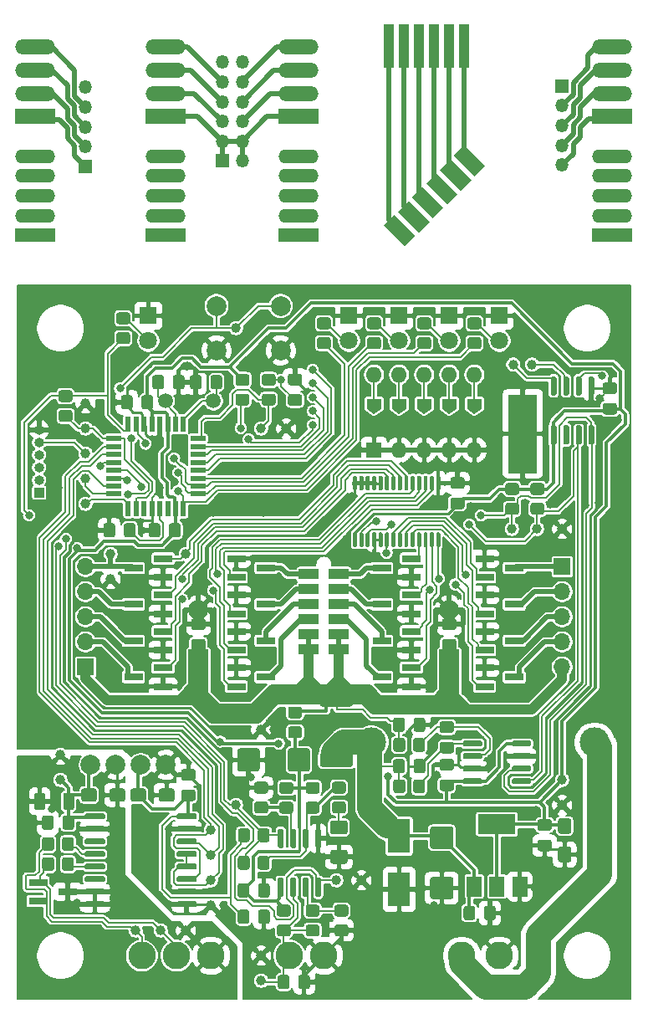
<source format=gbl>
G04 #@! TF.GenerationSoftware,KiCad,Pcbnew,5.1.12-84ad8e8a86~92~ubuntu16.04.1*
G04 #@! TF.CreationDate,2022-06-26T12:08:55+02:00*
G04 #@! TF.ProjectId,LedBar,4c656442-6172-42e6-9b69-6361645f7063,rev?*
G04 #@! TF.SameCoordinates,Original*
G04 #@! TF.FileFunction,Copper,L2,Bot*
G04 #@! TF.FilePolarity,Positive*
%FSLAX46Y46*%
G04 Gerber Fmt 4.6, Leading zero omitted, Abs format (unit mm)*
G04 Created by KiCad (PCBNEW 5.1.12-84ad8e8a86~92~ubuntu16.04.1) date 2022-06-26 12:08:55*
%MOMM*%
%LPD*%
G01*
G04 APERTURE LIST*
G04 #@! TA.AperFunction,ComponentPad*
%ADD10R,1.350000X1.350000*%
G04 #@! TD*
G04 #@! TA.AperFunction,ComponentPad*
%ADD11O,1.350000X1.350000*%
G04 #@! TD*
G04 #@! TA.AperFunction,SMDPad,CuDef*
%ADD12R,3.000000X8.000000*%
G04 #@! TD*
G04 #@! TA.AperFunction,ComponentPad*
%ADD13C,1.000000*%
G04 #@! TD*
G04 #@! TA.AperFunction,SMDPad,CuDef*
%ADD14R,1.900000X0.800000*%
G04 #@! TD*
G04 #@! TA.AperFunction,ComponentPad*
%ADD15C,1.800000*%
G04 #@! TD*
G04 #@! TA.AperFunction,ComponentPad*
%ADD16R,1.800000X1.800000*%
G04 #@! TD*
G04 #@! TA.AperFunction,SMDPad,CuDef*
%ADD17R,1.600000X0.550000*%
G04 #@! TD*
G04 #@! TA.AperFunction,SMDPad,CuDef*
%ADD18R,0.550000X1.600000*%
G04 #@! TD*
G04 #@! TA.AperFunction,ComponentPad*
%ADD19O,1.600000X1.600000*%
G04 #@! TD*
G04 #@! TA.AperFunction,ComponentPad*
%ADD20R,1.600000X1.600000*%
G04 #@! TD*
G04 #@! TA.AperFunction,ComponentPad*
%ADD21C,2.000000*%
G04 #@! TD*
G04 #@! TA.AperFunction,SMDPad,CuDef*
%ADD22R,2.300000X3.500000*%
G04 #@! TD*
G04 #@! TA.AperFunction,ComponentPad*
%ADD23R,2.000000X2.000000*%
G04 #@! TD*
G04 #@! TA.AperFunction,ComponentPad*
%ADD24O,1.700000X1.700000*%
G04 #@! TD*
G04 #@! TA.AperFunction,ComponentPad*
%ADD25R,1.700000X1.700000*%
G04 #@! TD*
G04 #@! TA.AperFunction,ComponentPad*
%ADD26C,1.500000*%
G04 #@! TD*
G04 #@! TA.AperFunction,SMDPad,CuDef*
%ADD27R,1.500000X2.000000*%
G04 #@! TD*
G04 #@! TA.AperFunction,SMDPad,CuDef*
%ADD28R,3.800000X2.000000*%
G04 #@! TD*
G04 #@! TA.AperFunction,SMDPad,CuDef*
%ADD29C,0.100000*%
G04 #@! TD*
G04 #@! TA.AperFunction,ComponentPad*
%ADD30C,3.000000*%
G04 #@! TD*
G04 #@! TA.AperFunction,ComponentPad*
%ADD31C,2.800000*%
G04 #@! TD*
G04 #@! TA.AperFunction,ComponentPad*
%ADD32R,2.032000X1.070000*%
G04 #@! TD*
G04 #@! TA.AperFunction,ComponentPad*
%ADD33R,1.000000X1.000000*%
G04 #@! TD*
G04 #@! TA.AperFunction,ComponentPad*
%ADD34O,1.000000X1.000000*%
G04 #@! TD*
G04 #@! TA.AperFunction,SMDPad,CuDef*
%ADD35R,1.070000X4.413000*%
G04 #@! TD*
G04 #@! TA.AperFunction,ComponentPad*
%ADD36O,4.050000X1.400000*%
G04 #@! TD*
G04 #@! TA.AperFunction,ComponentPad*
%ADD37R,4.050000X1.400000*%
G04 #@! TD*
G04 #@! TA.AperFunction,ComponentPad*
%ADD38R,4.050000X1.500000*%
G04 #@! TD*
G04 #@! TA.AperFunction,ComponentPad*
%ADD39O,4.050000X1.500000*%
G04 #@! TD*
G04 #@! TA.AperFunction,SMDPad,CuDef*
%ADD40C,1.000000*%
G04 #@! TD*
G04 #@! TA.AperFunction,ViaPad*
%ADD41C,0.800000*%
G04 #@! TD*
G04 #@! TA.AperFunction,Conductor*
%ADD42C,0.350000*%
G04 #@! TD*
G04 #@! TA.AperFunction,Conductor*
%ADD43C,0.200000*%
G04 #@! TD*
G04 #@! TA.AperFunction,Conductor*
%ADD44C,0.240000*%
G04 #@! TD*
G04 #@! TA.AperFunction,Conductor*
%ADD45C,0.700000*%
G04 #@! TD*
G04 #@! TA.AperFunction,Conductor*
%ADD46C,0.500000*%
G04 #@! TD*
G04 #@! TA.AperFunction,Conductor*
%ADD47C,0.250000*%
G04 #@! TD*
G04 #@! TA.AperFunction,Conductor*
%ADD48C,1.000000*%
G04 #@! TD*
G04 #@! TA.AperFunction,Conductor*
%ADD49C,2.500000*%
G04 #@! TD*
G04 #@! TA.AperFunction,Conductor*
%ADD50C,0.100000*%
G04 #@! TD*
G04 APERTURE END LIST*
G04 #@! TA.AperFunction,SMDPad,CuDef*
G36*
G01*
X167156000Y-118087000D02*
X167156000Y-118387000D01*
G75*
G02*
X167006000Y-118537000I-150000J0D01*
G01*
X165356000Y-118537000D01*
G75*
G02*
X165206000Y-118387000I0J150000D01*
G01*
X165206000Y-118087000D01*
G75*
G02*
X165356000Y-117937000I150000J0D01*
G01*
X167006000Y-117937000D01*
G75*
G02*
X167156000Y-118087000I0J-150000D01*
G01*
G37*
G04 #@! TD.AperFunction*
G04 #@! TA.AperFunction,SMDPad,CuDef*
G36*
G01*
X167156000Y-119357000D02*
X167156000Y-119657000D01*
G75*
G02*
X167006000Y-119807000I-150000J0D01*
G01*
X165356000Y-119807000D01*
G75*
G02*
X165206000Y-119657000I0J150000D01*
G01*
X165206000Y-119357000D01*
G75*
G02*
X165356000Y-119207000I150000J0D01*
G01*
X167006000Y-119207000D01*
G75*
G02*
X167156000Y-119357000I0J-150000D01*
G01*
G37*
G04 #@! TD.AperFunction*
G04 #@! TA.AperFunction,SMDPad,CuDef*
G36*
G01*
X167156000Y-120627000D02*
X167156000Y-120927000D01*
G75*
G02*
X167006000Y-121077000I-150000J0D01*
G01*
X165356000Y-121077000D01*
G75*
G02*
X165206000Y-120927000I0J150000D01*
G01*
X165206000Y-120627000D01*
G75*
G02*
X165356000Y-120477000I150000J0D01*
G01*
X167006000Y-120477000D01*
G75*
G02*
X167156000Y-120627000I0J-150000D01*
G01*
G37*
G04 #@! TD.AperFunction*
G04 #@! TA.AperFunction,SMDPad,CuDef*
G36*
G01*
X167156000Y-121897000D02*
X167156000Y-122197000D01*
G75*
G02*
X167006000Y-122347000I-150000J0D01*
G01*
X165356000Y-122347000D01*
G75*
G02*
X165206000Y-122197000I0J150000D01*
G01*
X165206000Y-121897000D01*
G75*
G02*
X165356000Y-121747000I150000J0D01*
G01*
X167006000Y-121747000D01*
G75*
G02*
X167156000Y-121897000I0J-150000D01*
G01*
G37*
G04 #@! TD.AperFunction*
G04 #@! TA.AperFunction,SMDPad,CuDef*
G36*
G01*
X172106000Y-121897000D02*
X172106000Y-122197000D01*
G75*
G02*
X171956000Y-122347000I-150000J0D01*
G01*
X170306000Y-122347000D01*
G75*
G02*
X170156000Y-122197000I0J150000D01*
G01*
X170156000Y-121897000D01*
G75*
G02*
X170306000Y-121747000I150000J0D01*
G01*
X171956000Y-121747000D01*
G75*
G02*
X172106000Y-121897000I0J-150000D01*
G01*
G37*
G04 #@! TD.AperFunction*
G04 #@! TA.AperFunction,SMDPad,CuDef*
G36*
G01*
X172106000Y-120627000D02*
X172106000Y-120927000D01*
G75*
G02*
X171956000Y-121077000I-150000J0D01*
G01*
X170306000Y-121077000D01*
G75*
G02*
X170156000Y-120927000I0J150000D01*
G01*
X170156000Y-120627000D01*
G75*
G02*
X170306000Y-120477000I150000J0D01*
G01*
X171956000Y-120477000D01*
G75*
G02*
X172106000Y-120627000I0J-150000D01*
G01*
G37*
G04 #@! TD.AperFunction*
G04 #@! TA.AperFunction,SMDPad,CuDef*
G36*
G01*
X172106000Y-119357000D02*
X172106000Y-119657000D01*
G75*
G02*
X171956000Y-119807000I-150000J0D01*
G01*
X170306000Y-119807000D01*
G75*
G02*
X170156000Y-119657000I0J150000D01*
G01*
X170156000Y-119357000D01*
G75*
G02*
X170306000Y-119207000I150000J0D01*
G01*
X171956000Y-119207000D01*
G75*
G02*
X172106000Y-119357000I0J-150000D01*
G01*
G37*
G04 #@! TD.AperFunction*
G04 #@! TA.AperFunction,SMDPad,CuDef*
G36*
G01*
X172106000Y-118087000D02*
X172106000Y-118387000D01*
G75*
G02*
X171956000Y-118537000I-150000J0D01*
G01*
X170306000Y-118537000D01*
G75*
G02*
X170156000Y-118387000I0J150000D01*
G01*
X170156000Y-118087000D01*
G75*
G02*
X170306000Y-117937000I150000J0D01*
G01*
X171956000Y-117937000D01*
G75*
G02*
X172106000Y-118087000I0J-150000D01*
G01*
G37*
G04 #@! TD.AperFunction*
D10*
X140859000Y-59276000D03*
D11*
X142859000Y-59276000D03*
X140859000Y-57276000D03*
X142859000Y-57276000D03*
X140859000Y-55276000D03*
X142859000Y-55276000D03*
X140859000Y-53276000D03*
X142859000Y-53276000D03*
X140859000Y-51276000D03*
X142859000Y-51276000D03*
X140859000Y-49276000D03*
X142859000Y-49276000D03*
D10*
X175260000Y-51689000D03*
D11*
X175260000Y-53689000D03*
X175260000Y-55689000D03*
X175260000Y-57689000D03*
X175260000Y-59689000D03*
D10*
X127000000Y-59816000D03*
D11*
X127000000Y-57816000D03*
X127000000Y-55816000D03*
X127000000Y-53816000D03*
X127000000Y-51816000D03*
D12*
X171262000Y-86883000D03*
D13*
X170312000Y-79883000D03*
X172212000Y-79883000D03*
G04 #@! TA.AperFunction,SMDPad,CuDef*
G36*
G01*
X180561000Y-82862000D02*
X179611000Y-82862000D01*
G75*
G02*
X179361000Y-82612000I0J250000D01*
G01*
X179361000Y-81937000D01*
G75*
G02*
X179611000Y-81687000I250000J0D01*
G01*
X180561000Y-81687000D01*
G75*
G02*
X180811000Y-81937000I0J-250000D01*
G01*
X180811000Y-82612000D01*
G75*
G02*
X180561000Y-82862000I-250000J0D01*
G01*
G37*
G04 #@! TD.AperFunction*
G04 #@! TA.AperFunction,SMDPad,CuDef*
G36*
G01*
X180561000Y-84937000D02*
X179611000Y-84937000D01*
G75*
G02*
X179361000Y-84687000I0J250000D01*
G01*
X179361000Y-84012000D01*
G75*
G02*
X179611000Y-83762000I250000J0D01*
G01*
X180561000Y-83762000D01*
G75*
G02*
X180811000Y-84012000I0J-250000D01*
G01*
X180811000Y-84687000D01*
G75*
G02*
X180561000Y-84937000I-250000J0D01*
G01*
G37*
G04 #@! TD.AperFunction*
G04 #@! TA.AperFunction,SMDPad,CuDef*
G36*
G01*
X172299999Y-93870000D02*
X173200001Y-93870000D01*
G75*
G02*
X173450000Y-94119999I0J-249999D01*
G01*
X173450000Y-94820001D01*
G75*
G02*
X173200001Y-95070000I-249999J0D01*
G01*
X172299999Y-95070000D01*
G75*
G02*
X172050000Y-94820001I0J249999D01*
G01*
X172050000Y-94119999D01*
G75*
G02*
X172299999Y-93870000I249999J0D01*
G01*
G37*
G04 #@! TD.AperFunction*
G04 #@! TA.AperFunction,SMDPad,CuDef*
G36*
G01*
X172299999Y-91870000D02*
X173200001Y-91870000D01*
G75*
G02*
X173450000Y-92119999I0J-249999D01*
G01*
X173450000Y-92820001D01*
G75*
G02*
X173200001Y-93070000I-249999J0D01*
G01*
X172299999Y-93070000D01*
G75*
G02*
X172050000Y-92820001I0J249999D01*
G01*
X172050000Y-92119999D01*
G75*
G02*
X172299999Y-91870000I249999J0D01*
G01*
G37*
G04 #@! TD.AperFunction*
G04 #@! TA.AperFunction,SMDPad,CuDef*
G36*
G01*
X174241000Y-86020000D02*
X174541000Y-86020000D01*
G75*
G02*
X174691000Y-86170000I0J-150000D01*
G01*
X174691000Y-87820000D01*
G75*
G02*
X174541000Y-87970000I-150000J0D01*
G01*
X174241000Y-87970000D01*
G75*
G02*
X174091000Y-87820000I0J150000D01*
G01*
X174091000Y-86170000D01*
G75*
G02*
X174241000Y-86020000I150000J0D01*
G01*
G37*
G04 #@! TD.AperFunction*
G04 #@! TA.AperFunction,SMDPad,CuDef*
G36*
G01*
X175511000Y-86020000D02*
X175811000Y-86020000D01*
G75*
G02*
X175961000Y-86170000I0J-150000D01*
G01*
X175961000Y-87820000D01*
G75*
G02*
X175811000Y-87970000I-150000J0D01*
G01*
X175511000Y-87970000D01*
G75*
G02*
X175361000Y-87820000I0J150000D01*
G01*
X175361000Y-86170000D01*
G75*
G02*
X175511000Y-86020000I150000J0D01*
G01*
G37*
G04 #@! TD.AperFunction*
G04 #@! TA.AperFunction,SMDPad,CuDef*
G36*
G01*
X176781000Y-86020000D02*
X177081000Y-86020000D01*
G75*
G02*
X177231000Y-86170000I0J-150000D01*
G01*
X177231000Y-87820000D01*
G75*
G02*
X177081000Y-87970000I-150000J0D01*
G01*
X176781000Y-87970000D01*
G75*
G02*
X176631000Y-87820000I0J150000D01*
G01*
X176631000Y-86170000D01*
G75*
G02*
X176781000Y-86020000I150000J0D01*
G01*
G37*
G04 #@! TD.AperFunction*
G04 #@! TA.AperFunction,SMDPad,CuDef*
G36*
G01*
X178051000Y-86020000D02*
X178351000Y-86020000D01*
G75*
G02*
X178501000Y-86170000I0J-150000D01*
G01*
X178501000Y-87820000D01*
G75*
G02*
X178351000Y-87970000I-150000J0D01*
G01*
X178051000Y-87970000D01*
G75*
G02*
X177901000Y-87820000I0J150000D01*
G01*
X177901000Y-86170000D01*
G75*
G02*
X178051000Y-86020000I150000J0D01*
G01*
G37*
G04 #@! TD.AperFunction*
G04 #@! TA.AperFunction,SMDPad,CuDef*
G36*
G01*
X178051000Y-81070000D02*
X178351000Y-81070000D01*
G75*
G02*
X178501000Y-81220000I0J-150000D01*
G01*
X178501000Y-82870000D01*
G75*
G02*
X178351000Y-83020000I-150000J0D01*
G01*
X178051000Y-83020000D01*
G75*
G02*
X177901000Y-82870000I0J150000D01*
G01*
X177901000Y-81220000D01*
G75*
G02*
X178051000Y-81070000I150000J0D01*
G01*
G37*
G04 #@! TD.AperFunction*
G04 #@! TA.AperFunction,SMDPad,CuDef*
G36*
G01*
X176781000Y-81070000D02*
X177081000Y-81070000D01*
G75*
G02*
X177231000Y-81220000I0J-150000D01*
G01*
X177231000Y-82870000D01*
G75*
G02*
X177081000Y-83020000I-150000J0D01*
G01*
X176781000Y-83020000D01*
G75*
G02*
X176631000Y-82870000I0J150000D01*
G01*
X176631000Y-81220000D01*
G75*
G02*
X176781000Y-81070000I150000J0D01*
G01*
G37*
G04 #@! TD.AperFunction*
G04 #@! TA.AperFunction,SMDPad,CuDef*
G36*
G01*
X175511000Y-81070000D02*
X175811000Y-81070000D01*
G75*
G02*
X175961000Y-81220000I0J-150000D01*
G01*
X175961000Y-82870000D01*
G75*
G02*
X175811000Y-83020000I-150000J0D01*
G01*
X175511000Y-83020000D01*
G75*
G02*
X175361000Y-82870000I0J150000D01*
G01*
X175361000Y-81220000D01*
G75*
G02*
X175511000Y-81070000I150000J0D01*
G01*
G37*
G04 #@! TD.AperFunction*
G04 #@! TA.AperFunction,SMDPad,CuDef*
G36*
G01*
X174241000Y-81070000D02*
X174541000Y-81070000D01*
G75*
G02*
X174691000Y-81220000I0J-150000D01*
G01*
X174691000Y-82870000D01*
G75*
G02*
X174541000Y-83020000I-150000J0D01*
G01*
X174241000Y-83020000D01*
G75*
G02*
X174091000Y-82870000I0J150000D01*
G01*
X174091000Y-81220000D01*
G75*
G02*
X174241000Y-81070000I150000J0D01*
G01*
G37*
G04 #@! TD.AperFunction*
G04 #@! TA.AperFunction,SMDPad,CuDef*
G36*
G01*
X128128000Y-123018999D02*
X128128000Y-123869001D01*
G75*
G02*
X127878001Y-124119000I-249999J0D01*
G01*
X126802999Y-124119000D01*
G75*
G02*
X126553000Y-123869001I0J249999D01*
G01*
X126553000Y-123018999D01*
G75*
G02*
X126802999Y-122769000I249999J0D01*
G01*
X127878001Y-122769000D01*
G75*
G02*
X128128000Y-123018999I0J-249999D01*
G01*
G37*
G04 #@! TD.AperFunction*
G04 #@! TA.AperFunction,SMDPad,CuDef*
G36*
G01*
X131003000Y-123018999D02*
X131003000Y-123869001D01*
G75*
G02*
X130753001Y-124119000I-249999J0D01*
G01*
X129677999Y-124119000D01*
G75*
G02*
X129428000Y-123869001I0J249999D01*
G01*
X129428000Y-123018999D01*
G75*
G02*
X129677999Y-122769000I249999J0D01*
G01*
X130753001Y-122769000D01*
G75*
G02*
X131003000Y-123018999I0J-249999D01*
G01*
G37*
G04 #@! TD.AperFunction*
G04 #@! TA.AperFunction,SMDPad,CuDef*
G36*
G01*
X134421500Y-123869001D02*
X134421500Y-123018999D01*
G75*
G02*
X134671499Y-122769000I249999J0D01*
G01*
X135746501Y-122769000D01*
G75*
G02*
X135996500Y-123018999I0J-249999D01*
G01*
X135996500Y-123869001D01*
G75*
G02*
X135746501Y-124119000I-249999J0D01*
G01*
X134671499Y-124119000D01*
G75*
G02*
X134421500Y-123869001I0J249999D01*
G01*
G37*
G04 #@! TD.AperFunction*
G04 #@! TA.AperFunction,SMDPad,CuDef*
G36*
G01*
X131546500Y-123869001D02*
X131546500Y-123018999D01*
G75*
G02*
X131796499Y-122769000I249999J0D01*
G01*
X132871501Y-122769000D01*
G75*
G02*
X133121500Y-123018999I0J-249999D01*
G01*
X133121500Y-123869001D01*
G75*
G02*
X132871501Y-124119000I-249999J0D01*
G01*
X131796499Y-124119000D01*
G75*
G02*
X131546500Y-123869001I0J249999D01*
G01*
G37*
G04 #@! TD.AperFunction*
G04 #@! TA.AperFunction,SMDPad,CuDef*
G36*
G01*
X131757000Y-83218275D02*
X131757000Y-84167725D01*
G75*
G02*
X131506725Y-84418000I-250275J0D01*
G01*
X130832275Y-84418000D01*
G75*
G02*
X130582000Y-84167725I0J250275D01*
G01*
X130582000Y-83218275D01*
G75*
G02*
X130832275Y-82968000I250275J0D01*
G01*
X131506725Y-82968000D01*
G75*
G02*
X131757000Y-83218275I0J-250275D01*
G01*
G37*
G04 #@! TD.AperFunction*
G04 #@! TA.AperFunction,SMDPad,CuDef*
G36*
G01*
X133832000Y-83218000D02*
X133832000Y-84168000D01*
G75*
G02*
X133582000Y-84418000I-250000J0D01*
G01*
X132907000Y-84418000D01*
G75*
G02*
X132657000Y-84168000I0J250000D01*
G01*
X132657000Y-83218000D01*
G75*
G02*
X132907000Y-82968000I250000J0D01*
G01*
X133582000Y-82968000D01*
G75*
G02*
X133832000Y-83218000I0J-250000D01*
G01*
G37*
G04 #@! TD.AperFunction*
G04 #@! TA.AperFunction,SMDPad,CuDef*
G36*
G01*
X135451000Y-97122000D02*
X135451000Y-96172000D01*
G75*
G02*
X135701000Y-95922000I250000J0D01*
G01*
X136376000Y-95922000D01*
G75*
G02*
X136626000Y-96172000I0J-250000D01*
G01*
X136626000Y-97122000D01*
G75*
G02*
X136376000Y-97372000I-250000J0D01*
G01*
X135701000Y-97372000D01*
G75*
G02*
X135451000Y-97122000I0J250000D01*
G01*
G37*
G04 #@! TD.AperFunction*
G04 #@! TA.AperFunction,SMDPad,CuDef*
G36*
G01*
X133376000Y-97122000D02*
X133376000Y-96172000D01*
G75*
G02*
X133626000Y-95922000I250000J0D01*
G01*
X134301000Y-95922000D01*
G75*
G02*
X134551000Y-96172000I0J-250000D01*
G01*
X134551000Y-97122000D01*
G75*
G02*
X134301000Y-97372000I-250000J0D01*
G01*
X133626000Y-97372000D01*
G75*
G02*
X133376000Y-97122000I0J250000D01*
G01*
G37*
G04 #@! TD.AperFunction*
G04 #@! TA.AperFunction,SMDPad,CuDef*
G36*
G01*
X144625000Y-118962999D02*
X144625000Y-120813001D01*
G75*
G02*
X144375001Y-121063000I-249999J0D01*
G01*
X142624999Y-121063000D01*
G75*
G02*
X142375000Y-120813001I0J249999D01*
G01*
X142375000Y-118962999D01*
G75*
G02*
X142624999Y-118713000I249999J0D01*
G01*
X144375001Y-118713000D01*
G75*
G02*
X144625000Y-118962999I0J-249999D01*
G01*
G37*
G04 #@! TD.AperFunction*
G04 #@! TA.AperFunction,SMDPad,CuDef*
G36*
G01*
X149725000Y-118962999D02*
X149725000Y-120813001D01*
G75*
G02*
X149475001Y-121063000I-249999J0D01*
G01*
X147724999Y-121063000D01*
G75*
G02*
X147475000Y-120813001I0J249999D01*
G01*
X147475000Y-118962999D01*
G75*
G02*
X147724999Y-118713000I249999J0D01*
G01*
X149475001Y-118713000D01*
G75*
G02*
X149725000Y-118962999I0J-249999D01*
G01*
G37*
G04 #@! TD.AperFunction*
D14*
X125198000Y-133223000D03*
X122198000Y-132273000D03*
X122198000Y-134173000D03*
D15*
X168910000Y-77470000D03*
D16*
X168910000Y-74930000D03*
G04 #@! TA.AperFunction,SMDPad,CuDef*
G36*
G01*
X152029000Y-128981500D02*
X153279000Y-128981500D01*
G75*
G02*
X153529000Y-129231500I0J-250000D01*
G01*
X153529000Y-130156500D01*
G75*
G02*
X153279000Y-130406500I-250000J0D01*
G01*
X152029000Y-130406500D01*
G75*
G02*
X151779000Y-130156500I0J250000D01*
G01*
X151779000Y-129231500D01*
G75*
G02*
X152029000Y-128981500I250000J0D01*
G01*
G37*
G04 #@! TD.AperFunction*
G04 #@! TA.AperFunction,SMDPad,CuDef*
G36*
G01*
X152029000Y-126006500D02*
X153279000Y-126006500D01*
G75*
G02*
X153529000Y-126256500I0J-250000D01*
G01*
X153529000Y-127181500D01*
G75*
G02*
X153279000Y-127431500I-250000J0D01*
G01*
X152029000Y-127431500D01*
G75*
G02*
X151779000Y-127181500I0J250000D01*
G01*
X151779000Y-126256500D01*
G75*
G02*
X152029000Y-126006500I250000J0D01*
G01*
G37*
G04 #@! TD.AperFunction*
G04 #@! TA.AperFunction,SMDPad,CuDef*
G36*
G01*
X124606000Y-130879001D02*
X124606000Y-129978999D01*
G75*
G02*
X124855999Y-129729000I249999J0D01*
G01*
X125556001Y-129729000D01*
G75*
G02*
X125806000Y-129978999I0J-249999D01*
G01*
X125806000Y-130879001D01*
G75*
G02*
X125556001Y-131129000I-249999J0D01*
G01*
X124855999Y-131129000D01*
G75*
G02*
X124606000Y-130879001I0J249999D01*
G01*
G37*
G04 #@! TD.AperFunction*
G04 #@! TA.AperFunction,SMDPad,CuDef*
G36*
G01*
X122606000Y-130879001D02*
X122606000Y-129978999D01*
G75*
G02*
X122855999Y-129729000I249999J0D01*
G01*
X123556001Y-129729000D01*
G75*
G02*
X123806000Y-129978999I0J-249999D01*
G01*
X123806000Y-130879001D01*
G75*
G02*
X123556001Y-131129000I-249999J0D01*
G01*
X122855999Y-131129000D01*
G75*
G02*
X122606000Y-130879001I0J249999D01*
G01*
G37*
G04 #@! TD.AperFunction*
G04 #@! TA.AperFunction,SMDPad,CuDef*
G36*
G01*
X122925000Y-123453997D02*
X122925000Y-124704003D01*
G75*
G02*
X122675003Y-124954000I-249997J0D01*
G01*
X122049997Y-124954000D01*
G75*
G02*
X121800000Y-124704003I0J249997D01*
G01*
X121800000Y-123453997D01*
G75*
G02*
X122049997Y-123204000I249997J0D01*
G01*
X122675003Y-123204000D01*
G75*
G02*
X122925000Y-123453997I0J-249997D01*
G01*
G37*
G04 #@! TD.AperFunction*
G04 #@! TA.AperFunction,SMDPad,CuDef*
G36*
G01*
X125850000Y-123453997D02*
X125850000Y-124704003D01*
G75*
G02*
X125600003Y-124954000I-249997J0D01*
G01*
X124974997Y-124954000D01*
G75*
G02*
X124725000Y-124704003I0J249997D01*
G01*
X124725000Y-123453997D01*
G75*
G02*
X124974997Y-123204000I249997J0D01*
G01*
X125600003Y-123204000D01*
G75*
G02*
X125850000Y-123453997I0J-249997D01*
G01*
G37*
G04 #@! TD.AperFunction*
G04 #@! TA.AperFunction,SMDPad,CuDef*
G36*
G01*
X128963000Y-125453000D02*
X128963000Y-125753000D01*
G75*
G02*
X128813000Y-125903000I-150000J0D01*
G01*
X127063000Y-125903000D01*
G75*
G02*
X126913000Y-125753000I0J150000D01*
G01*
X126913000Y-125453000D01*
G75*
G02*
X127063000Y-125303000I150000J0D01*
G01*
X128813000Y-125303000D01*
G75*
G02*
X128963000Y-125453000I0J-150000D01*
G01*
G37*
G04 #@! TD.AperFunction*
G04 #@! TA.AperFunction,SMDPad,CuDef*
G36*
G01*
X128963000Y-126723000D02*
X128963000Y-127023000D01*
G75*
G02*
X128813000Y-127173000I-150000J0D01*
G01*
X127063000Y-127173000D01*
G75*
G02*
X126913000Y-127023000I0J150000D01*
G01*
X126913000Y-126723000D01*
G75*
G02*
X127063000Y-126573000I150000J0D01*
G01*
X128813000Y-126573000D01*
G75*
G02*
X128963000Y-126723000I0J-150000D01*
G01*
G37*
G04 #@! TD.AperFunction*
G04 #@! TA.AperFunction,SMDPad,CuDef*
G36*
G01*
X128963000Y-127993000D02*
X128963000Y-128293000D01*
G75*
G02*
X128813000Y-128443000I-150000J0D01*
G01*
X127063000Y-128443000D01*
G75*
G02*
X126913000Y-128293000I0J150000D01*
G01*
X126913000Y-127993000D01*
G75*
G02*
X127063000Y-127843000I150000J0D01*
G01*
X128813000Y-127843000D01*
G75*
G02*
X128963000Y-127993000I0J-150000D01*
G01*
G37*
G04 #@! TD.AperFunction*
G04 #@! TA.AperFunction,SMDPad,CuDef*
G36*
G01*
X128963000Y-129263000D02*
X128963000Y-129563000D01*
G75*
G02*
X128813000Y-129713000I-150000J0D01*
G01*
X127063000Y-129713000D01*
G75*
G02*
X126913000Y-129563000I0J150000D01*
G01*
X126913000Y-129263000D01*
G75*
G02*
X127063000Y-129113000I150000J0D01*
G01*
X128813000Y-129113000D01*
G75*
G02*
X128963000Y-129263000I0J-150000D01*
G01*
G37*
G04 #@! TD.AperFunction*
G04 #@! TA.AperFunction,SMDPad,CuDef*
G36*
G01*
X128963000Y-130533000D02*
X128963000Y-130833000D01*
G75*
G02*
X128813000Y-130983000I-150000J0D01*
G01*
X127063000Y-130983000D01*
G75*
G02*
X126913000Y-130833000I0J150000D01*
G01*
X126913000Y-130533000D01*
G75*
G02*
X127063000Y-130383000I150000J0D01*
G01*
X128813000Y-130383000D01*
G75*
G02*
X128963000Y-130533000I0J-150000D01*
G01*
G37*
G04 #@! TD.AperFunction*
G04 #@! TA.AperFunction,SMDPad,CuDef*
G36*
G01*
X128963000Y-131803000D02*
X128963000Y-132103000D01*
G75*
G02*
X128813000Y-132253000I-150000J0D01*
G01*
X127063000Y-132253000D01*
G75*
G02*
X126913000Y-132103000I0J150000D01*
G01*
X126913000Y-131803000D01*
G75*
G02*
X127063000Y-131653000I150000J0D01*
G01*
X128813000Y-131653000D01*
G75*
G02*
X128963000Y-131803000I0J-150000D01*
G01*
G37*
G04 #@! TD.AperFunction*
G04 #@! TA.AperFunction,SMDPad,CuDef*
G36*
G01*
X128963000Y-133073000D02*
X128963000Y-133373000D01*
G75*
G02*
X128813000Y-133523000I-150000J0D01*
G01*
X127063000Y-133523000D01*
G75*
G02*
X126913000Y-133373000I0J150000D01*
G01*
X126913000Y-133073000D01*
G75*
G02*
X127063000Y-132923000I150000J0D01*
G01*
X128813000Y-132923000D01*
G75*
G02*
X128963000Y-133073000I0J-150000D01*
G01*
G37*
G04 #@! TD.AperFunction*
G04 #@! TA.AperFunction,SMDPad,CuDef*
G36*
G01*
X128963000Y-134343000D02*
X128963000Y-134643000D01*
G75*
G02*
X128813000Y-134793000I-150000J0D01*
G01*
X127063000Y-134793000D01*
G75*
G02*
X126913000Y-134643000I0J150000D01*
G01*
X126913000Y-134343000D01*
G75*
G02*
X127063000Y-134193000I150000J0D01*
G01*
X128813000Y-134193000D01*
G75*
G02*
X128963000Y-134343000I0J-150000D01*
G01*
G37*
G04 #@! TD.AperFunction*
G04 #@! TA.AperFunction,SMDPad,CuDef*
G36*
G01*
X138263000Y-134343000D02*
X138263000Y-134643000D01*
G75*
G02*
X138113000Y-134793000I-150000J0D01*
G01*
X136363000Y-134793000D01*
G75*
G02*
X136213000Y-134643000I0J150000D01*
G01*
X136213000Y-134343000D01*
G75*
G02*
X136363000Y-134193000I150000J0D01*
G01*
X138113000Y-134193000D01*
G75*
G02*
X138263000Y-134343000I0J-150000D01*
G01*
G37*
G04 #@! TD.AperFunction*
G04 #@! TA.AperFunction,SMDPad,CuDef*
G36*
G01*
X138263000Y-133073000D02*
X138263000Y-133373000D01*
G75*
G02*
X138113000Y-133523000I-150000J0D01*
G01*
X136363000Y-133523000D01*
G75*
G02*
X136213000Y-133373000I0J150000D01*
G01*
X136213000Y-133073000D01*
G75*
G02*
X136363000Y-132923000I150000J0D01*
G01*
X138113000Y-132923000D01*
G75*
G02*
X138263000Y-133073000I0J-150000D01*
G01*
G37*
G04 #@! TD.AperFunction*
G04 #@! TA.AperFunction,SMDPad,CuDef*
G36*
G01*
X138263000Y-131803000D02*
X138263000Y-132103000D01*
G75*
G02*
X138113000Y-132253000I-150000J0D01*
G01*
X136363000Y-132253000D01*
G75*
G02*
X136213000Y-132103000I0J150000D01*
G01*
X136213000Y-131803000D01*
G75*
G02*
X136363000Y-131653000I150000J0D01*
G01*
X138113000Y-131653000D01*
G75*
G02*
X138263000Y-131803000I0J-150000D01*
G01*
G37*
G04 #@! TD.AperFunction*
G04 #@! TA.AperFunction,SMDPad,CuDef*
G36*
G01*
X138263000Y-130533000D02*
X138263000Y-130833000D01*
G75*
G02*
X138113000Y-130983000I-150000J0D01*
G01*
X136363000Y-130983000D01*
G75*
G02*
X136213000Y-130833000I0J150000D01*
G01*
X136213000Y-130533000D01*
G75*
G02*
X136363000Y-130383000I150000J0D01*
G01*
X138113000Y-130383000D01*
G75*
G02*
X138263000Y-130533000I0J-150000D01*
G01*
G37*
G04 #@! TD.AperFunction*
G04 #@! TA.AperFunction,SMDPad,CuDef*
G36*
G01*
X138263000Y-129263000D02*
X138263000Y-129563000D01*
G75*
G02*
X138113000Y-129713000I-150000J0D01*
G01*
X136363000Y-129713000D01*
G75*
G02*
X136213000Y-129563000I0J150000D01*
G01*
X136213000Y-129263000D01*
G75*
G02*
X136363000Y-129113000I150000J0D01*
G01*
X138113000Y-129113000D01*
G75*
G02*
X138263000Y-129263000I0J-150000D01*
G01*
G37*
G04 #@! TD.AperFunction*
G04 #@! TA.AperFunction,SMDPad,CuDef*
G36*
G01*
X138263000Y-127993000D02*
X138263000Y-128293000D01*
G75*
G02*
X138113000Y-128443000I-150000J0D01*
G01*
X136363000Y-128443000D01*
G75*
G02*
X136213000Y-128293000I0J150000D01*
G01*
X136213000Y-127993000D01*
G75*
G02*
X136363000Y-127843000I150000J0D01*
G01*
X138113000Y-127843000D01*
G75*
G02*
X138263000Y-127993000I0J-150000D01*
G01*
G37*
G04 #@! TD.AperFunction*
G04 #@! TA.AperFunction,SMDPad,CuDef*
G36*
G01*
X138263000Y-126723000D02*
X138263000Y-127023000D01*
G75*
G02*
X138113000Y-127173000I-150000J0D01*
G01*
X136363000Y-127173000D01*
G75*
G02*
X136213000Y-127023000I0J150000D01*
G01*
X136213000Y-126723000D01*
G75*
G02*
X136363000Y-126573000I150000J0D01*
G01*
X138113000Y-126573000D01*
G75*
G02*
X138263000Y-126723000I0J-150000D01*
G01*
G37*
G04 #@! TD.AperFunction*
G04 #@! TA.AperFunction,SMDPad,CuDef*
G36*
G01*
X138263000Y-125453000D02*
X138263000Y-125753000D01*
G75*
G02*
X138113000Y-125903000I-150000J0D01*
G01*
X136363000Y-125903000D01*
G75*
G02*
X136213000Y-125753000I0J150000D01*
G01*
X136213000Y-125453000D01*
G75*
G02*
X136363000Y-125303000I150000J0D01*
G01*
X138113000Y-125303000D01*
G75*
G02*
X138263000Y-125453000I0J-150000D01*
G01*
G37*
G04 #@! TD.AperFunction*
D17*
X129862000Y-87370000D03*
X129862000Y-88170000D03*
X129862000Y-88970000D03*
X129862000Y-89770000D03*
X129862000Y-90570000D03*
X129862000Y-91370000D03*
X129862000Y-92170000D03*
X129862000Y-92970000D03*
D18*
X131312000Y-94420000D03*
X132112000Y-94420000D03*
X132912000Y-94420000D03*
X133712000Y-94420000D03*
X134512000Y-94420000D03*
X135312000Y-94420000D03*
X136112000Y-94420000D03*
X136912000Y-94420000D03*
D17*
X138362000Y-92970000D03*
X138362000Y-92170000D03*
X138362000Y-91370000D03*
X138362000Y-90570000D03*
X138362000Y-89770000D03*
X138362000Y-88970000D03*
X138362000Y-88170000D03*
X138362000Y-87370000D03*
D18*
X136912000Y-85920000D03*
X136112000Y-85920000D03*
X135312000Y-85920000D03*
X134512000Y-85920000D03*
X133712000Y-85920000D03*
X132912000Y-85920000D03*
X132112000Y-85920000D03*
X131312000Y-85920000D03*
G04 #@! TA.AperFunction,SMDPad,CuDef*
G36*
G01*
X146598500Y-131802000D02*
X146898500Y-131802000D01*
G75*
G02*
X147048500Y-131952000I0J-150000D01*
G01*
X147048500Y-133602000D01*
G75*
G02*
X146898500Y-133752000I-150000J0D01*
G01*
X146598500Y-133752000D01*
G75*
G02*
X146448500Y-133602000I0J150000D01*
G01*
X146448500Y-131952000D01*
G75*
G02*
X146598500Y-131802000I150000J0D01*
G01*
G37*
G04 #@! TD.AperFunction*
G04 #@! TA.AperFunction,SMDPad,CuDef*
G36*
G01*
X147868500Y-131802000D02*
X148168500Y-131802000D01*
G75*
G02*
X148318500Y-131952000I0J-150000D01*
G01*
X148318500Y-133602000D01*
G75*
G02*
X148168500Y-133752000I-150000J0D01*
G01*
X147868500Y-133752000D01*
G75*
G02*
X147718500Y-133602000I0J150000D01*
G01*
X147718500Y-131952000D01*
G75*
G02*
X147868500Y-131802000I150000J0D01*
G01*
G37*
G04 #@! TD.AperFunction*
G04 #@! TA.AperFunction,SMDPad,CuDef*
G36*
G01*
X149138500Y-131802000D02*
X149438500Y-131802000D01*
G75*
G02*
X149588500Y-131952000I0J-150000D01*
G01*
X149588500Y-133602000D01*
G75*
G02*
X149438500Y-133752000I-150000J0D01*
G01*
X149138500Y-133752000D01*
G75*
G02*
X148988500Y-133602000I0J150000D01*
G01*
X148988500Y-131952000D01*
G75*
G02*
X149138500Y-131802000I150000J0D01*
G01*
G37*
G04 #@! TD.AperFunction*
G04 #@! TA.AperFunction,SMDPad,CuDef*
G36*
G01*
X150408500Y-131802000D02*
X150708500Y-131802000D01*
G75*
G02*
X150858500Y-131952000I0J-150000D01*
G01*
X150858500Y-133602000D01*
G75*
G02*
X150708500Y-133752000I-150000J0D01*
G01*
X150408500Y-133752000D01*
G75*
G02*
X150258500Y-133602000I0J150000D01*
G01*
X150258500Y-131952000D01*
G75*
G02*
X150408500Y-131802000I150000J0D01*
G01*
G37*
G04 #@! TD.AperFunction*
G04 #@! TA.AperFunction,SMDPad,CuDef*
G36*
G01*
X150408500Y-126852000D02*
X150708500Y-126852000D01*
G75*
G02*
X150858500Y-127002000I0J-150000D01*
G01*
X150858500Y-128652000D01*
G75*
G02*
X150708500Y-128802000I-150000J0D01*
G01*
X150408500Y-128802000D01*
G75*
G02*
X150258500Y-128652000I0J150000D01*
G01*
X150258500Y-127002000D01*
G75*
G02*
X150408500Y-126852000I150000J0D01*
G01*
G37*
G04 #@! TD.AperFunction*
G04 #@! TA.AperFunction,SMDPad,CuDef*
G36*
G01*
X149138500Y-126852000D02*
X149438500Y-126852000D01*
G75*
G02*
X149588500Y-127002000I0J-150000D01*
G01*
X149588500Y-128652000D01*
G75*
G02*
X149438500Y-128802000I-150000J0D01*
G01*
X149138500Y-128802000D01*
G75*
G02*
X148988500Y-128652000I0J150000D01*
G01*
X148988500Y-127002000D01*
G75*
G02*
X149138500Y-126852000I150000J0D01*
G01*
G37*
G04 #@! TD.AperFunction*
G04 #@! TA.AperFunction,SMDPad,CuDef*
G36*
G01*
X147868500Y-126852000D02*
X148168500Y-126852000D01*
G75*
G02*
X148318500Y-127002000I0J-150000D01*
G01*
X148318500Y-128652000D01*
G75*
G02*
X148168500Y-128802000I-150000J0D01*
G01*
X147868500Y-128802000D01*
G75*
G02*
X147718500Y-128652000I0J150000D01*
G01*
X147718500Y-127002000D01*
G75*
G02*
X147868500Y-126852000I150000J0D01*
G01*
G37*
G04 #@! TD.AperFunction*
G04 #@! TA.AperFunction,SMDPad,CuDef*
G36*
G01*
X146598500Y-126852000D02*
X146898500Y-126852000D01*
G75*
G02*
X147048500Y-127002000I0J-150000D01*
G01*
X147048500Y-128652000D01*
G75*
G02*
X146898500Y-128802000I-150000J0D01*
G01*
X146598500Y-128802000D01*
G75*
G02*
X146448500Y-128652000I0J150000D01*
G01*
X146448500Y-127002000D01*
G75*
G02*
X146598500Y-126852000I150000J0D01*
G01*
G37*
G04 #@! TD.AperFunction*
D19*
X156210000Y-80899000D03*
X166370000Y-88519000D03*
X158750000Y-80899000D03*
X163830000Y-88519000D03*
X161290000Y-80899000D03*
X161290000Y-88519000D03*
X163830000Y-80899000D03*
X158750000Y-88519000D03*
X166370000Y-80899000D03*
D20*
X156210000Y-88519000D03*
G04 #@! TA.AperFunction,SMDPad,CuDef*
G36*
G01*
X154171000Y-96867000D02*
X154371000Y-96867000D01*
G75*
G02*
X154471000Y-96967000I0J-100000D01*
G01*
X154471000Y-98242000D01*
G75*
G02*
X154371000Y-98342000I-100000J0D01*
G01*
X154171000Y-98342000D01*
G75*
G02*
X154071000Y-98242000I0J100000D01*
G01*
X154071000Y-96967000D01*
G75*
G02*
X154171000Y-96867000I100000J0D01*
G01*
G37*
G04 #@! TD.AperFunction*
G04 #@! TA.AperFunction,SMDPad,CuDef*
G36*
G01*
X154821000Y-96867000D02*
X155021000Y-96867000D01*
G75*
G02*
X155121000Y-96967000I0J-100000D01*
G01*
X155121000Y-98242000D01*
G75*
G02*
X155021000Y-98342000I-100000J0D01*
G01*
X154821000Y-98342000D01*
G75*
G02*
X154721000Y-98242000I0J100000D01*
G01*
X154721000Y-96967000D01*
G75*
G02*
X154821000Y-96867000I100000J0D01*
G01*
G37*
G04 #@! TD.AperFunction*
G04 #@! TA.AperFunction,SMDPad,CuDef*
G36*
G01*
X155471000Y-96867000D02*
X155671000Y-96867000D01*
G75*
G02*
X155771000Y-96967000I0J-100000D01*
G01*
X155771000Y-98242000D01*
G75*
G02*
X155671000Y-98342000I-100000J0D01*
G01*
X155471000Y-98342000D01*
G75*
G02*
X155371000Y-98242000I0J100000D01*
G01*
X155371000Y-96967000D01*
G75*
G02*
X155471000Y-96867000I100000J0D01*
G01*
G37*
G04 #@! TD.AperFunction*
G04 #@! TA.AperFunction,SMDPad,CuDef*
G36*
G01*
X156121000Y-96867000D02*
X156321000Y-96867000D01*
G75*
G02*
X156421000Y-96967000I0J-100000D01*
G01*
X156421000Y-98242000D01*
G75*
G02*
X156321000Y-98342000I-100000J0D01*
G01*
X156121000Y-98342000D01*
G75*
G02*
X156021000Y-98242000I0J100000D01*
G01*
X156021000Y-96967000D01*
G75*
G02*
X156121000Y-96867000I100000J0D01*
G01*
G37*
G04 #@! TD.AperFunction*
G04 #@! TA.AperFunction,SMDPad,CuDef*
G36*
G01*
X156771000Y-96867000D02*
X156971000Y-96867000D01*
G75*
G02*
X157071000Y-96967000I0J-100000D01*
G01*
X157071000Y-98242000D01*
G75*
G02*
X156971000Y-98342000I-100000J0D01*
G01*
X156771000Y-98342000D01*
G75*
G02*
X156671000Y-98242000I0J100000D01*
G01*
X156671000Y-96967000D01*
G75*
G02*
X156771000Y-96867000I100000J0D01*
G01*
G37*
G04 #@! TD.AperFunction*
G04 #@! TA.AperFunction,SMDPad,CuDef*
G36*
G01*
X157421000Y-96867000D02*
X157621000Y-96867000D01*
G75*
G02*
X157721000Y-96967000I0J-100000D01*
G01*
X157721000Y-98242000D01*
G75*
G02*
X157621000Y-98342000I-100000J0D01*
G01*
X157421000Y-98342000D01*
G75*
G02*
X157321000Y-98242000I0J100000D01*
G01*
X157321000Y-96967000D01*
G75*
G02*
X157421000Y-96867000I100000J0D01*
G01*
G37*
G04 #@! TD.AperFunction*
G04 #@! TA.AperFunction,SMDPad,CuDef*
G36*
G01*
X158071000Y-96867000D02*
X158271000Y-96867000D01*
G75*
G02*
X158371000Y-96967000I0J-100000D01*
G01*
X158371000Y-98242000D01*
G75*
G02*
X158271000Y-98342000I-100000J0D01*
G01*
X158071000Y-98342000D01*
G75*
G02*
X157971000Y-98242000I0J100000D01*
G01*
X157971000Y-96967000D01*
G75*
G02*
X158071000Y-96867000I100000J0D01*
G01*
G37*
G04 #@! TD.AperFunction*
G04 #@! TA.AperFunction,SMDPad,CuDef*
G36*
G01*
X158721000Y-96867000D02*
X158921000Y-96867000D01*
G75*
G02*
X159021000Y-96967000I0J-100000D01*
G01*
X159021000Y-98242000D01*
G75*
G02*
X158921000Y-98342000I-100000J0D01*
G01*
X158721000Y-98342000D01*
G75*
G02*
X158621000Y-98242000I0J100000D01*
G01*
X158621000Y-96967000D01*
G75*
G02*
X158721000Y-96867000I100000J0D01*
G01*
G37*
G04 #@! TD.AperFunction*
G04 #@! TA.AperFunction,SMDPad,CuDef*
G36*
G01*
X159371000Y-96867000D02*
X159571000Y-96867000D01*
G75*
G02*
X159671000Y-96967000I0J-100000D01*
G01*
X159671000Y-98242000D01*
G75*
G02*
X159571000Y-98342000I-100000J0D01*
G01*
X159371000Y-98342000D01*
G75*
G02*
X159271000Y-98242000I0J100000D01*
G01*
X159271000Y-96967000D01*
G75*
G02*
X159371000Y-96867000I100000J0D01*
G01*
G37*
G04 #@! TD.AperFunction*
G04 #@! TA.AperFunction,SMDPad,CuDef*
G36*
G01*
X160021000Y-96867000D02*
X160221000Y-96867000D01*
G75*
G02*
X160321000Y-96967000I0J-100000D01*
G01*
X160321000Y-98242000D01*
G75*
G02*
X160221000Y-98342000I-100000J0D01*
G01*
X160021000Y-98342000D01*
G75*
G02*
X159921000Y-98242000I0J100000D01*
G01*
X159921000Y-96967000D01*
G75*
G02*
X160021000Y-96867000I100000J0D01*
G01*
G37*
G04 #@! TD.AperFunction*
G04 #@! TA.AperFunction,SMDPad,CuDef*
G36*
G01*
X160671000Y-96867000D02*
X160871000Y-96867000D01*
G75*
G02*
X160971000Y-96967000I0J-100000D01*
G01*
X160971000Y-98242000D01*
G75*
G02*
X160871000Y-98342000I-100000J0D01*
G01*
X160671000Y-98342000D01*
G75*
G02*
X160571000Y-98242000I0J100000D01*
G01*
X160571000Y-96967000D01*
G75*
G02*
X160671000Y-96867000I100000J0D01*
G01*
G37*
G04 #@! TD.AperFunction*
G04 #@! TA.AperFunction,SMDPad,CuDef*
G36*
G01*
X161321000Y-96867000D02*
X161521000Y-96867000D01*
G75*
G02*
X161621000Y-96967000I0J-100000D01*
G01*
X161621000Y-98242000D01*
G75*
G02*
X161521000Y-98342000I-100000J0D01*
G01*
X161321000Y-98342000D01*
G75*
G02*
X161221000Y-98242000I0J100000D01*
G01*
X161221000Y-96967000D01*
G75*
G02*
X161321000Y-96867000I100000J0D01*
G01*
G37*
G04 #@! TD.AperFunction*
G04 #@! TA.AperFunction,SMDPad,CuDef*
G36*
G01*
X161971000Y-96867000D02*
X162171000Y-96867000D01*
G75*
G02*
X162271000Y-96967000I0J-100000D01*
G01*
X162271000Y-98242000D01*
G75*
G02*
X162171000Y-98342000I-100000J0D01*
G01*
X161971000Y-98342000D01*
G75*
G02*
X161871000Y-98242000I0J100000D01*
G01*
X161871000Y-96967000D01*
G75*
G02*
X161971000Y-96867000I100000J0D01*
G01*
G37*
G04 #@! TD.AperFunction*
G04 #@! TA.AperFunction,SMDPad,CuDef*
G36*
G01*
X162621000Y-96867000D02*
X162821000Y-96867000D01*
G75*
G02*
X162921000Y-96967000I0J-100000D01*
G01*
X162921000Y-98242000D01*
G75*
G02*
X162821000Y-98342000I-100000J0D01*
G01*
X162621000Y-98342000D01*
G75*
G02*
X162521000Y-98242000I0J100000D01*
G01*
X162521000Y-96967000D01*
G75*
G02*
X162621000Y-96867000I100000J0D01*
G01*
G37*
G04 #@! TD.AperFunction*
G04 #@! TA.AperFunction,SMDPad,CuDef*
G36*
G01*
X162621000Y-91142000D02*
X162821000Y-91142000D01*
G75*
G02*
X162921000Y-91242000I0J-100000D01*
G01*
X162921000Y-92517000D01*
G75*
G02*
X162821000Y-92617000I-100000J0D01*
G01*
X162621000Y-92617000D01*
G75*
G02*
X162521000Y-92517000I0J100000D01*
G01*
X162521000Y-91242000D01*
G75*
G02*
X162621000Y-91142000I100000J0D01*
G01*
G37*
G04 #@! TD.AperFunction*
G04 #@! TA.AperFunction,SMDPad,CuDef*
G36*
G01*
X161971000Y-91142000D02*
X162171000Y-91142000D01*
G75*
G02*
X162271000Y-91242000I0J-100000D01*
G01*
X162271000Y-92517000D01*
G75*
G02*
X162171000Y-92617000I-100000J0D01*
G01*
X161971000Y-92617000D01*
G75*
G02*
X161871000Y-92517000I0J100000D01*
G01*
X161871000Y-91242000D01*
G75*
G02*
X161971000Y-91142000I100000J0D01*
G01*
G37*
G04 #@! TD.AperFunction*
G04 #@! TA.AperFunction,SMDPad,CuDef*
G36*
G01*
X161321000Y-91142000D02*
X161521000Y-91142000D01*
G75*
G02*
X161621000Y-91242000I0J-100000D01*
G01*
X161621000Y-92517000D01*
G75*
G02*
X161521000Y-92617000I-100000J0D01*
G01*
X161321000Y-92617000D01*
G75*
G02*
X161221000Y-92517000I0J100000D01*
G01*
X161221000Y-91242000D01*
G75*
G02*
X161321000Y-91142000I100000J0D01*
G01*
G37*
G04 #@! TD.AperFunction*
G04 #@! TA.AperFunction,SMDPad,CuDef*
G36*
G01*
X160671000Y-91142000D02*
X160871000Y-91142000D01*
G75*
G02*
X160971000Y-91242000I0J-100000D01*
G01*
X160971000Y-92517000D01*
G75*
G02*
X160871000Y-92617000I-100000J0D01*
G01*
X160671000Y-92617000D01*
G75*
G02*
X160571000Y-92517000I0J100000D01*
G01*
X160571000Y-91242000D01*
G75*
G02*
X160671000Y-91142000I100000J0D01*
G01*
G37*
G04 #@! TD.AperFunction*
G04 #@! TA.AperFunction,SMDPad,CuDef*
G36*
G01*
X160021000Y-91142000D02*
X160221000Y-91142000D01*
G75*
G02*
X160321000Y-91242000I0J-100000D01*
G01*
X160321000Y-92517000D01*
G75*
G02*
X160221000Y-92617000I-100000J0D01*
G01*
X160021000Y-92617000D01*
G75*
G02*
X159921000Y-92517000I0J100000D01*
G01*
X159921000Y-91242000D01*
G75*
G02*
X160021000Y-91142000I100000J0D01*
G01*
G37*
G04 #@! TD.AperFunction*
G04 #@! TA.AperFunction,SMDPad,CuDef*
G36*
G01*
X159371000Y-91142000D02*
X159571000Y-91142000D01*
G75*
G02*
X159671000Y-91242000I0J-100000D01*
G01*
X159671000Y-92517000D01*
G75*
G02*
X159571000Y-92617000I-100000J0D01*
G01*
X159371000Y-92617000D01*
G75*
G02*
X159271000Y-92517000I0J100000D01*
G01*
X159271000Y-91242000D01*
G75*
G02*
X159371000Y-91142000I100000J0D01*
G01*
G37*
G04 #@! TD.AperFunction*
G04 #@! TA.AperFunction,SMDPad,CuDef*
G36*
G01*
X158721000Y-91142000D02*
X158921000Y-91142000D01*
G75*
G02*
X159021000Y-91242000I0J-100000D01*
G01*
X159021000Y-92517000D01*
G75*
G02*
X158921000Y-92617000I-100000J0D01*
G01*
X158721000Y-92617000D01*
G75*
G02*
X158621000Y-92517000I0J100000D01*
G01*
X158621000Y-91242000D01*
G75*
G02*
X158721000Y-91142000I100000J0D01*
G01*
G37*
G04 #@! TD.AperFunction*
G04 #@! TA.AperFunction,SMDPad,CuDef*
G36*
G01*
X158071000Y-91142000D02*
X158271000Y-91142000D01*
G75*
G02*
X158371000Y-91242000I0J-100000D01*
G01*
X158371000Y-92517000D01*
G75*
G02*
X158271000Y-92617000I-100000J0D01*
G01*
X158071000Y-92617000D01*
G75*
G02*
X157971000Y-92517000I0J100000D01*
G01*
X157971000Y-91242000D01*
G75*
G02*
X158071000Y-91142000I100000J0D01*
G01*
G37*
G04 #@! TD.AperFunction*
G04 #@! TA.AperFunction,SMDPad,CuDef*
G36*
G01*
X157421000Y-91142000D02*
X157621000Y-91142000D01*
G75*
G02*
X157721000Y-91242000I0J-100000D01*
G01*
X157721000Y-92517000D01*
G75*
G02*
X157621000Y-92617000I-100000J0D01*
G01*
X157421000Y-92617000D01*
G75*
G02*
X157321000Y-92517000I0J100000D01*
G01*
X157321000Y-91242000D01*
G75*
G02*
X157421000Y-91142000I100000J0D01*
G01*
G37*
G04 #@! TD.AperFunction*
G04 #@! TA.AperFunction,SMDPad,CuDef*
G36*
G01*
X156771000Y-91142000D02*
X156971000Y-91142000D01*
G75*
G02*
X157071000Y-91242000I0J-100000D01*
G01*
X157071000Y-92517000D01*
G75*
G02*
X156971000Y-92617000I-100000J0D01*
G01*
X156771000Y-92617000D01*
G75*
G02*
X156671000Y-92517000I0J100000D01*
G01*
X156671000Y-91242000D01*
G75*
G02*
X156771000Y-91142000I100000J0D01*
G01*
G37*
G04 #@! TD.AperFunction*
G04 #@! TA.AperFunction,SMDPad,CuDef*
G36*
G01*
X156121000Y-91142000D02*
X156321000Y-91142000D01*
G75*
G02*
X156421000Y-91242000I0J-100000D01*
G01*
X156421000Y-92517000D01*
G75*
G02*
X156321000Y-92617000I-100000J0D01*
G01*
X156121000Y-92617000D01*
G75*
G02*
X156021000Y-92517000I0J100000D01*
G01*
X156021000Y-91242000D01*
G75*
G02*
X156121000Y-91142000I100000J0D01*
G01*
G37*
G04 #@! TD.AperFunction*
G04 #@! TA.AperFunction,SMDPad,CuDef*
G36*
G01*
X155471000Y-91142000D02*
X155671000Y-91142000D01*
G75*
G02*
X155771000Y-91242000I0J-100000D01*
G01*
X155771000Y-92517000D01*
G75*
G02*
X155671000Y-92617000I-100000J0D01*
G01*
X155471000Y-92617000D01*
G75*
G02*
X155371000Y-92517000I0J100000D01*
G01*
X155371000Y-91242000D01*
G75*
G02*
X155471000Y-91142000I100000J0D01*
G01*
G37*
G04 #@! TD.AperFunction*
G04 #@! TA.AperFunction,SMDPad,CuDef*
G36*
G01*
X154821000Y-91142000D02*
X155021000Y-91142000D01*
G75*
G02*
X155121000Y-91242000I0J-100000D01*
G01*
X155121000Y-92517000D01*
G75*
G02*
X155021000Y-92617000I-100000J0D01*
G01*
X154821000Y-92617000D01*
G75*
G02*
X154721000Y-92517000I0J100000D01*
G01*
X154721000Y-91242000D01*
G75*
G02*
X154821000Y-91142000I100000J0D01*
G01*
G37*
G04 #@! TD.AperFunction*
G04 #@! TA.AperFunction,SMDPad,CuDef*
G36*
G01*
X154171000Y-91142000D02*
X154371000Y-91142000D01*
G75*
G02*
X154471000Y-91242000I0J-100000D01*
G01*
X154471000Y-92517000D01*
G75*
G02*
X154371000Y-92617000I-100000J0D01*
G01*
X154171000Y-92617000D01*
G75*
G02*
X154071000Y-92517000I0J100000D01*
G01*
X154071000Y-91242000D01*
G75*
G02*
X154171000Y-91142000I100000J0D01*
G01*
G37*
G04 #@! TD.AperFunction*
G04 #@! TA.AperFunction,SMDPad,CuDef*
G36*
G01*
X144468000Y-133571000D02*
X144468000Y-132621000D01*
G75*
G02*
X144718000Y-132371000I250000J0D01*
G01*
X145393000Y-132371000D01*
G75*
G02*
X145643000Y-132621000I0J-250000D01*
G01*
X145643000Y-133571000D01*
G75*
G02*
X145393000Y-133821000I-250000J0D01*
G01*
X144718000Y-133821000D01*
G75*
G02*
X144468000Y-133571000I0J250000D01*
G01*
G37*
G04 #@! TD.AperFunction*
G04 #@! TA.AperFunction,SMDPad,CuDef*
G36*
G01*
X142393000Y-133571000D02*
X142393000Y-132621000D01*
G75*
G02*
X142643000Y-132371000I250000J0D01*
G01*
X143318000Y-132371000D01*
G75*
G02*
X143568000Y-132621000I0J-250000D01*
G01*
X143568000Y-133571000D01*
G75*
G02*
X143318000Y-133821000I-250000J0D01*
G01*
X142643000Y-133821000D01*
G75*
G02*
X142393000Y-133571000I0J250000D01*
G01*
G37*
G04 #@! TD.AperFunction*
G04 #@! TA.AperFunction,SMDPad,CuDef*
G36*
G01*
X148684000Y-81973000D02*
X147734000Y-81973000D01*
G75*
G02*
X147484000Y-81723000I0J250000D01*
G01*
X147484000Y-81048000D01*
G75*
G02*
X147734000Y-80798000I250000J0D01*
G01*
X148684000Y-80798000D01*
G75*
G02*
X148934000Y-81048000I0J-250000D01*
G01*
X148934000Y-81723000D01*
G75*
G02*
X148684000Y-81973000I-250000J0D01*
G01*
G37*
G04 #@! TD.AperFunction*
G04 #@! TA.AperFunction,SMDPad,CuDef*
G36*
G01*
X148684000Y-84048000D02*
X147734000Y-84048000D01*
G75*
G02*
X147484000Y-83798000I0J250000D01*
G01*
X147484000Y-83123000D01*
G75*
G02*
X147734000Y-82873000I250000J0D01*
G01*
X148684000Y-82873000D01*
G75*
G02*
X148934000Y-83123000I0J-250000D01*
G01*
X148934000Y-83798000D01*
G75*
G02*
X148684000Y-84048000I-250000J0D01*
G01*
G37*
G04 #@! TD.AperFunction*
G04 #@! TA.AperFunction,SMDPad,CuDef*
G36*
G01*
X150679999Y-77108000D02*
X151580001Y-77108000D01*
G75*
G02*
X151830000Y-77357999I0J-249999D01*
G01*
X151830000Y-78058001D01*
G75*
G02*
X151580001Y-78308000I-249999J0D01*
G01*
X150679999Y-78308000D01*
G75*
G02*
X150430000Y-78058001I0J249999D01*
G01*
X150430000Y-77357999D01*
G75*
G02*
X150679999Y-77108000I249999J0D01*
G01*
G37*
G04 #@! TD.AperFunction*
G04 #@! TA.AperFunction,SMDPad,CuDef*
G36*
G01*
X150679999Y-75108000D02*
X151580001Y-75108000D01*
G75*
G02*
X151830000Y-75357999I0J-249999D01*
G01*
X151830000Y-76058001D01*
G75*
G02*
X151580001Y-76308000I-249999J0D01*
G01*
X150679999Y-76308000D01*
G75*
G02*
X150430000Y-76058001I0J249999D01*
G01*
X150430000Y-75357999D01*
G75*
G02*
X150679999Y-75108000I249999J0D01*
G01*
G37*
G04 #@! TD.AperFunction*
G04 #@! TA.AperFunction,SMDPad,CuDef*
G36*
G01*
X155759999Y-77108000D02*
X156660001Y-77108000D01*
G75*
G02*
X156910000Y-77357999I0J-249999D01*
G01*
X156910000Y-78058001D01*
G75*
G02*
X156660001Y-78308000I-249999J0D01*
G01*
X155759999Y-78308000D01*
G75*
G02*
X155510000Y-78058001I0J249999D01*
G01*
X155510000Y-77357999D01*
G75*
G02*
X155759999Y-77108000I249999J0D01*
G01*
G37*
G04 #@! TD.AperFunction*
G04 #@! TA.AperFunction,SMDPad,CuDef*
G36*
G01*
X155759999Y-75108000D02*
X156660001Y-75108000D01*
G75*
G02*
X156910000Y-75357999I0J-249999D01*
G01*
X156910000Y-76058001D01*
G75*
G02*
X156660001Y-76308000I-249999J0D01*
G01*
X155759999Y-76308000D01*
G75*
G02*
X155510000Y-76058001I0J249999D01*
G01*
X155510000Y-75357999D01*
G75*
G02*
X155759999Y-75108000I249999J0D01*
G01*
G37*
G04 #@! TD.AperFunction*
G04 #@! TA.AperFunction,SMDPad,CuDef*
G36*
G01*
X160839999Y-77108000D02*
X161740001Y-77108000D01*
G75*
G02*
X161990000Y-77357999I0J-249999D01*
G01*
X161990000Y-78058001D01*
G75*
G02*
X161740001Y-78308000I-249999J0D01*
G01*
X160839999Y-78308000D01*
G75*
G02*
X160590000Y-78058001I0J249999D01*
G01*
X160590000Y-77357999D01*
G75*
G02*
X160839999Y-77108000I249999J0D01*
G01*
G37*
G04 #@! TD.AperFunction*
G04 #@! TA.AperFunction,SMDPad,CuDef*
G36*
G01*
X160839999Y-75108000D02*
X161740001Y-75108000D01*
G75*
G02*
X161990000Y-75357999I0J-249999D01*
G01*
X161990000Y-76058001D01*
G75*
G02*
X161740001Y-76308000I-249999J0D01*
G01*
X160839999Y-76308000D01*
G75*
G02*
X160590000Y-76058001I0J249999D01*
G01*
X160590000Y-75357999D01*
G75*
G02*
X160839999Y-75108000I249999J0D01*
G01*
G37*
G04 #@! TD.AperFunction*
G04 #@! TA.AperFunction,SMDPad,CuDef*
G36*
G01*
X165919999Y-77108000D02*
X166820001Y-77108000D01*
G75*
G02*
X167070000Y-77357999I0J-249999D01*
G01*
X167070000Y-78058001D01*
G75*
G02*
X166820001Y-78308000I-249999J0D01*
G01*
X165919999Y-78308000D01*
G75*
G02*
X165670000Y-78058001I0J249999D01*
G01*
X165670000Y-77357999D01*
G75*
G02*
X165919999Y-77108000I249999J0D01*
G01*
G37*
G04 #@! TD.AperFunction*
G04 #@! TA.AperFunction,SMDPad,CuDef*
G36*
G01*
X165919999Y-75108000D02*
X166820001Y-75108000D01*
G75*
G02*
X167070000Y-75357999I0J-249999D01*
G01*
X167070000Y-76058001D01*
G75*
G02*
X166820001Y-76308000I-249999J0D01*
G01*
X165919999Y-76308000D01*
G75*
G02*
X165670000Y-76058001I0J249999D01*
G01*
X165670000Y-75357999D01*
G75*
G02*
X165919999Y-75108000I249999J0D01*
G01*
G37*
G04 #@! TD.AperFunction*
D15*
X133350000Y-77470000D03*
D16*
X133350000Y-74930000D03*
D21*
X140260000Y-78450000D03*
X140260000Y-73950000D03*
X146760000Y-78450000D03*
X146760000Y-73950000D03*
D15*
X153670000Y-77470000D03*
D16*
X153670000Y-74930000D03*
D15*
X158750000Y-77470000D03*
D16*
X158750000Y-74930000D03*
D15*
X163830000Y-77470000D03*
D16*
X163830000Y-74930000D03*
G04 #@! TA.AperFunction,SMDPad,CuDef*
G36*
G01*
X144468000Y-136238000D02*
X144468000Y-135288000D01*
G75*
G02*
X144718000Y-135038000I250000J0D01*
G01*
X145393000Y-135038000D01*
G75*
G02*
X145643000Y-135288000I0J-250000D01*
G01*
X145643000Y-136238000D01*
G75*
G02*
X145393000Y-136488000I-250000J0D01*
G01*
X144718000Y-136488000D01*
G75*
G02*
X144468000Y-136238000I0J250000D01*
G01*
G37*
G04 #@! TD.AperFunction*
G04 #@! TA.AperFunction,SMDPad,CuDef*
G36*
G01*
X142393000Y-136238000D02*
X142393000Y-135288000D01*
G75*
G02*
X142643000Y-135038000I250000J0D01*
G01*
X143318000Y-135038000D01*
G75*
G02*
X143568000Y-135288000I0J-250000D01*
G01*
X143568000Y-136238000D01*
G75*
G02*
X143318000Y-136488000I-250000J0D01*
G01*
X142643000Y-136488000D01*
G75*
G02*
X142393000Y-136238000I0J250000D01*
G01*
G37*
G04 #@! TD.AperFunction*
G04 #@! TA.AperFunction,SMDPad,CuDef*
G36*
G01*
X131260001Y-75800000D02*
X130359999Y-75800000D01*
G75*
G02*
X130110000Y-75550001I0J249999D01*
G01*
X130110000Y-74849999D01*
G75*
G02*
X130359999Y-74600000I249999J0D01*
G01*
X131260001Y-74600000D01*
G75*
G02*
X131510000Y-74849999I0J-249999D01*
G01*
X131510000Y-75550001D01*
G75*
G02*
X131260001Y-75800000I-249999J0D01*
G01*
G37*
G04 #@! TD.AperFunction*
G04 #@! TA.AperFunction,SMDPad,CuDef*
G36*
G01*
X131260001Y-77800000D02*
X130359999Y-77800000D01*
G75*
G02*
X130110000Y-77550001I0J249999D01*
G01*
X130110000Y-76849999D01*
G75*
G02*
X130359999Y-76600000I249999J0D01*
G01*
X131260001Y-76600000D01*
G75*
G02*
X131510000Y-76849999I0J-249999D01*
G01*
X131510000Y-77550001D01*
G75*
G02*
X131260001Y-77800000I-249999J0D01*
G01*
G37*
G04 #@! TD.AperFunction*
G04 #@! TA.AperFunction,SMDPad,CuDef*
G36*
G01*
X145091999Y-82823000D02*
X145992001Y-82823000D01*
G75*
G02*
X146242000Y-83072999I0J-249999D01*
G01*
X146242000Y-83773001D01*
G75*
G02*
X145992001Y-84023000I-249999J0D01*
G01*
X145091999Y-84023000D01*
G75*
G02*
X144842000Y-83773001I0J249999D01*
G01*
X144842000Y-83072999D01*
G75*
G02*
X145091999Y-82823000I249999J0D01*
G01*
G37*
G04 #@! TD.AperFunction*
G04 #@! TA.AperFunction,SMDPad,CuDef*
G36*
G01*
X145091999Y-80823000D02*
X145992001Y-80823000D01*
G75*
G02*
X146242000Y-81072999I0J-249999D01*
G01*
X146242000Y-81773001D01*
G75*
G02*
X145992001Y-82023000I-249999J0D01*
G01*
X145091999Y-82023000D01*
G75*
G02*
X144842000Y-81773001I0J249999D01*
G01*
X144842000Y-81072999D01*
G75*
G02*
X145091999Y-80823000I249999J0D01*
G01*
G37*
G04 #@! TD.AperFunction*
D22*
X158750000Y-133002000D03*
X158750000Y-127602000D03*
G04 #@! TA.AperFunction,SMDPad,CuDef*
G36*
G01*
X163101000Y-121862000D02*
X164051000Y-121862000D01*
G75*
G02*
X164301000Y-122112000I0J-250000D01*
G01*
X164301000Y-122787000D01*
G75*
G02*
X164051000Y-123037000I-250000J0D01*
G01*
X163101000Y-123037000D01*
G75*
G02*
X162851000Y-122787000I0J250000D01*
G01*
X162851000Y-122112000D01*
G75*
G02*
X163101000Y-121862000I250000J0D01*
G01*
G37*
G04 #@! TD.AperFunction*
G04 #@! TA.AperFunction,SMDPad,CuDef*
G36*
G01*
X163101000Y-119787000D02*
X164051000Y-119787000D01*
G75*
G02*
X164301000Y-120037000I0J-250000D01*
G01*
X164301000Y-120712000D01*
G75*
G02*
X164051000Y-120962000I-250000J0D01*
G01*
X163101000Y-120962000D01*
G75*
G02*
X162851000Y-120712000I0J250000D01*
G01*
X162851000Y-120037000D01*
G75*
G02*
X163101000Y-119787000I250000J0D01*
G01*
G37*
G04 #@! TD.AperFunction*
D21*
X138430000Y-104728000D03*
D23*
X138430000Y-109728000D03*
D21*
X163830000Y-104728000D03*
D23*
X163830000Y-109728000D03*
D24*
X175260000Y-110490000D03*
X175260000Y-107950000D03*
X175260000Y-105410000D03*
X175260000Y-102870000D03*
D25*
X175260000Y-100330000D03*
D24*
X127000000Y-100330000D03*
X127000000Y-102870000D03*
X127000000Y-105410000D03*
X127000000Y-107950000D03*
D25*
X127000000Y-110490000D03*
D26*
X135074000Y-83566000D03*
X139954000Y-83566000D03*
G04 #@! TA.AperFunction,SMDPad,CuDef*
G36*
G01*
X150974999Y-119190000D02*
X153825001Y-119190000D01*
G75*
G02*
X154075000Y-119439999I0J-249999D01*
G01*
X154075000Y-120340001D01*
G75*
G02*
X153825001Y-120590000I-249999J0D01*
G01*
X150974999Y-120590000D01*
G75*
G02*
X150725000Y-120340001I0J249999D01*
G01*
X150725000Y-119439999D01*
G75*
G02*
X150974999Y-119190000I249999J0D01*
G01*
G37*
G04 #@! TD.AperFunction*
G04 #@! TA.AperFunction,SMDPad,CuDef*
G36*
G01*
X150974999Y-113090000D02*
X153825001Y-113090000D01*
G75*
G02*
X154075000Y-113339999I0J-249999D01*
G01*
X154075000Y-114240001D01*
G75*
G02*
X153825001Y-114490000I-249999J0D01*
G01*
X150974999Y-114490000D01*
G75*
G02*
X150725000Y-114240001I0J249999D01*
G01*
X150725000Y-113339999D01*
G75*
G02*
X150974999Y-113090000I249999J0D01*
G01*
G37*
G04 #@! TD.AperFunction*
G04 #@! TA.AperFunction,SMDPad,CuDef*
G36*
G01*
X139642000Y-82136000D02*
X139642000Y-81186000D01*
G75*
G02*
X139892000Y-80936000I250000J0D01*
G01*
X140567000Y-80936000D01*
G75*
G02*
X140817000Y-81186000I0J-250000D01*
G01*
X140817000Y-82136000D01*
G75*
G02*
X140567000Y-82386000I-250000J0D01*
G01*
X139892000Y-82386000D01*
G75*
G02*
X139642000Y-82136000I0J250000D01*
G01*
G37*
G04 #@! TD.AperFunction*
G04 #@! TA.AperFunction,SMDPad,CuDef*
G36*
G01*
X137567000Y-82136000D02*
X137567000Y-81186000D01*
G75*
G02*
X137817000Y-80936000I250000J0D01*
G01*
X138492000Y-80936000D01*
G75*
G02*
X138742000Y-81186000I0J-250000D01*
G01*
X138742000Y-82136000D01*
G75*
G02*
X138492000Y-82386000I-250000J0D01*
G01*
X137817000Y-82386000D01*
G75*
G02*
X137567000Y-82136000I0J250000D01*
G01*
G37*
G04 #@! TD.AperFunction*
G04 #@! TA.AperFunction,SMDPad,CuDef*
G36*
G01*
X134932000Y-81186000D02*
X134932000Y-82136000D01*
G75*
G02*
X134682000Y-82386000I-250000J0D01*
G01*
X134007000Y-82386000D01*
G75*
G02*
X133757000Y-82136000I0J250000D01*
G01*
X133757000Y-81186000D01*
G75*
G02*
X134007000Y-80936000I250000J0D01*
G01*
X134682000Y-80936000D01*
G75*
G02*
X134932000Y-81186000I0J-250000D01*
G01*
G37*
G04 #@! TD.AperFunction*
G04 #@! TA.AperFunction,SMDPad,CuDef*
G36*
G01*
X137007000Y-81186000D02*
X137007000Y-82136000D01*
G75*
G02*
X136757000Y-82386000I-250000J0D01*
G01*
X136082000Y-82386000D01*
G75*
G02*
X135832000Y-82136000I0J250000D01*
G01*
X135832000Y-81186000D01*
G75*
G02*
X136082000Y-80936000I250000J0D01*
G01*
X136757000Y-80936000D01*
G75*
G02*
X137007000Y-81186000I0J-250000D01*
G01*
G37*
G04 #@! TD.AperFunction*
D14*
X156996000Y-107823000D03*
X159996000Y-108773000D03*
X159996000Y-106873000D03*
G04 #@! TA.AperFunction,SMDPad,CuDef*
G36*
G01*
X169749999Y-93872000D02*
X170650001Y-93872000D01*
G75*
G02*
X170900000Y-94121999I0J-249999D01*
G01*
X170900000Y-94822001D01*
G75*
G02*
X170650001Y-95072000I-249999J0D01*
G01*
X169749999Y-95072000D01*
G75*
G02*
X169500000Y-94822001I0J249999D01*
G01*
X169500000Y-94121999D01*
G75*
G02*
X169749999Y-93872000I249999J0D01*
G01*
G37*
G04 #@! TD.AperFunction*
G04 #@! TA.AperFunction,SMDPad,CuDef*
G36*
G01*
X169749999Y-91872000D02*
X170650001Y-91872000D01*
G75*
G02*
X170900000Y-92121999I0J-249999D01*
G01*
X170900000Y-92822001D01*
G75*
G02*
X170650001Y-93072000I-249999J0D01*
G01*
X169749999Y-93072000D01*
G75*
G02*
X169500000Y-92822001I0J249999D01*
G01*
X169500000Y-92121999D01*
G75*
G02*
X169749999Y-91872000I249999J0D01*
G01*
G37*
G04 #@! TD.AperFunction*
G04 #@! TA.AperFunction,SMDPad,CuDef*
G36*
G01*
X142424999Y-82823000D02*
X143325001Y-82823000D01*
G75*
G02*
X143575000Y-83072999I0J-249999D01*
G01*
X143575000Y-83773001D01*
G75*
G02*
X143325001Y-84023000I-249999J0D01*
G01*
X142424999Y-84023000D01*
G75*
G02*
X142175000Y-83773001I0J249999D01*
G01*
X142175000Y-83072999D01*
G75*
G02*
X142424999Y-82823000I249999J0D01*
G01*
G37*
G04 #@! TD.AperFunction*
G04 #@! TA.AperFunction,SMDPad,CuDef*
G36*
G01*
X142424999Y-80823000D02*
X143325001Y-80823000D01*
G75*
G02*
X143575000Y-81072999I0J-249999D01*
G01*
X143575000Y-81773001D01*
G75*
G02*
X143325001Y-82023000I-249999J0D01*
G01*
X142424999Y-82023000D01*
G75*
G02*
X142175000Y-81773001I0J249999D01*
G01*
X142175000Y-81072999D01*
G75*
G02*
X142424999Y-80823000I249999J0D01*
G01*
G37*
G04 #@! TD.AperFunction*
G04 #@! TA.AperFunction,SMDPad,CuDef*
G36*
G01*
X130879000Y-97122000D02*
X130879000Y-96172000D01*
G75*
G02*
X131129000Y-95922000I250000J0D01*
G01*
X131804000Y-95922000D01*
G75*
G02*
X132054000Y-96172000I0J-250000D01*
G01*
X132054000Y-97122000D01*
G75*
G02*
X131804000Y-97372000I-250000J0D01*
G01*
X131129000Y-97372000D01*
G75*
G02*
X130879000Y-97122000I0J250000D01*
G01*
G37*
G04 #@! TD.AperFunction*
G04 #@! TA.AperFunction,SMDPad,CuDef*
G36*
G01*
X128804000Y-97122000D02*
X128804000Y-96172000D01*
G75*
G02*
X129054000Y-95922000I250000J0D01*
G01*
X129729000Y-95922000D01*
G75*
G02*
X129979000Y-96172000I0J-250000D01*
G01*
X129979000Y-97122000D01*
G75*
G02*
X129729000Y-97372000I-250000J0D01*
G01*
X129054000Y-97372000D01*
G75*
G02*
X128804000Y-97122000I0J250000D01*
G01*
G37*
G04 #@! TD.AperFunction*
D27*
X170956000Y-132690000D03*
X166356000Y-132690000D03*
X168656000Y-132690000D03*
D28*
X168656000Y-126390000D03*
G04 #@! TA.AperFunction,SMDPad,CuDef*
G36*
G01*
X124517999Y-84474000D02*
X125418001Y-84474000D01*
G75*
G02*
X125668000Y-84723999I0J-249999D01*
G01*
X125668000Y-85424001D01*
G75*
G02*
X125418001Y-85674000I-249999J0D01*
G01*
X124517999Y-85674000D01*
G75*
G02*
X124268000Y-85424001I0J249999D01*
G01*
X124268000Y-84723999D01*
G75*
G02*
X124517999Y-84474000I249999J0D01*
G01*
G37*
G04 #@! TD.AperFunction*
G04 #@! TA.AperFunction,SMDPad,CuDef*
G36*
G01*
X124517999Y-82474000D02*
X125418001Y-82474000D01*
G75*
G02*
X125668000Y-82723999I0J-249999D01*
G01*
X125668000Y-83424001D01*
G75*
G02*
X125418001Y-83674000I-249999J0D01*
G01*
X124517999Y-83674000D01*
G75*
G02*
X124268000Y-83424001I0J249999D01*
G01*
X124268000Y-82723999D01*
G75*
G02*
X124517999Y-82474000I249999J0D01*
G01*
G37*
G04 #@! TD.AperFunction*
G04 #@! TA.AperFunction,SMDPad,CuDef*
G36*
G01*
X160166000Y-118814001D02*
X160166000Y-117913999D01*
G75*
G02*
X160415999Y-117664000I249999J0D01*
G01*
X161116001Y-117664000D01*
G75*
G02*
X161366000Y-117913999I0J-249999D01*
G01*
X161366000Y-118814001D01*
G75*
G02*
X161116001Y-119064000I-249999J0D01*
G01*
X160415999Y-119064000D01*
G75*
G02*
X160166000Y-118814001I0J249999D01*
G01*
G37*
G04 #@! TD.AperFunction*
G04 #@! TA.AperFunction,SMDPad,CuDef*
G36*
G01*
X158166000Y-118814001D02*
X158166000Y-117913999D01*
G75*
G02*
X158415999Y-117664000I249999J0D01*
G01*
X159116001Y-117664000D01*
G75*
G02*
X159366000Y-117913999I0J-249999D01*
G01*
X159366000Y-118814001D01*
G75*
G02*
X159116001Y-119064000I-249999J0D01*
G01*
X158415999Y-119064000D01*
G75*
G02*
X158166000Y-118814001I0J249999D01*
G01*
G37*
G04 #@! TD.AperFunction*
G04 #@! TA.AperFunction,SMDPad,CuDef*
G36*
G01*
X160166000Y-123005001D02*
X160166000Y-122104999D01*
G75*
G02*
X160415999Y-121855000I249999J0D01*
G01*
X161116001Y-121855000D01*
G75*
G02*
X161366000Y-122104999I0J-249999D01*
G01*
X161366000Y-123005001D01*
G75*
G02*
X161116001Y-123255000I-249999J0D01*
G01*
X160415999Y-123255000D01*
G75*
G02*
X160166000Y-123005001I0J249999D01*
G01*
G37*
G04 #@! TD.AperFunction*
G04 #@! TA.AperFunction,SMDPad,CuDef*
G36*
G01*
X158166000Y-123005001D02*
X158166000Y-122104999D01*
G75*
G02*
X158415999Y-121855000I249999J0D01*
G01*
X159116001Y-121855000D01*
G75*
G02*
X159366000Y-122104999I0J-249999D01*
G01*
X159366000Y-123005001D01*
G75*
G02*
X159116001Y-123255000I-249999J0D01*
G01*
X158415999Y-123255000D01*
G75*
G02*
X158166000Y-123005001I0J249999D01*
G01*
G37*
G04 #@! TD.AperFunction*
G04 #@! TA.AperFunction,SMDPad,CuDef*
G36*
G01*
X164180500Y-93350500D02*
X165130500Y-93350500D01*
G75*
G02*
X165380500Y-93600500I0J-250000D01*
G01*
X165380500Y-94275500D01*
G75*
G02*
X165130500Y-94525500I-250000J0D01*
G01*
X164180500Y-94525500D01*
G75*
G02*
X163930500Y-94275500I0J250000D01*
G01*
X163930500Y-93600500D01*
G75*
G02*
X164180500Y-93350500I250000J0D01*
G01*
G37*
G04 #@! TD.AperFunction*
G04 #@! TA.AperFunction,SMDPad,CuDef*
G36*
G01*
X164180500Y-91275500D02*
X165130500Y-91275500D01*
G75*
G02*
X165380500Y-91525500I0J-250000D01*
G01*
X165380500Y-92200500D01*
G75*
G02*
X165130500Y-92450500I-250000J0D01*
G01*
X164180500Y-92450500D01*
G75*
G02*
X163930500Y-92200500I0J250000D01*
G01*
X163930500Y-91525500D01*
G75*
G02*
X164180500Y-91275500I250000J0D01*
G01*
G37*
G04 #@! TD.AperFunction*
G04 #@! TA.AperFunction,SMDPad,CuDef*
G36*
G01*
X175088999Y-128666000D02*
X175939001Y-128666000D01*
G75*
G02*
X176189000Y-128915999I0J-249999D01*
G01*
X176189000Y-129991001D01*
G75*
G02*
X175939001Y-130241000I-249999J0D01*
G01*
X175088999Y-130241000D01*
G75*
G02*
X174839000Y-129991001I0J249999D01*
G01*
X174839000Y-128915999D01*
G75*
G02*
X175088999Y-128666000I249999J0D01*
G01*
G37*
G04 #@! TD.AperFunction*
G04 #@! TA.AperFunction,SMDPad,CuDef*
G36*
G01*
X175088999Y-125791000D02*
X175939001Y-125791000D01*
G75*
G02*
X176189000Y-126040999I0J-249999D01*
G01*
X176189000Y-127116001D01*
G75*
G02*
X175939001Y-127366000I-249999J0D01*
G01*
X175088999Y-127366000D01*
G75*
G02*
X174839000Y-127116001I0J249999D01*
G01*
X174839000Y-126040999D01*
G75*
G02*
X175088999Y-125791000I249999J0D01*
G01*
G37*
G04 #@! TD.AperFunction*
G04 #@! TA.AperFunction,SMDPad,CuDef*
G36*
G01*
X173007000Y-127958000D02*
X173957000Y-127958000D01*
G75*
G02*
X174207000Y-128208000I0J-250000D01*
G01*
X174207000Y-128883000D01*
G75*
G02*
X173957000Y-129133000I-250000J0D01*
G01*
X173007000Y-129133000D01*
G75*
G02*
X172757000Y-128883000I0J250000D01*
G01*
X172757000Y-128208000D01*
G75*
G02*
X173007000Y-127958000I250000J0D01*
G01*
G37*
G04 #@! TD.AperFunction*
G04 #@! TA.AperFunction,SMDPad,CuDef*
G36*
G01*
X173007000Y-125883000D02*
X173957000Y-125883000D01*
G75*
G02*
X174207000Y-126133000I0J-250000D01*
G01*
X174207000Y-126808000D01*
G75*
G02*
X173957000Y-127058000I-250000J0D01*
G01*
X173007000Y-127058000D01*
G75*
G02*
X172757000Y-126808000I0J250000D01*
G01*
X172757000Y-126133000D01*
G75*
G02*
X173007000Y-125883000I250000J0D01*
G01*
G37*
G04 #@! TD.AperFunction*
G04 #@! TA.AperFunction,SMDPad,CuDef*
G36*
G01*
X160216000Y-116807000D02*
X160216000Y-115857000D01*
G75*
G02*
X160466000Y-115607000I250000J0D01*
G01*
X161141000Y-115607000D01*
G75*
G02*
X161391000Y-115857000I0J-250000D01*
G01*
X161391000Y-116807000D01*
G75*
G02*
X161141000Y-117057000I-250000J0D01*
G01*
X160466000Y-117057000D01*
G75*
G02*
X160216000Y-116807000I0J250000D01*
G01*
G37*
G04 #@! TD.AperFunction*
G04 #@! TA.AperFunction,SMDPad,CuDef*
G36*
G01*
X158141000Y-116807000D02*
X158141000Y-115857000D01*
G75*
G02*
X158391000Y-115607000I250000J0D01*
G01*
X159066000Y-115607000D01*
G75*
G02*
X159316000Y-115857000I0J-250000D01*
G01*
X159316000Y-116807000D01*
G75*
G02*
X159066000Y-117057000I-250000J0D01*
G01*
X158391000Y-117057000D01*
G75*
G02*
X158141000Y-116807000I0J250000D01*
G01*
G37*
G04 #@! TD.AperFunction*
G04 #@! TA.AperFunction,SMDPad,CuDef*
G36*
G01*
X163101000Y-118052000D02*
X164051000Y-118052000D01*
G75*
G02*
X164301000Y-118302000I0J-250000D01*
G01*
X164301000Y-118977000D01*
G75*
G02*
X164051000Y-119227000I-250000J0D01*
G01*
X163101000Y-119227000D01*
G75*
G02*
X162851000Y-118977000I0J250000D01*
G01*
X162851000Y-118302000D01*
G75*
G02*
X163101000Y-118052000I250000J0D01*
G01*
G37*
G04 #@! TD.AperFunction*
G04 #@! TA.AperFunction,SMDPad,CuDef*
G36*
G01*
X163101000Y-115977000D02*
X164051000Y-115977000D01*
G75*
G02*
X164301000Y-116227000I0J-250000D01*
G01*
X164301000Y-116902000D01*
G75*
G02*
X164051000Y-117152000I-250000J0D01*
G01*
X163101000Y-117152000D01*
G75*
G02*
X162851000Y-116902000I0J250000D01*
G01*
X162851000Y-116227000D01*
G75*
G02*
X163101000Y-115977000I250000J0D01*
G01*
G37*
G04 #@! TD.AperFunction*
G04 #@! TA.AperFunction,SMDPad,CuDef*
G36*
G01*
X160216000Y-120998000D02*
X160216000Y-120048000D01*
G75*
G02*
X160466000Y-119798000I250000J0D01*
G01*
X161141000Y-119798000D01*
G75*
G02*
X161391000Y-120048000I0J-250000D01*
G01*
X161391000Y-120998000D01*
G75*
G02*
X161141000Y-121248000I-250000J0D01*
G01*
X160466000Y-121248000D01*
G75*
G02*
X160216000Y-120998000I0J250000D01*
G01*
G37*
G04 #@! TD.AperFunction*
G04 #@! TA.AperFunction,SMDPad,CuDef*
G36*
G01*
X158141000Y-120998000D02*
X158141000Y-120048000D01*
G75*
G02*
X158391000Y-119798000I250000J0D01*
G01*
X159066000Y-119798000D01*
G75*
G02*
X159316000Y-120048000I0J-250000D01*
G01*
X159316000Y-120998000D01*
G75*
G02*
X159066000Y-121248000I-250000J0D01*
G01*
X158391000Y-121248000D01*
G75*
G02*
X158141000Y-120998000I0J250000D01*
G01*
G37*
G04 #@! TD.AperFunction*
D14*
X170410000Y-104140000D03*
X167410000Y-103190000D03*
X167410000Y-105090000D03*
G04 #@! TA.AperFunction,SMDPad,CuDef*
G36*
G01*
X148659001Y-115694000D02*
X147758999Y-115694000D01*
G75*
G02*
X147509000Y-115444001I0J249999D01*
G01*
X147509000Y-114743999D01*
G75*
G02*
X147758999Y-114494000I249999J0D01*
G01*
X148659001Y-114494000D01*
G75*
G02*
X148909000Y-114743999I0J-249999D01*
G01*
X148909000Y-115444001D01*
G75*
G02*
X148659001Y-115694000I-249999J0D01*
G01*
G37*
G04 #@! TD.AperFunction*
G04 #@! TA.AperFunction,SMDPad,CuDef*
G36*
G01*
X148659001Y-117694000D02*
X147758999Y-117694000D01*
G75*
G02*
X147509000Y-117444001I0J249999D01*
G01*
X147509000Y-116743999D01*
G75*
G02*
X147758999Y-116494000I249999J0D01*
G01*
X148659001Y-116494000D01*
G75*
G02*
X148909000Y-116743999I0J-249999D01*
G01*
X148909000Y-117444001D01*
G75*
G02*
X148659001Y-117694000I-249999J0D01*
G01*
G37*
G04 #@! TD.AperFunction*
G04 #@! TA.AperFunction,SMDPad,CuDef*
G36*
G01*
X144434000Y-127958001D02*
X144434000Y-127057999D01*
G75*
G02*
X144683999Y-126808000I249999J0D01*
G01*
X145384001Y-126808000D01*
G75*
G02*
X145634000Y-127057999I0J-249999D01*
G01*
X145634000Y-127958001D01*
G75*
G02*
X145384001Y-128208000I-249999J0D01*
G01*
X144683999Y-128208000D01*
G75*
G02*
X144434000Y-127958001I0J249999D01*
G01*
G37*
G04 #@! TD.AperFunction*
G04 #@! TA.AperFunction,SMDPad,CuDef*
G36*
G01*
X142434000Y-127958001D02*
X142434000Y-127057999D01*
G75*
G02*
X142683999Y-126808000I249999J0D01*
G01*
X143384001Y-126808000D01*
G75*
G02*
X143634000Y-127057999I0J-249999D01*
G01*
X143634000Y-127958001D01*
G75*
G02*
X143384001Y-128208000I-249999J0D01*
G01*
X142683999Y-128208000D01*
G75*
G02*
X142434000Y-127958001I0J249999D01*
G01*
G37*
G04 #@! TD.AperFunction*
G04 #@! TA.AperFunction,SMDPad,CuDef*
G36*
G01*
X144418000Y-130752001D02*
X144418000Y-129851999D01*
G75*
G02*
X144667999Y-129602000I249999J0D01*
G01*
X145368001Y-129602000D01*
G75*
G02*
X145618000Y-129851999I0J-249999D01*
G01*
X145618000Y-130752001D01*
G75*
G02*
X145368001Y-131002000I-249999J0D01*
G01*
X144667999Y-131002000D01*
G75*
G02*
X144418000Y-130752001I0J249999D01*
G01*
G37*
G04 #@! TD.AperFunction*
G04 #@! TA.AperFunction,SMDPad,CuDef*
G36*
G01*
X142418000Y-130752001D02*
X142418000Y-129851999D01*
G75*
G02*
X142667999Y-129602000I249999J0D01*
G01*
X143368001Y-129602000D01*
G75*
G02*
X143618000Y-129851999I0J-249999D01*
G01*
X143618000Y-130752001D01*
G75*
G02*
X143368001Y-131002000I-249999J0D01*
G01*
X142667999Y-131002000D01*
G75*
G02*
X142418000Y-130752001I0J249999D01*
G01*
G37*
G04 #@! TD.AperFunction*
G04 #@! TA.AperFunction,SMDPad,CuDef*
G36*
G01*
X152203999Y-124098000D02*
X153104001Y-124098000D01*
G75*
G02*
X153354000Y-124347999I0J-249999D01*
G01*
X153354000Y-125048001D01*
G75*
G02*
X153104001Y-125298000I-249999J0D01*
G01*
X152203999Y-125298000D01*
G75*
G02*
X151954000Y-125048001I0J249999D01*
G01*
X151954000Y-124347999D01*
G75*
G02*
X152203999Y-124098000I249999J0D01*
G01*
G37*
G04 #@! TD.AperFunction*
G04 #@! TA.AperFunction,SMDPad,CuDef*
G36*
G01*
X152203999Y-122098000D02*
X153104001Y-122098000D01*
G75*
G02*
X153354000Y-122347999I0J-249999D01*
G01*
X153354000Y-123048001D01*
G75*
G02*
X153104001Y-123298000I-249999J0D01*
G01*
X152203999Y-123298000D01*
G75*
G02*
X151954000Y-123048001I0J249999D01*
G01*
X151954000Y-122347999D01*
G75*
G02*
X152203999Y-122098000I249999J0D01*
G01*
G37*
G04 #@! TD.AperFunction*
G04 #@! TA.AperFunction,SMDPad,CuDef*
G36*
G01*
X149536999Y-124123400D02*
X150437001Y-124123400D01*
G75*
G02*
X150687000Y-124373399I0J-249999D01*
G01*
X150687000Y-125073401D01*
G75*
G02*
X150437001Y-125323400I-249999J0D01*
G01*
X149536999Y-125323400D01*
G75*
G02*
X149287000Y-125073401I0J249999D01*
G01*
X149287000Y-124373399D01*
G75*
G02*
X149536999Y-124123400I249999J0D01*
G01*
G37*
G04 #@! TD.AperFunction*
G04 #@! TA.AperFunction,SMDPad,CuDef*
G36*
G01*
X149536999Y-122123400D02*
X150437001Y-122123400D01*
G75*
G02*
X150687000Y-122373399I0J-249999D01*
G01*
X150687000Y-123073401D01*
G75*
G02*
X150437001Y-123323400I-249999J0D01*
G01*
X149536999Y-123323400D01*
G75*
G02*
X149287000Y-123073401I0J249999D01*
G01*
X149287000Y-122373399D01*
G75*
G02*
X149536999Y-122123400I249999J0D01*
G01*
G37*
G04 #@! TD.AperFunction*
G04 #@! TA.AperFunction,SMDPad,CuDef*
G36*
G01*
X145230001Y-123298000D02*
X144329999Y-123298000D01*
G75*
G02*
X144080000Y-123048001I0J249999D01*
G01*
X144080000Y-122347999D01*
G75*
G02*
X144329999Y-122098000I249999J0D01*
G01*
X145230001Y-122098000D01*
G75*
G02*
X145480000Y-122347999I0J-249999D01*
G01*
X145480000Y-123048001D01*
G75*
G02*
X145230001Y-123298000I-249999J0D01*
G01*
G37*
G04 #@! TD.AperFunction*
G04 #@! TA.AperFunction,SMDPad,CuDef*
G36*
G01*
X145230001Y-125298000D02*
X144329999Y-125298000D01*
G75*
G02*
X144080000Y-125048001I0J249999D01*
G01*
X144080000Y-124347999D01*
G75*
G02*
X144329999Y-124098000I249999J0D01*
G01*
X145230001Y-124098000D01*
G75*
G02*
X145480000Y-124347999I0J-249999D01*
G01*
X145480000Y-125048001D01*
G75*
G02*
X145230001Y-125298000I-249999J0D01*
G01*
G37*
G04 #@! TD.AperFunction*
G04 #@! TA.AperFunction,SMDPad,CuDef*
G36*
G01*
X146869999Y-124123400D02*
X147770001Y-124123400D01*
G75*
G02*
X148020000Y-124373399I0J-249999D01*
G01*
X148020000Y-125073401D01*
G75*
G02*
X147770001Y-125323400I-249999J0D01*
G01*
X146869999Y-125323400D01*
G75*
G02*
X146620000Y-125073401I0J249999D01*
G01*
X146620000Y-124373399D01*
G75*
G02*
X146869999Y-124123400I249999J0D01*
G01*
G37*
G04 #@! TD.AperFunction*
G04 #@! TA.AperFunction,SMDPad,CuDef*
G36*
G01*
X146869999Y-122123400D02*
X147770001Y-122123400D01*
G75*
G02*
X148020000Y-122373399I0J-249999D01*
G01*
X148020000Y-123073401D01*
G75*
G02*
X147770001Y-123323400I-249999J0D01*
G01*
X146869999Y-123323400D01*
G75*
G02*
X146620000Y-123073401I0J249999D01*
G01*
X146620000Y-122373399D01*
G75*
G02*
X146869999Y-122123400I249999J0D01*
G01*
G37*
G04 #@! TD.AperFunction*
G04 #@! TA.AperFunction,SMDPad,CuDef*
G36*
G01*
X152457999Y-136544000D02*
X153358001Y-136544000D01*
G75*
G02*
X153608000Y-136793999I0J-249999D01*
G01*
X153608000Y-137494001D01*
G75*
G02*
X153358001Y-137744000I-249999J0D01*
G01*
X152457999Y-137744000D01*
G75*
G02*
X152208000Y-137494001I0J249999D01*
G01*
X152208000Y-136793999D01*
G75*
G02*
X152457999Y-136544000I249999J0D01*
G01*
G37*
G04 #@! TD.AperFunction*
G04 #@! TA.AperFunction,SMDPad,CuDef*
G36*
G01*
X152457999Y-134544000D02*
X153358001Y-134544000D01*
G75*
G02*
X153608000Y-134793999I0J-249999D01*
G01*
X153608000Y-135494001D01*
G75*
G02*
X153358001Y-135744000I-249999J0D01*
G01*
X152457999Y-135744000D01*
G75*
G02*
X152208000Y-135494001I0J249999D01*
G01*
X152208000Y-134793999D01*
G75*
G02*
X152457999Y-134544000I249999J0D01*
G01*
G37*
G04 #@! TD.AperFunction*
G04 #@! TA.AperFunction,SMDPad,CuDef*
G36*
G01*
X150437001Y-135744000D02*
X149536999Y-135744000D01*
G75*
G02*
X149287000Y-135494001I0J249999D01*
G01*
X149287000Y-134793999D01*
G75*
G02*
X149536999Y-134544000I249999J0D01*
G01*
X150437001Y-134544000D01*
G75*
G02*
X150687000Y-134793999I0J-249999D01*
G01*
X150687000Y-135494001D01*
G75*
G02*
X150437001Y-135744000I-249999J0D01*
G01*
G37*
G04 #@! TD.AperFunction*
G04 #@! TA.AperFunction,SMDPad,CuDef*
G36*
G01*
X150437001Y-137744000D02*
X149536999Y-137744000D01*
G75*
G02*
X149287000Y-137494001I0J249999D01*
G01*
X149287000Y-136793999D01*
G75*
G02*
X149536999Y-136544000I249999J0D01*
G01*
X150437001Y-136544000D01*
G75*
G02*
X150687000Y-136793999I0J-249999D01*
G01*
X150687000Y-137494001D01*
G75*
G02*
X150437001Y-137744000I-249999J0D01*
G01*
G37*
G04 #@! TD.AperFunction*
G04 #@! TA.AperFunction,SMDPad,CuDef*
G36*
G01*
X146615999Y-136544000D02*
X147516001Y-136544000D01*
G75*
G02*
X147766000Y-136793999I0J-249999D01*
G01*
X147766000Y-137494001D01*
G75*
G02*
X147516001Y-137744000I-249999J0D01*
G01*
X146615999Y-137744000D01*
G75*
G02*
X146366000Y-137494001I0J249999D01*
G01*
X146366000Y-136793999D01*
G75*
G02*
X146615999Y-136544000I249999J0D01*
G01*
G37*
G04 #@! TD.AperFunction*
G04 #@! TA.AperFunction,SMDPad,CuDef*
G36*
G01*
X146615999Y-134544000D02*
X147516001Y-134544000D01*
G75*
G02*
X147766000Y-134793999I0J-249999D01*
G01*
X147766000Y-135494001D01*
G75*
G02*
X147516001Y-135744000I-249999J0D01*
G01*
X146615999Y-135744000D01*
G75*
G02*
X146366000Y-135494001I0J249999D01*
G01*
X146366000Y-134793999D01*
G75*
G02*
X146615999Y-134544000I249999J0D01*
G01*
G37*
G04 #@! TD.AperFunction*
X167410000Y-101407000D03*
X167410000Y-99507000D03*
X170410000Y-100457000D03*
X156996000Y-100457000D03*
X159996000Y-101407000D03*
X159996000Y-99507000D03*
X145264000Y-100457000D03*
X142264000Y-99507000D03*
X142264000Y-101407000D03*
X131850000Y-100457000D03*
X134850000Y-101407000D03*
X134850000Y-99507000D03*
X156996000Y-104140000D03*
X159996000Y-105090000D03*
X159996000Y-103190000D03*
X145264000Y-104140000D03*
X142264000Y-103190000D03*
X142264000Y-105090000D03*
X131850000Y-104140000D03*
X134850000Y-105090000D03*
X134850000Y-103190000D03*
X170410000Y-111506000D03*
X167410000Y-110556000D03*
X167410000Y-112456000D03*
X156996000Y-111506000D03*
X159996000Y-112456000D03*
X159996000Y-110556000D03*
X145264000Y-111506000D03*
X142264000Y-110556000D03*
X142264000Y-112456000D03*
X131850000Y-111506000D03*
X134850000Y-112456000D03*
X134850000Y-110556000D03*
X167410000Y-108773000D03*
X167410000Y-106873000D03*
X170410000Y-107823000D03*
X145264000Y-107823000D03*
X142264000Y-106873000D03*
X142264000Y-108773000D03*
X131850000Y-107823000D03*
X134850000Y-108773000D03*
X134850000Y-106873000D03*
G04 #@! TA.AperFunction,SMDPad,CuDef*
D29*
G36*
X156210000Y-84857000D02*
G01*
X155460000Y-84357000D01*
X155460000Y-83357000D01*
X156960000Y-83357000D01*
X156960000Y-84357000D01*
X156210000Y-84857000D01*
G37*
G04 #@! TD.AperFunction*
G04 #@! TA.AperFunction,SMDPad,CuDef*
G36*
X155460000Y-85807000D02*
G01*
X155460000Y-84657000D01*
X156210000Y-85157000D01*
X156960000Y-84657000D01*
X156960000Y-85807000D01*
X155460000Y-85807000D01*
G37*
G04 #@! TD.AperFunction*
G04 #@! TA.AperFunction,SMDPad,CuDef*
G36*
X158750000Y-84857000D02*
G01*
X158000000Y-84357000D01*
X158000000Y-83357000D01*
X159500000Y-83357000D01*
X159500000Y-84357000D01*
X158750000Y-84857000D01*
G37*
G04 #@! TD.AperFunction*
G04 #@! TA.AperFunction,SMDPad,CuDef*
G36*
X158000000Y-85807000D02*
G01*
X158000000Y-84657000D01*
X158750000Y-85157000D01*
X159500000Y-84657000D01*
X159500000Y-85807000D01*
X158000000Y-85807000D01*
G37*
G04 #@! TD.AperFunction*
G04 #@! TA.AperFunction,SMDPad,CuDef*
G36*
X161290000Y-84857000D02*
G01*
X160540000Y-84357000D01*
X160540000Y-83357000D01*
X162040000Y-83357000D01*
X162040000Y-84357000D01*
X161290000Y-84857000D01*
G37*
G04 #@! TD.AperFunction*
G04 #@! TA.AperFunction,SMDPad,CuDef*
G36*
X160540000Y-85807000D02*
G01*
X160540000Y-84657000D01*
X161290000Y-85157000D01*
X162040000Y-84657000D01*
X162040000Y-85807000D01*
X160540000Y-85807000D01*
G37*
G04 #@! TD.AperFunction*
G04 #@! TA.AperFunction,SMDPad,CuDef*
G36*
X163830000Y-84857000D02*
G01*
X163080000Y-84357000D01*
X163080000Y-83357000D01*
X164580000Y-83357000D01*
X164580000Y-84357000D01*
X163830000Y-84857000D01*
G37*
G04 #@! TD.AperFunction*
G04 #@! TA.AperFunction,SMDPad,CuDef*
G36*
X163080000Y-85807000D02*
G01*
X163080000Y-84657000D01*
X163830000Y-85157000D01*
X164580000Y-84657000D01*
X164580000Y-85807000D01*
X163080000Y-85807000D01*
G37*
G04 #@! TD.AperFunction*
G04 #@! TA.AperFunction,SMDPad,CuDef*
G36*
X166370000Y-84857000D02*
G01*
X165620000Y-84357000D01*
X165620000Y-83357000D01*
X167120000Y-83357000D01*
X167120000Y-84357000D01*
X166370000Y-84857000D01*
G37*
G04 #@! TD.AperFunction*
G04 #@! TA.AperFunction,SMDPad,CuDef*
G36*
X165620000Y-85807000D02*
G01*
X165620000Y-84657000D01*
X166370000Y-85157000D01*
X167120000Y-84657000D01*
X167120000Y-85807000D01*
X165620000Y-85807000D01*
G37*
G04 #@! TD.AperFunction*
G04 #@! TA.AperFunction,SMDPad,CuDef*
G36*
G01*
X148532000Y-142842000D02*
X148532000Y-141892000D01*
G75*
G02*
X148782000Y-141642000I250000J0D01*
G01*
X149457000Y-141642000D01*
G75*
G02*
X149707000Y-141892000I0J-250000D01*
G01*
X149707000Y-142842000D01*
G75*
G02*
X149457000Y-143092000I-250000J0D01*
G01*
X148782000Y-143092000D01*
G75*
G02*
X148532000Y-142842000I0J250000D01*
G01*
G37*
G04 #@! TD.AperFunction*
G04 #@! TA.AperFunction,SMDPad,CuDef*
G36*
G01*
X146457000Y-142842000D02*
X146457000Y-141892000D01*
G75*
G02*
X146707000Y-141642000I250000J0D01*
G01*
X147382000Y-141642000D01*
G75*
G02*
X147632000Y-141892000I0J-250000D01*
G01*
X147632000Y-142842000D01*
G75*
G02*
X147382000Y-143092000I-250000J0D01*
G01*
X146707000Y-143092000D01*
G75*
G02*
X146457000Y-142842000I0J250000D01*
G01*
G37*
G04 #@! TD.AperFunction*
G04 #@! TA.AperFunction,SMDPad,CuDef*
G36*
G01*
X164305000Y-106738000D02*
X163355000Y-106738000D01*
G75*
G02*
X163105000Y-106488000I0J250000D01*
G01*
X163105000Y-105813000D01*
G75*
G02*
X163355000Y-105563000I250000J0D01*
G01*
X164305000Y-105563000D01*
G75*
G02*
X164555000Y-105813000I0J-250000D01*
G01*
X164555000Y-106488000D01*
G75*
G02*
X164305000Y-106738000I-250000J0D01*
G01*
G37*
G04 #@! TD.AperFunction*
G04 #@! TA.AperFunction,SMDPad,CuDef*
G36*
G01*
X164305000Y-108813000D02*
X163355000Y-108813000D01*
G75*
G02*
X163105000Y-108563000I0J250000D01*
G01*
X163105000Y-107888000D01*
G75*
G02*
X163355000Y-107638000I250000J0D01*
G01*
X164305000Y-107638000D01*
G75*
G02*
X164555000Y-107888000I0J-250000D01*
G01*
X164555000Y-108563000D01*
G75*
G02*
X164305000Y-108813000I-250000J0D01*
G01*
G37*
G04 #@! TD.AperFunction*
G04 #@! TA.AperFunction,SMDPad,CuDef*
G36*
G01*
X138905000Y-106738000D02*
X137955000Y-106738000D01*
G75*
G02*
X137705000Y-106488000I0J250000D01*
G01*
X137705000Y-105813000D01*
G75*
G02*
X137955000Y-105563000I250000J0D01*
G01*
X138905000Y-105563000D01*
G75*
G02*
X139155000Y-105813000I0J-250000D01*
G01*
X139155000Y-106488000D01*
G75*
G02*
X138905000Y-106738000I-250000J0D01*
G01*
G37*
G04 #@! TD.AperFunction*
G04 #@! TA.AperFunction,SMDPad,CuDef*
G36*
G01*
X138905000Y-108813000D02*
X137955000Y-108813000D01*
G75*
G02*
X137705000Y-108563000I0J250000D01*
G01*
X137705000Y-107888000D01*
G75*
G02*
X137955000Y-107638000I250000J0D01*
G01*
X138905000Y-107638000D01*
G75*
G02*
X139155000Y-107888000I0J-250000D01*
G01*
X139155000Y-108563000D01*
G75*
G02*
X138905000Y-108813000I-250000J0D01*
G01*
G37*
G04 #@! TD.AperFunction*
G04 #@! TA.AperFunction,SMDPad,CuDef*
G36*
G01*
X166449500Y-134907000D02*
X166449500Y-135857000D01*
G75*
G02*
X166199500Y-136107000I-250000J0D01*
G01*
X165524500Y-136107000D01*
G75*
G02*
X165274500Y-135857000I0J250000D01*
G01*
X165274500Y-134907000D01*
G75*
G02*
X165524500Y-134657000I250000J0D01*
G01*
X166199500Y-134657000D01*
G75*
G02*
X166449500Y-134907000I0J-250000D01*
G01*
G37*
G04 #@! TD.AperFunction*
G04 #@! TA.AperFunction,SMDPad,CuDef*
G36*
G01*
X168524500Y-134907000D02*
X168524500Y-135857000D01*
G75*
G02*
X168274500Y-136107000I-250000J0D01*
G01*
X167599500Y-136107000D01*
G75*
G02*
X167349500Y-135857000I0J250000D01*
G01*
X167349500Y-134907000D01*
G75*
G02*
X167599500Y-134657000I250000J0D01*
G01*
X168274500Y-134657000D01*
G75*
G02*
X168524500Y-134907000I0J-250000D01*
G01*
G37*
G04 #@! TD.AperFunction*
G04 #@! TA.AperFunction,SMDPad,CuDef*
G36*
G01*
X162142999Y-131727000D02*
X163993001Y-131727000D01*
G75*
G02*
X164243000Y-131976999I0J-249999D01*
G01*
X164243000Y-133727001D01*
G75*
G02*
X163993001Y-133977000I-249999J0D01*
G01*
X162142999Y-133977000D01*
G75*
G02*
X161893000Y-133727001I0J249999D01*
G01*
X161893000Y-131976999D01*
G75*
G02*
X162142999Y-131727000I249999J0D01*
G01*
G37*
G04 #@! TD.AperFunction*
G04 #@! TA.AperFunction,SMDPad,CuDef*
G36*
G01*
X162142999Y-126627000D02*
X163993001Y-126627000D01*
G75*
G02*
X164243000Y-126876999I0J-249999D01*
G01*
X164243000Y-128627001D01*
G75*
G02*
X163993001Y-128877000I-249999J0D01*
G01*
X162142999Y-128877000D01*
G75*
G02*
X161893000Y-128627001I0J249999D01*
G01*
X161893000Y-126876999D01*
G75*
G02*
X162142999Y-126627000I249999J0D01*
G01*
G37*
G04 #@! TD.AperFunction*
G04 #@! TA.AperFunction,SMDPad,CuDef*
G36*
G01*
X124606000Y-128847001D02*
X124606000Y-127946999D01*
G75*
G02*
X124855999Y-127697000I249999J0D01*
G01*
X125556001Y-127697000D01*
G75*
G02*
X125806000Y-127946999I0J-249999D01*
G01*
X125806000Y-128847001D01*
G75*
G02*
X125556001Y-129097000I-249999J0D01*
G01*
X124855999Y-129097000D01*
G75*
G02*
X124606000Y-128847001I0J249999D01*
G01*
G37*
G04 #@! TD.AperFunction*
G04 #@! TA.AperFunction,SMDPad,CuDef*
G36*
G01*
X122606000Y-128847001D02*
X122606000Y-127946999D01*
G75*
G02*
X122855999Y-127697000I249999J0D01*
G01*
X123556001Y-127697000D01*
G75*
G02*
X123806000Y-127946999I0J-249999D01*
G01*
X123806000Y-128847001D01*
G75*
G02*
X123556001Y-129097000I-249999J0D01*
G01*
X122855999Y-129097000D01*
G75*
G02*
X122606000Y-128847001I0J249999D01*
G01*
G37*
G04 #@! TD.AperFunction*
G04 #@! TA.AperFunction,SMDPad,CuDef*
G36*
G01*
X137889000Y-121978000D02*
X136939000Y-121978000D01*
G75*
G02*
X136689000Y-121728000I0J250000D01*
G01*
X136689000Y-121053000D01*
G75*
G02*
X136939000Y-120803000I250000J0D01*
G01*
X137889000Y-120803000D01*
G75*
G02*
X138139000Y-121053000I0J-250000D01*
G01*
X138139000Y-121728000D01*
G75*
G02*
X137889000Y-121978000I-250000J0D01*
G01*
G37*
G04 #@! TD.AperFunction*
G04 #@! TA.AperFunction,SMDPad,CuDef*
G36*
G01*
X137889000Y-124053000D02*
X136939000Y-124053000D01*
G75*
G02*
X136689000Y-123803000I0J250000D01*
G01*
X136689000Y-123128000D01*
G75*
G02*
X136939000Y-122878000I250000J0D01*
G01*
X137889000Y-122878000D01*
G75*
G02*
X138139000Y-123128000I0J-250000D01*
G01*
X138139000Y-123803000D01*
G75*
G02*
X137889000Y-124053000I-250000J0D01*
G01*
G37*
G04 #@! TD.AperFunction*
G04 #@! TA.AperFunction,SMDPad,CuDef*
G36*
G01*
X124656000Y-126713000D02*
X124656000Y-125763000D01*
G75*
G02*
X124906000Y-125513000I250000J0D01*
G01*
X125581000Y-125513000D01*
G75*
G02*
X125831000Y-125763000I0J-250000D01*
G01*
X125831000Y-126713000D01*
G75*
G02*
X125581000Y-126963000I-250000J0D01*
G01*
X124906000Y-126963000D01*
G75*
G02*
X124656000Y-126713000I0J250000D01*
G01*
G37*
G04 #@! TD.AperFunction*
G04 #@! TA.AperFunction,SMDPad,CuDef*
G36*
G01*
X122581000Y-126713000D02*
X122581000Y-125763000D01*
G75*
G02*
X122831000Y-125513000I250000J0D01*
G01*
X123506000Y-125513000D01*
G75*
G02*
X123756000Y-125763000I0J-250000D01*
G01*
X123756000Y-126713000D01*
G75*
G02*
X123506000Y-126963000I-250000J0D01*
G01*
X122831000Y-126963000D01*
G75*
G02*
X122581000Y-126713000I0J250000D01*
G01*
G37*
G04 #@! TD.AperFunction*
D30*
X155956000Y-118110000D03*
X178556000Y-118110000D03*
D31*
X165100000Y-139700000D03*
X168910000Y-139700000D03*
X132700000Y-139700000D03*
X136200000Y-139700000D03*
X139700000Y-139700000D03*
D32*
X152654000Y-108712000D03*
X149606000Y-108712000D03*
X152654000Y-107188000D03*
X149606000Y-107188000D03*
X152654000Y-105664000D03*
X149606000Y-105664000D03*
X152654000Y-104140000D03*
X149606000Y-104140000D03*
X152654000Y-102616000D03*
X149606000Y-102616000D03*
X152654000Y-101092000D03*
X149606000Y-101092000D03*
D31*
X147630000Y-139700000D03*
X151130000Y-139700000D03*
D33*
X122301000Y-92837000D03*
D34*
X122301000Y-91567000D03*
X122301000Y-90297000D03*
X122301000Y-89027000D03*
X122301000Y-87757000D03*
X122301000Y-86487000D03*
D35*
X165354000Y-47672500D03*
X163830000Y-47672500D03*
X162306000Y-47672500D03*
X160782000Y-47672500D03*
X159258000Y-47672500D03*
X157734000Y-47672500D03*
G04 #@! TA.AperFunction,SMDPad,CuDef*
D29*
G36*
X167481398Y-59777602D02*
G01*
X166420738Y-60838262D01*
X164299418Y-58716942D01*
X165360078Y-57656282D01*
X167481398Y-59777602D01*
G37*
G04 #@! TD.AperFunction*
G04 #@! TA.AperFunction,SMDPad,CuDef*
G36*
X166067184Y-61191816D02*
G01*
X165006524Y-62252476D01*
X162885204Y-60131156D01*
X163945864Y-59070496D01*
X166067184Y-61191816D01*
G37*
G04 #@! TD.AperFunction*
G04 #@! TA.AperFunction,SMDPad,CuDef*
G36*
X164652971Y-62606029D02*
G01*
X163592311Y-63666689D01*
X161470991Y-61545369D01*
X162531651Y-60484709D01*
X164652971Y-62606029D01*
G37*
G04 #@! TD.AperFunction*
G04 #@! TA.AperFunction,SMDPad,CuDef*
G36*
X163238757Y-64020243D02*
G01*
X162178097Y-65080903D01*
X160056777Y-62959583D01*
X161117437Y-61898923D01*
X163238757Y-64020243D01*
G37*
G04 #@! TD.AperFunction*
G04 #@! TA.AperFunction,SMDPad,CuDef*
G36*
X161824543Y-65434456D02*
G01*
X160763883Y-66495116D01*
X158642563Y-64373796D01*
X159703223Y-63313136D01*
X161824543Y-65434456D01*
G37*
G04 #@! TD.AperFunction*
G04 #@! TA.AperFunction,SMDPad,CuDef*
G36*
X160410330Y-66848670D02*
G01*
X159349670Y-67909330D01*
X157228350Y-65788010D01*
X158289010Y-64727350D01*
X160410330Y-66848670D01*
G37*
G04 #@! TD.AperFunction*
D36*
X121920000Y-60802000D03*
X121920000Y-64802000D03*
X121920000Y-62802000D03*
D37*
X121920000Y-66802000D03*
D36*
X121920000Y-58802000D03*
D38*
X121920000Y-54752000D03*
D39*
X121920000Y-52422000D03*
X121920000Y-50082000D03*
X121920000Y-47752000D03*
D36*
X135128000Y-58802000D03*
D37*
X135128000Y-66802000D03*
D36*
X135128000Y-62802000D03*
X135128000Y-64802000D03*
X135128000Y-60802000D03*
X148590000Y-58802000D03*
X148590000Y-60802000D03*
X148590000Y-62802000D03*
X148590000Y-64802000D03*
D37*
X148590000Y-66802000D03*
D39*
X135128000Y-47752000D03*
X135128000Y-50082000D03*
X135128000Y-52422000D03*
D38*
X135128000Y-54752000D03*
X148590000Y-54752000D03*
D39*
X148590000Y-52422000D03*
X148590000Y-50082000D03*
X148590000Y-47752000D03*
D37*
X180340000Y-66802000D03*
D36*
X180340000Y-64802000D03*
X180340000Y-62802000D03*
X180340000Y-60802000D03*
X180340000Y-58802000D03*
D39*
X180340000Y-47752000D03*
X180340000Y-50082000D03*
X180340000Y-52422000D03*
D38*
X180340000Y-54752000D03*
D40*
X144780000Y-114300000D03*
X144780000Y-116840000D03*
X175260000Y-121920000D03*
X175260000Y-124460000D03*
X137160000Y-137160000D03*
X132080000Y-137160000D03*
X134620000Y-137160000D03*
X124460000Y-121920000D03*
X124460000Y-119380000D03*
X139700000Y-127000000D03*
X139700000Y-129540000D03*
X139700000Y-132080000D03*
X139700000Y-134620000D03*
X127000000Y-86360000D03*
X137160000Y-99060000D03*
X129540000Y-101600000D03*
X129540000Y-99060000D03*
X144780000Y-142240000D03*
X144780000Y-139700000D03*
X147320000Y-86360000D03*
X144780000Y-86360000D03*
X152400000Y-132080000D03*
X127000000Y-93980000D03*
X127000000Y-91440000D03*
X142240000Y-76200000D03*
X154940000Y-132080000D03*
X175260000Y-96520000D03*
X172720000Y-96520000D03*
X127000000Y-88900000D03*
X170180000Y-96520000D03*
X127000000Y-83820000D03*
X142240000Y-124460000D03*
D21*
X127508000Y-120396000D03*
X130048000Y-120396000D03*
X132588000Y-120396000D03*
X135128000Y-120396000D03*
D41*
X157607000Y-121539000D03*
X126149960Y-98468016D03*
X140615782Y-118041456D03*
X146558000Y-118237000D03*
X159766000Y-117348000D03*
X162052000Y-118872000D03*
X174117000Y-143256000D03*
X181356000Y-143256000D03*
X174498000Y-131064000D03*
X162560000Y-121412000D03*
X162306000Y-134620000D03*
X172593000Y-124968000D03*
X172466000Y-132842000D03*
X164973000Y-122936000D03*
X131972100Y-118872000D03*
X132207000Y-131191000D03*
X135445500Y-126873000D03*
X132080000Y-125095000D03*
X147129500Y-126111000D03*
X145923000Y-131445000D03*
X145034000Y-137287000D03*
X143764000Y-121666000D03*
X140970000Y-134620000D03*
X120904000Y-118110000D03*
X143637000Y-143256000D03*
X164846000Y-143256000D03*
X154940000Y-143256000D03*
X181356000Y-127381000D03*
X133159500Y-101409500D03*
X133159500Y-105092500D03*
X133159500Y-108775500D03*
X133159500Y-112458500D03*
X143954500Y-99504500D03*
X143954500Y-103187500D03*
X143954500Y-106870500D03*
X143954500Y-110553500D03*
X158305500Y-112458500D03*
X158305500Y-108775500D03*
X158305500Y-105092500D03*
X158305500Y-101409500D03*
X169100500Y-103187500D03*
X169100500Y-106870500D03*
X169100500Y-109347000D03*
X163556626Y-98126874D03*
X153987500Y-93218000D03*
X153416000Y-97536000D03*
X162687000Y-93472000D03*
X165989000Y-94225489D03*
X132715000Y-96647000D03*
X136705389Y-84486664D03*
X129921000Y-83693000D03*
X137287000Y-80010000D03*
X139954000Y-94854419D03*
X137482079Y-96812667D03*
X139417274Y-85979000D03*
X144272000Y-84455000D03*
X141224000Y-90627200D03*
X134391400Y-87320002D03*
X125349000Y-89662000D03*
X134462014Y-92307433D03*
X136001235Y-91724999D03*
X136906000Y-87376000D03*
X136963976Y-89446327D03*
X126746000Y-81915000D03*
X123190000Y-81280000D03*
X181356000Y-72644000D03*
X120904000Y-72644000D03*
X181800500Y-86931500D03*
X181356000Y-99187000D03*
X181356000Y-112522000D03*
X151257000Y-72644000D03*
X161798000Y-72644000D03*
X172720000Y-72644000D03*
X174053500Y-94020000D03*
X177571400Y-94107000D03*
X171450000Y-95758000D03*
X179019200Y-83261200D03*
X146050000Y-116840000D03*
X167788378Y-120671378D03*
X180883560Y-85476080D03*
X178971401Y-93853000D03*
X176160011Y-97870002D03*
X176149000Y-123571000D03*
X158877000Y-125095000D03*
X158750000Y-135636000D03*
X160782000Y-132969000D03*
X156718000Y-132969000D03*
X158750000Y-130429000D03*
X150622000Y-129667000D03*
X148844000Y-86360000D03*
X151387471Y-91754378D03*
X145034000Y-94854419D03*
X126492000Y-92710000D03*
X124249969Y-92329000D03*
X131445000Y-80010000D03*
X137795000Y-86360000D03*
X151701500Y-95377000D03*
X169100500Y-99504500D03*
X171323000Y-82042000D03*
X168910000Y-86868000D03*
X169113200Y-91490800D03*
X171475400Y-93878400D03*
X167614600Y-91541600D03*
X120904000Y-97028000D03*
X120904000Y-83820000D03*
X120904000Y-107442000D03*
X141986000Y-72644000D03*
X131572000Y-72644000D03*
X172466000Y-116078000D03*
X170688000Y-113538000D03*
X154686000Y-115824000D03*
X129540000Y-86360000D03*
X148844000Y-90170000D03*
X150368000Y-121412000D03*
X154432000Y-126492000D03*
X140716000Y-125222000D03*
X140970000Y-133096000D03*
X129540000Y-126873000D03*
X126111000Y-134366000D03*
X123571000Y-124841000D03*
X141605000Y-143256000D03*
X131318000Y-143256000D03*
X120904000Y-120142000D03*
X120904000Y-129413000D03*
X120904000Y-143256000D03*
X133096000Y-135128000D03*
X146812000Y-81407000D03*
X124299949Y-98239104D03*
X128487960Y-90120414D03*
X142705001Y-86296500D03*
X143510000Y-87466000D03*
X149987000Y-85991004D03*
X133066229Y-87880848D03*
X149987000Y-84591003D03*
X150007863Y-83191002D03*
X149987000Y-81791001D03*
X149987000Y-80391000D03*
X161861500Y-102679500D03*
X162771000Y-101539524D03*
X136800001Y-101600000D03*
X136800001Y-103638477D03*
X140313999Y-101046600D03*
X139913989Y-102727777D03*
X165459999Y-101117185D03*
X164452519Y-102135658D03*
X157924500Y-96075500D03*
X165862000Y-96075499D03*
X132662003Y-92219989D03*
X156464000Y-95758000D03*
X167035092Y-95150284D03*
X131240449Y-91618078D03*
X157480000Y-98933000D03*
X131292725Y-93018079D03*
X124994016Y-97519192D03*
X121267641Y-95140359D03*
X130492500Y-82296000D03*
X131649175Y-87316771D03*
X179324000Y-81019990D03*
X136382801Y-92649341D03*
X136402345Y-90808968D03*
X135964527Y-89413086D03*
D42*
X168656000Y-126644000D02*
X168656000Y-132944000D01*
X175406000Y-126470500D02*
X175514000Y-126578500D01*
X173401500Y-126390000D02*
X173482000Y-126470500D01*
X173482000Y-126470500D02*
X175406000Y-126470500D01*
X168656000Y-126390000D02*
X173401500Y-126390000D01*
X132334000Y-120650000D02*
X132588000Y-120396000D01*
X132334000Y-123444000D02*
X132334000Y-120650000D01*
X132588000Y-120396000D02*
X132588000Y-120268999D01*
X136038500Y-124841000D02*
X137414000Y-123465500D01*
X137414000Y-125427000D02*
X137238000Y-125603000D01*
X137414000Y-123465500D02*
X137414000Y-125427000D01*
D43*
X141700029Y-130137670D02*
X141700031Y-130137668D01*
X142748000Y-127794000D02*
X143034000Y-127508000D01*
X142748000Y-128428468D02*
X142748000Y-127794000D01*
X141700029Y-129476438D02*
X142748000Y-128428468D01*
X141700029Y-130137670D02*
X141700029Y-129476438D01*
X141692980Y-134475480D02*
X142980500Y-135763000D01*
X141700029Y-132220438D02*
X141692980Y-132227487D01*
X141700029Y-130137670D02*
X141700029Y-132220438D01*
X141692980Y-132227487D02*
X141692980Y-133818980D01*
X141692980Y-133818980D02*
X141692980Y-134475480D01*
X141688950Y-133823010D02*
X141692980Y-133818980D01*
D42*
X128873246Y-97784989D02*
X130120756Y-97784989D01*
X128003247Y-98654989D02*
X128873246Y-97784989D01*
X164655500Y-94001500D02*
X164824705Y-93832295D01*
X136112000Y-96573500D02*
X136038500Y-96647000D01*
X136112000Y-94420000D02*
X136112000Y-96573500D01*
X136038500Y-97134079D02*
X136038500Y-96647000D01*
X170196000Y-92472000D02*
X170180000Y-92488000D01*
X172720000Y-92472000D02*
X170196000Y-92472000D01*
X168878000Y-92488000D02*
X170180000Y-92488000D01*
X167915512Y-93450488D02*
X168878000Y-92488000D01*
X165206512Y-93450488D02*
X167915512Y-93450488D01*
X164655500Y-94001500D02*
X165206512Y-93450488D01*
X141724000Y-80272000D02*
X142875000Y-81423000D01*
X135237015Y-93032785D02*
X135449229Y-93244999D01*
X134739516Y-88883955D02*
X134739516Y-91356316D01*
X135237015Y-91853815D02*
X135237015Y-93032785D01*
X134739516Y-91356316D02*
X135237015Y-91853815D01*
X135312000Y-88311471D02*
X134739516Y-88883955D01*
X135312000Y-85920000D02*
X135312000Y-88311471D01*
X126594989Y-98654989D02*
X126336933Y-98654989D01*
X126594989Y-98654989D02*
X128003247Y-98654989D01*
X126336933Y-98654989D02*
X126149960Y-98468016D01*
X133244500Y-81064600D02*
X133244500Y-83693000D01*
X133791100Y-80518000D02*
X133244500Y-81064600D01*
X133803120Y-80518000D02*
X133791100Y-80518000D01*
X134077132Y-80243988D02*
X133803120Y-80518000D01*
X136792001Y-79234999D02*
X135783012Y-80243988D01*
X141724000Y-80272000D02*
X141562980Y-80110980D01*
X135783012Y-80243988D02*
X134077132Y-80243988D01*
X137659001Y-79234999D02*
X136792001Y-79234999D01*
X137659001Y-79234999D02*
X137781999Y-79234999D01*
X138657980Y-80110980D02*
X138784980Y-80110980D01*
X137781999Y-79234999D02*
X138657980Y-80110980D01*
X141562980Y-80110980D02*
X138784980Y-80110980D01*
X173722000Y-92470000D02*
X172750000Y-92470000D01*
X164655500Y-94001500D02*
X164570500Y-94001500D01*
X163978500Y-122047000D02*
X166181000Y-122047000D01*
X163576000Y-122449500D02*
X163978500Y-122047000D01*
X166181000Y-122047000D02*
X167508772Y-122047000D01*
X171131000Y-118237000D02*
X169672000Y-118237000D01*
X169672000Y-118237000D02*
X168910000Y-118999000D01*
X168910000Y-120645772D02*
X167508772Y-122047000D01*
X168910000Y-118999000D02*
X168910000Y-120645772D01*
X175150082Y-121920000D02*
X175260000Y-121920000D01*
X178635051Y-112595106D02*
X175260000Y-115970157D01*
X178635051Y-95342123D02*
X178635051Y-112595106D01*
X179746402Y-94230772D02*
X178635051Y-95342123D01*
X175260000Y-115970157D02*
X175260000Y-121920000D01*
X179746402Y-87803486D02*
X179746402Y-94230772D01*
X174391000Y-86995000D02*
X174391000Y-85705000D01*
X179853500Y-84582000D02*
X180086000Y-84349500D01*
X174391000Y-85705000D02*
X175514000Y-84582000D01*
X175514000Y-84582000D02*
X179853500Y-84582000D01*
X174391000Y-91801000D02*
X173722000Y-92470000D01*
X174391000Y-86995000D02*
X174391000Y-91801000D01*
X179746402Y-87803486D02*
X181658561Y-85891327D01*
X181658561Y-84884561D02*
X181658561Y-85891327D01*
X181186010Y-84412010D02*
X181658561Y-84884561D01*
X180148510Y-84412010D02*
X180086000Y-84349500D01*
X181186010Y-84412010D02*
X180148510Y-84412010D01*
X157607000Y-123372000D02*
X157607000Y-121539000D01*
X175260000Y-121920000D02*
X172987001Y-124192999D01*
X158427999Y-124192999D02*
X157607000Y-123372000D01*
X163576000Y-122449500D02*
X163576000Y-124179998D01*
X163562999Y-124192999D02*
X158427999Y-124192999D01*
X163576000Y-124179998D02*
X163562999Y-124192999D01*
X172987001Y-124192999D02*
X163562999Y-124192999D01*
X173482000Y-124687998D02*
X172987001Y-124192999D01*
X173482000Y-126470500D02*
X173482000Y-124687998D01*
X133712000Y-85920000D02*
X133712000Y-84563000D01*
X133244500Y-84095500D02*
X133244500Y-83693000D01*
X133712000Y-84563000D02*
X133244500Y-84095500D01*
X133893999Y-84744999D02*
X133712000Y-84563000D01*
D43*
X139104020Y-133818980D02*
X141692980Y-133818980D01*
X139099990Y-133823010D02*
X139104020Y-133818980D01*
X135601010Y-133823010D02*
X139099990Y-133823010D01*
X137238000Y-125603000D02*
X135679498Y-125603000D01*
X135679498Y-125603000D02*
X134745499Y-126536999D01*
X134745499Y-126536999D02*
X134745499Y-132967499D01*
X134745499Y-132967499D02*
X135601010Y-133823010D01*
D42*
X130120756Y-97784989D02*
X131932725Y-97784989D01*
X136038500Y-96834099D02*
X136038500Y-96647000D01*
X134725579Y-98147020D02*
X136038500Y-96834099D01*
X132294755Y-98147020D02*
X134725579Y-98147020D01*
X131932725Y-97784989D02*
X132294755Y-98147020D01*
D44*
X154305000Y-97570500D02*
X154271000Y-97604500D01*
X154271000Y-96885398D02*
X154271000Y-97604500D01*
X163719940Y-94937060D02*
X156219338Y-94937060D01*
X156219338Y-94937060D02*
X154271000Y-96885398D01*
X164655500Y-94001500D02*
X163719940Y-94937060D01*
D42*
X149865001Y-73654999D02*
X147320000Y-76200000D01*
X170110001Y-73654999D02*
X149865001Y-73654999D01*
X181186010Y-84412010D02*
X181186010Y-80547130D01*
X181186010Y-80547130D02*
X180433860Y-79794980D01*
X141724000Y-80018000D02*
X141724000Y-80272000D01*
X180433860Y-79794980D02*
X176249982Y-79794980D01*
X145542000Y-76200000D02*
X141724000Y-80018000D01*
X147320000Y-76200000D02*
X145542000Y-76200000D01*
X176249982Y-79794980D02*
X170110001Y-73654999D01*
X135312000Y-85858200D02*
X135229600Y-85775800D01*
X135312000Y-85920000D02*
X135312000Y-85858200D01*
X135087001Y-84744999D02*
X133893999Y-84744999D01*
X135229600Y-84887598D02*
X135087001Y-84744999D01*
X135229600Y-85775800D02*
X135229600Y-84887598D01*
X136112000Y-94420000D02*
X136017000Y-94325000D01*
X136017000Y-93374998D02*
X135887001Y-93244999D01*
X135887001Y-93244999D02*
X135449229Y-93244999D01*
X136017000Y-94325000D02*
X136017000Y-93374998D01*
X133731000Y-124841000D02*
X132334000Y-123444000D01*
X136038500Y-124841000D02*
X133731000Y-124841000D01*
X137391161Y-115135021D02*
X128652898Y-115135020D01*
X140493140Y-118237000D02*
X137391161Y-115135021D01*
X128652898Y-115135020D02*
X125324989Y-111807111D01*
X125324989Y-111807111D02*
X125324989Y-99558889D01*
X125324989Y-99558889D02*
X126228889Y-98654989D01*
X146558000Y-118237000D02*
X140493140Y-118237000D01*
X126228889Y-98654989D02*
X126594989Y-98654989D01*
D45*
X163830000Y-104884952D02*
X163830000Y-104728000D01*
X138430000Y-105918000D02*
X138430000Y-104728000D01*
D46*
X139526000Y-104728000D02*
X139809979Y-105011979D01*
X138430000Y-104728000D02*
X139526000Y-104728000D01*
X139809979Y-105011979D02*
X139809979Y-106172000D01*
X137334000Y-104728000D02*
X137050019Y-105011981D01*
X138430000Y-104728000D02*
X137334000Y-104728000D01*
X137050019Y-105011981D02*
X137050019Y-106123512D01*
X138430000Y-104728000D02*
X138430000Y-102870000D01*
X138430000Y-104728000D02*
X138430000Y-106150500D01*
X138430000Y-104728000D02*
X139748770Y-104728000D01*
X137050019Y-104757981D02*
X137050019Y-105011981D01*
X137080000Y-104728000D02*
X137050019Y-104757981D01*
X138430000Y-104728000D02*
X137080000Y-104728000D01*
D47*
X163830000Y-104728000D02*
X163830000Y-106150500D01*
D46*
X162480000Y-104728000D02*
X162450021Y-104757979D01*
X163830000Y-104728000D02*
X162480000Y-104728000D01*
X162895042Y-104728000D02*
X162450021Y-105173021D01*
X163830000Y-104728000D02*
X162895042Y-104728000D01*
X162450021Y-104757979D02*
X162450021Y-105173021D01*
X163830000Y-104728000D02*
X165148770Y-104728000D01*
X165148770Y-104728000D02*
X165209979Y-104789209D01*
X164764958Y-104728000D02*
X165209979Y-105173021D01*
X163830000Y-104728000D02*
X164764958Y-104728000D01*
X165209979Y-105173021D02*
X165209979Y-106172000D01*
X165209979Y-104789209D02*
X165209979Y-105173021D01*
X165188479Y-106150500D02*
X165209979Y-106172000D01*
X163830000Y-106150500D02*
X165188479Y-106150500D01*
X163830000Y-106150500D02*
X162538500Y-106150500D01*
X162538500Y-106150500D02*
X162450021Y-106062021D01*
X162450021Y-106062021D02*
X162450021Y-106535979D01*
X162450021Y-105173021D02*
X162450021Y-106062021D01*
X137077007Y-106150500D02*
X137050019Y-106123512D01*
X138430000Y-106150500D02*
X137077007Y-106150500D01*
X139788479Y-106150500D02*
X139809979Y-106172000D01*
X138430000Y-106150500D02*
X139788479Y-106150500D01*
D43*
X137077007Y-105708007D02*
X136900019Y-105531019D01*
X137077007Y-106150500D02*
X137077007Y-105708007D01*
D46*
X139809979Y-104789209D02*
X139748770Y-104728000D01*
X139809979Y-105011979D02*
X139809979Y-104789209D01*
D47*
X163978500Y-120777000D02*
X163576000Y-120374500D01*
X160216000Y-116332000D02*
X159840990Y-116707010D01*
X160803500Y-116332000D02*
X160216000Y-116332000D01*
D42*
X163068000Y-132852000D02*
X163332000Y-132852000D01*
X163068000Y-132852000D02*
X163068000Y-131920000D01*
D47*
X141325021Y-126274266D02*
X141325019Y-126274264D01*
D43*
X135128000Y-120396000D02*
X134512002Y-120396000D01*
X135128000Y-120396000D02*
X135128000Y-119762955D01*
D42*
X136122500Y-121390500D02*
X135128000Y-120396000D01*
X137414000Y-121390500D02*
X136122500Y-121390500D01*
D43*
X127917655Y-116910060D02*
X123549949Y-112542354D01*
X137414000Y-121390500D02*
X137414000Y-121259600D01*
X137414000Y-121259600D02*
X137247804Y-121093404D01*
X145055500Y-133096000D02*
X145055500Y-132922088D01*
D47*
X149373810Y-136144000D02*
X151908000Y-136144000D01*
X148891030Y-134224443D02*
X148891030Y-135661220D01*
X148707010Y-134040422D02*
X148891030Y-134224443D01*
X148891030Y-135661220D02*
X149373810Y-136144000D01*
D43*
X138263000Y-126873000D02*
X137238000Y-126873000D01*
D47*
X141325021Y-126274266D02*
X141325020Y-129081734D01*
X140925011Y-131456043D02*
X140525001Y-131856053D01*
X140925011Y-129481743D02*
X140925011Y-131456043D01*
X141325020Y-129081734D02*
X140925011Y-129481743D01*
X139778002Y-133223000D02*
X137238000Y-133223000D01*
X140525001Y-132476001D02*
X139778002Y-133223000D01*
X140525001Y-131856053D02*
X140525001Y-132476001D01*
X163830000Y-104728000D02*
X163556626Y-104454626D01*
X156871000Y-91879500D02*
X154271000Y-91879500D01*
D43*
X162768000Y-91926500D02*
X162721000Y-91879500D01*
X164655500Y-91926500D02*
X162768000Y-91926500D01*
X158559500Y-99876498D02*
X158440001Y-99756999D01*
X158559500Y-101409500D02*
X158559500Y-99876498D01*
D47*
X139185031Y-101479969D02*
X138430000Y-102235000D01*
X138430000Y-102235000D02*
X138430000Y-102870000D01*
X154271000Y-91879500D02*
X154271000Y-93366738D01*
X154271000Y-93366738D02*
X150458280Y-97179459D01*
D46*
X163830000Y-104728000D02*
X163830000Y-102870000D01*
D47*
X139185031Y-99574969D02*
X139185031Y-101479969D01*
X140403388Y-97179459D02*
X140818541Y-97179459D01*
X150458280Y-97179459D02*
X140818541Y-97179459D01*
X139185031Y-99574969D02*
X139185031Y-98397816D01*
X139185031Y-98397816D02*
X140403388Y-97179459D01*
D43*
X166031000Y-91926500D02*
X166052500Y-91948000D01*
X164655500Y-91926500D02*
X166031000Y-91926500D01*
X158440001Y-99756999D02*
X153417501Y-99756999D01*
D47*
X133712000Y-94420000D02*
X133712000Y-95612000D01*
X133712000Y-96395500D02*
X133963500Y-96647000D01*
X133712000Y-95612000D02*
X133712000Y-96395500D01*
X133963500Y-96647000D02*
X132715000Y-96647000D01*
X139490008Y-85896008D02*
X139417274Y-85823274D01*
D43*
X133712000Y-94420000D02*
X133712000Y-93337391D01*
D47*
X136612192Y-87376000D02*
X136906000Y-87376000D01*
X125424960Y-98161250D02*
X125719017Y-97867193D01*
X125424960Y-98751798D02*
X125424960Y-98161250D01*
X124824979Y-99351779D02*
X125424960Y-98751798D01*
X124824979Y-112014221D02*
X124824979Y-99351779D01*
X128445788Y-115635030D02*
X124824979Y-112014221D01*
D43*
X156210000Y-85307000D02*
X156210000Y-88519000D01*
X158750000Y-85307000D02*
X158750000Y-88519000D01*
X161290000Y-85307000D02*
X161290000Y-88519000D01*
X163830000Y-85307000D02*
X163830000Y-88519000D01*
X166370000Y-85307000D02*
X166370000Y-88519000D01*
D47*
X180086000Y-80708988D02*
X180086000Y-82274500D01*
X179672001Y-80294989D02*
X180086000Y-80708988D01*
X176003748Y-80294990D02*
X179672001Y-80294989D01*
X180086000Y-82274500D02*
X180086000Y-82296000D01*
X178430500Y-82274500D02*
X178201000Y-82045000D01*
X180086000Y-82274500D02*
X178430500Y-82274500D01*
D43*
X179099300Y-83261200D02*
X180086000Y-82274500D01*
X179019200Y-83261200D02*
X179099300Y-83261200D01*
D47*
X128445788Y-115635030D02*
X136749125Y-115635032D01*
X146050000Y-116840000D02*
X146050000Y-116840000D01*
X156871000Y-97604500D02*
X156221000Y-97604500D01*
X139573000Y-134493000D02*
X139700000Y-134620000D01*
X137238000Y-134493000D02*
X139573000Y-134493000D01*
X164697500Y-120374500D02*
X163576000Y-120374500D01*
X160803500Y-120374500D02*
X160803500Y-120396000D01*
X167192768Y-118872000D02*
X167481010Y-118583758D01*
X164697500Y-119253000D02*
X165078500Y-118872000D01*
X162977820Y-117611990D02*
X162525990Y-118063820D01*
X165078500Y-118872000D02*
X167192768Y-118872000D01*
X164697500Y-120374500D02*
X164697500Y-119253000D01*
X167481010Y-118583758D02*
X167481010Y-117890242D01*
X167202758Y-117611990D02*
X162977820Y-117611990D01*
X167481010Y-117890242D02*
X167202758Y-117611990D01*
X162525990Y-118063820D02*
X162525990Y-118652010D01*
X162525990Y-118652010D02*
X160803500Y-120374500D01*
X169830990Y-121634010D02*
X169830990Y-122393758D01*
X169830990Y-122393758D02*
X170109242Y-122672010D01*
X172188044Y-122672010D02*
X173653010Y-121207044D01*
X173653010Y-121207044D02*
X173653010Y-115667919D01*
X173653010Y-115667919D02*
X177285021Y-112035908D01*
X177285021Y-94393379D02*
X177571400Y-94107000D01*
X177285021Y-112035908D02*
X177285021Y-94393379D01*
X170109242Y-122672010D02*
X172188044Y-122672010D01*
X169830990Y-121634010D02*
X170053000Y-121412000D01*
X176584242Y-85694990D02*
X176286010Y-85993222D01*
X178135041Y-95135013D02*
X178826010Y-94444044D01*
X176286010Y-85993222D02*
X176286010Y-88016758D01*
X177277758Y-85694990D02*
X177575990Y-85993222D01*
X176584242Y-85694990D02*
X177277758Y-85694990D01*
X177575990Y-94102410D02*
X177571400Y-94107000D01*
X177575990Y-85993222D02*
X177575990Y-94102410D01*
X178135041Y-95135013D02*
X178696411Y-94573643D01*
X159840990Y-117273010D02*
X159766000Y-117348000D01*
X159840990Y-116707010D02*
X159840990Y-117273010D01*
X159766000Y-117602000D02*
X159691010Y-117676990D01*
X159766000Y-117348000D02*
X159766000Y-117602000D01*
X159691010Y-123496010D02*
X159887989Y-123692989D01*
X159743020Y-120523000D02*
X159691010Y-120575010D01*
X160803500Y-120523000D02*
X159743020Y-120523000D01*
X159691010Y-120575010D02*
X159691010Y-123496010D01*
X159691010Y-117676990D02*
X159691010Y-120575010D01*
X175514000Y-129453500D02*
X175514000Y-129413000D01*
X175514000Y-129413000D02*
X175006000Y-128905000D01*
X173841500Y-128905000D02*
X173482000Y-128545500D01*
X175006000Y-128905000D02*
X173841500Y-128905000D01*
X156221000Y-97604500D02*
X156221000Y-98795000D01*
X178135041Y-112387996D02*
X178135041Y-95135013D01*
X174503030Y-121559132D02*
X174503030Y-116020007D01*
X168980970Y-122745846D02*
X169757154Y-123522030D01*
X172540132Y-123522030D02*
X174503030Y-121559132D01*
X174503030Y-116020007D02*
X178135041Y-112387996D01*
X168980970Y-121281922D02*
X168980970Y-122745846D01*
X169757154Y-123522030D02*
X172540132Y-123522030D01*
X169830990Y-120431902D02*
X168980970Y-121281922D01*
X133712000Y-95612000D02*
X132696000Y-95612000D01*
X136749125Y-115635032D02*
X137184052Y-115635032D01*
X141437020Y-119888000D02*
X143500000Y-119888000D01*
X137184052Y-115635032D02*
X141437020Y-119888000D01*
X137414000Y-121390500D02*
X137583000Y-121390500D01*
D43*
X133712000Y-93337391D02*
X134162024Y-92887368D01*
D47*
X133934940Y-87189010D02*
X133282990Y-87189010D01*
X134065932Y-87320002D02*
X133934940Y-87189010D01*
X134391400Y-87320002D02*
X134065932Y-87320002D01*
X132561002Y-84709000D02*
X131826000Y-84709000D01*
X131169500Y-84052500D02*
X131169500Y-83693000D01*
X131826000Y-84709000D02*
X131169500Y-84052500D01*
X131169500Y-82692002D02*
X131217501Y-82644001D01*
X131169500Y-83693000D02*
X131169500Y-82692002D01*
X131217501Y-82644001D02*
X131217501Y-82172053D01*
D42*
X149119500Y-141710500D02*
X151130000Y-139700000D01*
X149119500Y-142367000D02*
X149119500Y-141710500D01*
X152908000Y-137922000D02*
X151130000Y-139700000D01*
X152908000Y-137144000D02*
X152908000Y-137922000D01*
D47*
X138450870Y-80610990D02*
X138450868Y-80610988D01*
X138577870Y-80610990D02*
X138450870Y-80610990D01*
X138450868Y-80610988D02*
X138012940Y-80173060D01*
X139316990Y-80947820D02*
X139316990Y-82674990D01*
X139653820Y-80610990D02*
X139316990Y-80947820D01*
X139954000Y-80610990D02*
X139653820Y-80610990D01*
X139316990Y-80828970D02*
X139099010Y-80610990D01*
X139316990Y-80947820D02*
X139316990Y-80828970D01*
X139099010Y-80610990D02*
X139954000Y-80610990D01*
X138577870Y-80610990D02*
X139099010Y-80610990D01*
X148209000Y-81385500D02*
X148209000Y-81407000D01*
X148209000Y-81407000D02*
X149352000Y-82550000D01*
D43*
X164655500Y-91926500D02*
X163930500Y-91926500D01*
X155984536Y-94517050D02*
X160736649Y-94517050D01*
X153416000Y-97085586D02*
X155984536Y-94517050D01*
X153416000Y-97536000D02*
X153416000Y-97085586D01*
D47*
X140238050Y-125187295D02*
X141325021Y-126274266D01*
X140238050Y-120456834D02*
X140238050Y-125187295D01*
X136666278Y-116885062D02*
X140238050Y-120456834D01*
X124713903Y-96774000D02*
X123574950Y-97912953D01*
X123574950Y-97912953D02*
X123574949Y-112531998D01*
X123574949Y-112531998D02*
X127928014Y-116885062D01*
X127928014Y-116885062D02*
X136666278Y-116885062D01*
X138588010Y-122564510D02*
X137414000Y-121390500D01*
X132561002Y-84709000D02*
X132765800Y-84913798D01*
X132765800Y-85773800D02*
X132912000Y-85920000D01*
X132765800Y-84913798D02*
X132765800Y-85773800D01*
X132912000Y-85920000D02*
X133045200Y-86053200D01*
X133045200Y-86951220D02*
X133282990Y-87189010D01*
X133045200Y-86053200D02*
X133045200Y-86951220D01*
X166181000Y-120777000D02*
X166028600Y-120624600D01*
X164947600Y-120624600D02*
X164697500Y-120374500D01*
X166028600Y-120624600D02*
X164947600Y-120624600D01*
X159641010Y-117223010D02*
X159766000Y-117348000D01*
X159641010Y-116906990D02*
X159641010Y-117223010D01*
X159840990Y-116707010D02*
X159641010Y-116906990D01*
D42*
X127340500Y-120563500D02*
X127508000Y-120396000D01*
X127340500Y-123444000D02*
X127340500Y-120563500D01*
X125243500Y-124123000D02*
X125287500Y-124079000D01*
X125243500Y-126238000D02*
X125243500Y-124123000D01*
X125287500Y-122696700D02*
X124510800Y-121920000D01*
X125287500Y-124079000D02*
X125287500Y-122696700D01*
X125287500Y-124079000D02*
X125287500Y-123886500D01*
X125730000Y-123444000D02*
X127340500Y-123444000D01*
X125287500Y-123886500D02*
X125730000Y-123444000D01*
X127938000Y-125603000D02*
X127836400Y-125704600D01*
X127836400Y-125704600D02*
X125247400Y-125704600D01*
X125243500Y-125708500D02*
X125243500Y-126238000D01*
X125247400Y-125704600D02*
X125243500Y-125708500D01*
D47*
X130215500Y-120563500D02*
X130048000Y-120396000D01*
X130215500Y-123444000D02*
X130215500Y-120563500D01*
X124460000Y-119380000D02*
X124460000Y-119507000D01*
D48*
X152654000Y-111760000D02*
X153670000Y-112776000D01*
X149606000Y-111760000D02*
X148844000Y-112522000D01*
X175260000Y-111692081D02*
X172144081Y-114808000D01*
X175260000Y-110490000D02*
X175260000Y-111692081D01*
X165683060Y-114808000D02*
X164338000Y-113462940D01*
X170874081Y-114808000D02*
X165683060Y-114808000D01*
X164338000Y-110236000D02*
X163830000Y-109728000D01*
X164338000Y-113462940D02*
X164338000Y-110236000D01*
X165683060Y-114808000D02*
X163830000Y-114808000D01*
X163830000Y-113792000D02*
X163830000Y-114808000D01*
X163830000Y-109728000D02*
X163830000Y-113792000D01*
X152654000Y-112266000D02*
X151130000Y-113790000D01*
X152654000Y-110998000D02*
X152654000Y-112266000D01*
X165683060Y-114808000D02*
X164701070Y-113826010D01*
X156706008Y-113826010D02*
X158207990Y-113826010D01*
X156210000Y-114808000D02*
X155192000Y-113790000D01*
X163830000Y-114808000D02*
X156718000Y-114808000D01*
X156718000Y-114808000D02*
X156210000Y-114808000D01*
X163322000Y-110236000D02*
X163322000Y-113030000D01*
X163830000Y-109728000D02*
X163322000Y-110236000D01*
X164701070Y-113826010D02*
X162525990Y-113826010D01*
X163322000Y-113030000D02*
X162525990Y-113826010D01*
X162525990Y-113826010D02*
X158207990Y-113826010D01*
X152654000Y-111760000D02*
X151892000Y-112522000D01*
X152654000Y-110998000D02*
X152654000Y-111760000D01*
X127000000Y-110490000D02*
X127000000Y-111281742D01*
X136525000Y-113810001D02*
X138095007Y-112239994D01*
X137930008Y-110227992D02*
X138430000Y-109728000D01*
X137930008Y-112239994D02*
X137930008Y-110227992D01*
X156718000Y-114808000D02*
X156718000Y-114554000D01*
X138430000Y-109728000D02*
X138929991Y-110227991D01*
X139056991Y-113454931D02*
X140312070Y-114710010D01*
X138929991Y-110227991D02*
X138929991Y-113454931D01*
X153541000Y-113790000D02*
X151130000Y-113790000D01*
X155192000Y-113790000D02*
X153541000Y-113790000D01*
X149606000Y-111125000D02*
X149606000Y-112522000D01*
X149606000Y-111125000D02*
X149606000Y-111760000D01*
X149606000Y-111760000D02*
X150622000Y-112776000D01*
X155655998Y-112776000D02*
X156706008Y-113826010D01*
X150622000Y-112776000D02*
X155655998Y-112776000D01*
X155661501Y-113497501D02*
X155702000Y-113538000D01*
X145882501Y-113497501D02*
X146581001Y-112799001D01*
X156718000Y-114554000D02*
X155702000Y-113538000D01*
X155702000Y-113538000D02*
X155194000Y-113030000D01*
X145882501Y-113497501D02*
X146598499Y-113497501D01*
X138430000Y-113284000D02*
X138303000Y-113411000D01*
X138430000Y-109728000D02*
X138430000Y-113284000D01*
X138303000Y-113411000D02*
X137922000Y-113030000D01*
D46*
X138430000Y-108225500D02*
X138430000Y-109728000D01*
D48*
X163830000Y-108225500D02*
X163830000Y-109728000D01*
D43*
X158728500Y-118326500D02*
X158766000Y-118364000D01*
X158728500Y-116332000D02*
X158728500Y-118326500D01*
D48*
X131299999Y-113810001D02*
X130471739Y-113810001D01*
X130798259Y-113810001D02*
X131299999Y-113810001D01*
X127000000Y-111608262D02*
X127000000Y-110490000D01*
X129201739Y-113810001D02*
X127000000Y-111608262D01*
X172144081Y-114808000D02*
X170874081Y-114808000D01*
X129201739Y-113810001D02*
X130471739Y-113810001D01*
D42*
X148209000Y-113584002D02*
X148295501Y-113497501D01*
D48*
X148295501Y-113497501D02*
X155661501Y-113497501D01*
X146598499Y-113497501D02*
X148295501Y-113497501D01*
D42*
X152400000Y-113790000D02*
X151892000Y-114298000D01*
D43*
X155060626Y-114790010D02*
X152417990Y-114790010D01*
X155878626Y-115608010D02*
X155060626Y-114790010D01*
X158728500Y-116332000D02*
X158337499Y-115940999D01*
X158337499Y-115940999D02*
X157871001Y-115940999D01*
X157871001Y-115940999D02*
X157538012Y-115608010D01*
X157538012Y-115608010D02*
X155878626Y-115608010D01*
X152417990Y-113807990D02*
X152400000Y-113790000D01*
X152417990Y-114790010D02*
X152417990Y-113807990D01*
D42*
X148368000Y-114935000D02*
X148209000Y-115094000D01*
X151130000Y-114935000D02*
X151384000Y-114935000D01*
X151130000Y-114935000D02*
X148368000Y-114935000D01*
X151384000Y-114935000D02*
X151384000Y-113538000D01*
D48*
X147068000Y-113790000D02*
X153541000Y-113790000D01*
X131299999Y-113810001D02*
X137813001Y-113810001D01*
X137940001Y-113810001D02*
X139827000Y-115697000D01*
X146306000Y-113790000D02*
X147068000Y-113790000D01*
X140185070Y-114710010D02*
X143988990Y-114710010D01*
X145838999Y-112860001D02*
X146520001Y-112860001D01*
X146520001Y-112860001D02*
X146581001Y-112799001D01*
X143988990Y-114710010D02*
X145838999Y-112860001D01*
X144907000Y-115189000D02*
X139954000Y-115189000D01*
X139954000Y-115189000D02*
X138684000Y-113919000D01*
X144399000Y-115697000D02*
X144907000Y-115189000D01*
X144907000Y-115189000D02*
X146306000Y-113790000D01*
X149606000Y-111125000D02*
X149606000Y-108712000D01*
X152654000Y-110998000D02*
X152654000Y-108712000D01*
D46*
X149606000Y-107188000D02*
X149606000Y-108712000D01*
X152654000Y-107188000D02*
X152654000Y-108712000D01*
D48*
X139827000Y-115697000D02*
X144399000Y-115697000D01*
X145923000Y-112776000D02*
X145838999Y-112860001D01*
X150622000Y-112776000D02*
X145923000Y-112776000D01*
D42*
X148209000Y-119116000D02*
X148981000Y-119888000D01*
X149733000Y-122723400D02*
X149818600Y-122723400D01*
X149987000Y-122469400D02*
X149733000Y-122723400D01*
X148209000Y-117094000D02*
X148209000Y-118237000D01*
X148209000Y-118237000D02*
X148209000Y-119116000D01*
D43*
X147590532Y-122723400D02*
X147447000Y-122723400D01*
D42*
X149987000Y-122723400D02*
X148758400Y-122723400D01*
X148758400Y-122723400D02*
X147447000Y-122723400D01*
X144459090Y-129177010D02*
X143993010Y-129643090D01*
X143993010Y-132083490D02*
X142980500Y-133096000D01*
X143993010Y-129643090D02*
X143993010Y-132083490D01*
X144080510Y-134196010D02*
X146367990Y-134196010D01*
X142980500Y-133096000D02*
X144080510Y-134196010D01*
X144459090Y-129177010D02*
X148571990Y-129177010D01*
X147066000Y-134894020D02*
X146367990Y-134196010D01*
X147066000Y-135144000D02*
X147066000Y-134894020D01*
X148758400Y-120046400D02*
X148600000Y-119888000D01*
D47*
X148653500Y-129095500D02*
X148571990Y-129177010D01*
X148653500Y-126744522D02*
X148653500Y-129095500D01*
D42*
X148653500Y-119941500D02*
X148600000Y-119888000D01*
X148653500Y-126744522D02*
X148653500Y-119941500D01*
X146748500Y-132777000D02*
X146634200Y-132891300D01*
X146634200Y-133929800D02*
X146367990Y-134196010D01*
X146634200Y-132891300D02*
X146634200Y-133929800D01*
D49*
X155956000Y-118110000D02*
X153162000Y-118110000D01*
X153162000Y-118110000D02*
X152146000Y-119126000D01*
D43*
X158728500Y-122390500D02*
X158766000Y-122428000D01*
X158728500Y-120396000D02*
X158728500Y-122390500D01*
X158728500Y-120523000D02*
X158361490Y-120890010D01*
D42*
X165862000Y-133438000D02*
X166356000Y-132944000D01*
X162918000Y-127602000D02*
X163068000Y-127752000D01*
X158750000Y-127602000D02*
X162918000Y-127602000D01*
X163068000Y-127752000D02*
X163068000Y-127762000D01*
X166356000Y-131050000D02*
X166356000Y-132690000D01*
X163068000Y-127762000D02*
X166356000Y-131050000D01*
X158590000Y-127602000D02*
X157574000Y-126586000D01*
X158750000Y-127602000D02*
X158590000Y-127602000D01*
X165862000Y-135382000D02*
X165862000Y-133438000D01*
D43*
X156083000Y-120523000D02*
X155956000Y-120396000D01*
X158728500Y-120523000D02*
X156083000Y-120523000D01*
D49*
X155756999Y-118309001D02*
X155756999Y-124768999D01*
X155956000Y-124968000D02*
X157574000Y-126586000D01*
X155756999Y-124768999D02*
X155956000Y-124968000D01*
X155956000Y-118110000D02*
X155756999Y-118309001D01*
D43*
X145288000Y-81423000D02*
X145917500Y-81423000D01*
X145558000Y-81407000D02*
X145542000Y-81423000D01*
X146812000Y-81407000D02*
X145558000Y-81407000D01*
X146812000Y-82063500D02*
X148209000Y-83460500D01*
X146812000Y-81407000D02*
X146812000Y-82063500D01*
X152400000Y-132080000D02*
X150622000Y-132080000D01*
X124079000Y-98171000D02*
X123999958Y-98250042D01*
X150368000Y-132586500D02*
X150558500Y-132777000D01*
X147412010Y-131765598D02*
X148125628Y-131051980D01*
X148066010Y-134566176D02*
X147412010Y-133912176D01*
X148066010Y-135721824D02*
X148066010Y-134566176D01*
X149847980Y-131051980D02*
X150368000Y-131572000D01*
X146388176Y-136044010D02*
X147743824Y-136044010D01*
X147743824Y-136044010D02*
X148066010Y-135721824D01*
X142363835Y-125260001D02*
X144018000Y-126914166D01*
X150368000Y-131572000D02*
X150368000Y-132586500D01*
X140663060Y-124067062D02*
X141855999Y-125260001D01*
X142100039Y-129642127D02*
X142100039Y-132386127D01*
X148125628Y-131051980D02*
X149847980Y-131051980D01*
X140663060Y-120280790D02*
X140663060Y-124067062D01*
X142100039Y-132386127D02*
X142092990Y-132393176D01*
X136842322Y-116460052D02*
X140663060Y-120280790D01*
X128104058Y-116460052D02*
X136842322Y-116460052D01*
X124299949Y-98331051D02*
X123999959Y-98631041D01*
X146065990Y-135721824D02*
X146388176Y-136044010D01*
X144018000Y-126914166D02*
X144018000Y-128101834D01*
X143333746Y-134121010D02*
X143883755Y-134671020D01*
X124299949Y-98239104D02*
X124299949Y-98331051D01*
X141855999Y-125260001D02*
X142363835Y-125260001D01*
X146065990Y-135183156D02*
X146065990Y-135721824D01*
X123999959Y-98631041D02*
X123999959Y-112355954D01*
X142092990Y-132393176D02*
X142092990Y-133798824D01*
X123999959Y-112355954D02*
X128104058Y-116460052D01*
X142092990Y-133798824D02*
X142415176Y-134121010D01*
X147412010Y-133912176D02*
X147412010Y-131765598D01*
X142415176Y-134121010D02*
X143333746Y-134121010D01*
X143883755Y-134671020D02*
X145553854Y-134671020D01*
X145553854Y-134671020D02*
X146065990Y-135183156D01*
X144018000Y-128101834D02*
X143259152Y-128860682D01*
X142881484Y-128860682D02*
X142100039Y-129642127D01*
X143259152Y-128860682D02*
X142881484Y-128860682D01*
X122235000Y-132273000D02*
X121690000Y-132273000D01*
X123736688Y-135851980D02*
X128797679Y-135851980D01*
X123448001Y-135563293D02*
X123736688Y-135851980D01*
X128797679Y-135851980D02*
X129305698Y-136359999D01*
X133819999Y-136359999D02*
X134620000Y-137160000D01*
X129305698Y-136359999D02*
X133819999Y-136359999D01*
X136200000Y-138740000D02*
X136200000Y-139700000D01*
X134620000Y-137160000D02*
X136200000Y-138740000D01*
X123448001Y-135563293D02*
X123448001Y-132973001D01*
X122748000Y-132273000D02*
X122198000Y-132273000D01*
X123448001Y-132973001D02*
X122748000Y-132273000D01*
X123206000Y-130429000D02*
X122732800Y-130902200D01*
X122732800Y-130902200D02*
X122732800Y-131324898D01*
X122732800Y-131324898D02*
X122428000Y-131629698D01*
X122428000Y-132043000D02*
X122198000Y-132273000D01*
X122428000Y-131629698D02*
X122428000Y-132043000D01*
X122305990Y-131186010D02*
X121919001Y-131572999D01*
X122305990Y-129297010D02*
X122305990Y-131186010D01*
X123206000Y-128397000D02*
X122305990Y-129297010D01*
X121007999Y-131572999D02*
X120947999Y-131632999D01*
X121919001Y-131572999D02*
X121007999Y-131572999D01*
X121473000Y-134173000D02*
X122198000Y-134173000D01*
X121412000Y-134112000D02*
X121473000Y-134173000D01*
X132700000Y-138964002D02*
X132700000Y-139700000D01*
X123570999Y-136251990D02*
X123047991Y-135728982D01*
X123047991Y-135728982D02*
X123047991Y-134493000D01*
X128631990Y-136251990D02*
X123570999Y-136251990D01*
X128631990Y-136251990D02*
X129140008Y-136760007D01*
X132700000Y-137780000D02*
X132700000Y-139700000D01*
X132080000Y-137160000D02*
X132700000Y-137780000D01*
X120947999Y-132913001D02*
X121007999Y-132973001D01*
X120947999Y-131632999D02*
X120947999Y-132913001D01*
X122813001Y-132973001D02*
X123047991Y-133207991D01*
X121007999Y-132973001D02*
X122813001Y-132973001D01*
X122605991Y-134173000D02*
X122198000Y-134173000D01*
X123002000Y-134173000D02*
X123047991Y-134127009D01*
X122198000Y-134173000D02*
X123002000Y-134173000D01*
X123047991Y-133334991D02*
X123047991Y-133731000D01*
X123047991Y-134127009D02*
X123047991Y-133334991D01*
X123047991Y-133207991D02*
X123047991Y-133334991D01*
X129140008Y-136760007D02*
X131553007Y-136760007D01*
X131953000Y-137160000D02*
X132080000Y-137160000D01*
X131553007Y-136760007D02*
X131953000Y-137160000D01*
D49*
X179070000Y-118624000D02*
X178556000Y-118110000D01*
X172847000Y-137668000D02*
X179070000Y-131445000D01*
X172847000Y-141478000D02*
X172847000Y-137668000D01*
X165100000Y-139700000D02*
X165100000Y-140409898D01*
X165100000Y-140409898D02*
X167540103Y-142850001D01*
X179070000Y-131445000D02*
X179070000Y-118624000D01*
X171474999Y-142850001D02*
X172847000Y-141478000D01*
X167540103Y-142850001D02*
X171474999Y-142850001D01*
D43*
X142494000Y-83423000D02*
X142289056Y-83423000D01*
X142854754Y-83423000D02*
X142875000Y-83423000D01*
X125857000Y-87757000D02*
X127000000Y-88900000D01*
X122301000Y-87757000D02*
X125857000Y-87757000D01*
X128838374Y-89770000D02*
X128487960Y-90120414D01*
X129862000Y-89770000D02*
X128838374Y-89770000D01*
X142705001Y-83592999D02*
X142875000Y-83423000D01*
X142705001Y-86296500D02*
X142705001Y-83592999D01*
D46*
X129540000Y-99060000D02*
X129540000Y-100203000D01*
X131723000Y-100330000D02*
X131850000Y-100457000D01*
X127000000Y-100330000D02*
X131723000Y-100330000D01*
X131850000Y-104140000D02*
X129603500Y-104140000D01*
X128333500Y-102870000D02*
X127000000Y-102870000D01*
X129603500Y-104140000D02*
X128333500Y-102870000D01*
X127254000Y-105410000D02*
X127000000Y-105410000D01*
X127000000Y-105410000D02*
X128524000Y-105410000D01*
X130937000Y-107823000D02*
X131850000Y-107823000D01*
X128524000Y-105410000D02*
X130937000Y-107823000D01*
X127508000Y-107950000D02*
X127000000Y-107950000D01*
X127000000Y-107950000D02*
X128778000Y-107950000D01*
X128778000Y-107950000D02*
X131318000Y-110490000D01*
X131318000Y-110490000D02*
X131318000Y-111252000D01*
X131572000Y-111506000D02*
X131850000Y-111506000D01*
X131318000Y-111252000D02*
X131572000Y-111506000D01*
X156591000Y-111506000D02*
X155448000Y-110363000D01*
X156996000Y-111506000D02*
X156591000Y-111506000D01*
X155448000Y-110363000D02*
X155448000Y-107696000D01*
X153416000Y-105664000D02*
X152654000Y-105664000D01*
X155448000Y-107696000D02*
X153416000Y-105664000D01*
X146812000Y-110363000D02*
X146812000Y-107696000D01*
X145669000Y-111506000D02*
X146812000Y-110363000D01*
X145264000Y-111506000D02*
X145669000Y-111506000D01*
X148844000Y-105664000D02*
X149606000Y-105664000D01*
X146812000Y-107696000D02*
X148844000Y-105664000D01*
X154213000Y-104140000D02*
X152654000Y-104140000D01*
X156996000Y-106923000D02*
X154213000Y-104140000D01*
X156996000Y-107823000D02*
X156996000Y-106923000D01*
X145264000Y-106923000D02*
X148047000Y-104140000D01*
X148047000Y-104140000D02*
X149606000Y-104140000D01*
X145264000Y-107823000D02*
X145264000Y-106923000D01*
X156996000Y-104140000D02*
X155448000Y-104140000D01*
X153924000Y-102616000D02*
X152654000Y-102616000D01*
X155448000Y-104140000D02*
X153924000Y-102616000D01*
X145264000Y-104140000D02*
X146812000Y-104140000D01*
X148336000Y-102616000D02*
X149606000Y-102616000D01*
X146812000Y-104140000D02*
X148336000Y-102616000D01*
X156996000Y-100457000D02*
X155448000Y-100457000D01*
X154813000Y-101092000D02*
X152654000Y-101092000D01*
X155448000Y-100457000D02*
X154813000Y-101092000D01*
X145264000Y-100457000D02*
X146812000Y-100457000D01*
X147447000Y-101092000D02*
X149606000Y-101092000D01*
X146812000Y-100457000D02*
X147447000Y-101092000D01*
X175260000Y-107950000D02*
X173482000Y-107950000D01*
X173482000Y-107950000D02*
X170942000Y-110490000D01*
X170688000Y-111506000D02*
X170410000Y-111506000D01*
X170942000Y-111252000D02*
X170688000Y-111506000D01*
X170942000Y-110490000D02*
X170942000Y-111252000D01*
X171323000Y-107823000D02*
X170410000Y-107823000D01*
X173736000Y-105410000D02*
X171323000Y-107823000D01*
X175260000Y-105410000D02*
X173736000Y-105410000D01*
X171196000Y-104140000D02*
X170562400Y-104140000D01*
X172466000Y-102870000D02*
X171196000Y-104140000D01*
X175260000Y-102870000D02*
X172466000Y-102870000D01*
X170537000Y-100330000D02*
X170410000Y-100457000D01*
X175260000Y-100330000D02*
X170537000Y-100330000D01*
D43*
X143405001Y-87466000D02*
X143549012Y-87610011D01*
X166370000Y-80899000D02*
X166370000Y-83857000D01*
X143405001Y-87466000D02*
X143405001Y-87525001D01*
X149987000Y-86461308D02*
X149987000Y-85991004D01*
X148678318Y-87769990D02*
X149987000Y-86461308D01*
X143708991Y-87769990D02*
X143405001Y-87466000D01*
X148678318Y-87769990D02*
X143708991Y-87769990D01*
X132112000Y-85920000D02*
X132112000Y-86265000D01*
X132112000Y-86265000D02*
X132283200Y-86436200D01*
X133066229Y-87697823D02*
X133066229Y-87880848D01*
X132283200Y-86914794D02*
X133066229Y-87697823D01*
X132283200Y-86436200D02*
X132283200Y-86914794D01*
X138398000Y-88170000D02*
X138416989Y-88151011D01*
X138362000Y-88170000D02*
X138398000Y-88170000D01*
X163830000Y-80899000D02*
X163830000Y-83857000D01*
X150687001Y-86327005D02*
X150687001Y-85291004D01*
X148844006Y-88170000D02*
X150687001Y-86327005D01*
X150687001Y-85291004D02*
X149987000Y-84591003D01*
X138362000Y-88170000D02*
X148844006Y-88170000D01*
X161290000Y-80899000D02*
X161290000Y-83857000D01*
X151087011Y-86492694D02*
X151087011Y-84270150D01*
X151087011Y-84270150D02*
X150007863Y-83191002D01*
X138362000Y-88970000D02*
X139362000Y-88970000D01*
X139362000Y-88970000D02*
X139761990Y-88570010D01*
X149009695Y-88570010D02*
X151087011Y-86492694D01*
X139761990Y-88570010D02*
X149009695Y-88570010D01*
X158750000Y-80899000D02*
X158750000Y-83857000D01*
X151487021Y-86658383D02*
X151487021Y-83291022D01*
X151487021Y-83291022D02*
X149987000Y-81791001D01*
X138362000Y-89770000D02*
X139363400Y-89770000D01*
X139363400Y-89770000D02*
X140163380Y-88970020D01*
X140163380Y-88970020D02*
X149175384Y-88970020D01*
X149175384Y-88970020D02*
X151487021Y-86658383D01*
X156210000Y-80899000D02*
X156210000Y-83857000D01*
X151887031Y-82291031D02*
X149987000Y-80391000D01*
X151887031Y-86824072D02*
X151887031Y-82291031D01*
X138362000Y-90570000D02*
X139427000Y-90570000D01*
X139427000Y-90570000D02*
X140626970Y-89370030D01*
X140626970Y-89370030D02*
X149341073Y-89370030D01*
X149341073Y-89370030D02*
X151887031Y-86824072D01*
X157220990Y-90841990D02*
X157521000Y-91142000D01*
X154002408Y-90844890D02*
X154005308Y-90841990D01*
X154005308Y-90841990D02*
X157220990Y-90841990D01*
X153999506Y-90844890D02*
X154002408Y-90844890D01*
X153287502Y-91556894D02*
X153999506Y-90844890D01*
X140227344Y-96754449D02*
X149120499Y-96754449D01*
X138760021Y-98221772D02*
X140227344Y-96754449D01*
X157521000Y-91142000D02*
X157521000Y-91879500D01*
X137500002Y-101035397D02*
X138760021Y-99775379D01*
X136100001Y-105730001D02*
X136100001Y-103336002D01*
X136100001Y-103336002D02*
X137500002Y-101936001D01*
X153287502Y-92587446D02*
X153287502Y-91556894D01*
X149120499Y-96754449D02*
X153287502Y-92587446D01*
X137500002Y-101936001D02*
X137500002Y-101035397D01*
X138760021Y-99775379D02*
X138760021Y-98221772D01*
X135699993Y-106130009D02*
X135699993Y-106743007D01*
X136100001Y-105730001D02*
X135699993Y-106130009D01*
X135570000Y-106873000D02*
X134850000Y-106873000D01*
X135699993Y-106743007D02*
X135570000Y-106873000D01*
X141666000Y-108900000D02*
X141478000Y-108712000D01*
X142010000Y-108900000D02*
X141666000Y-108900000D01*
X160121000Y-91879500D02*
X160121000Y-92617000D01*
X160121000Y-92617000D02*
X159820990Y-92917010D01*
X159820990Y-92917010D02*
X155321781Y-92917010D01*
X155321781Y-92917010D02*
X150634324Y-97604469D01*
X150634324Y-97604469D02*
X140579433Y-97604469D01*
X139813969Y-100510628D02*
X139610041Y-100714556D01*
X139813969Y-98369932D02*
X139813969Y-100510628D01*
X140579433Y-97604469D02*
X139813969Y-98369932D01*
X139610041Y-101378644D02*
X140613989Y-102382592D01*
X139610041Y-100714556D02*
X139610041Y-101378644D01*
X141666000Y-108773000D02*
X142264000Y-108773000D01*
X141013999Y-108120999D02*
X141666000Y-108773000D01*
X140613989Y-103892488D02*
X140848310Y-104126809D01*
X140613989Y-102382592D02*
X140613989Y-103892488D01*
X141013999Y-104395700D02*
X141013999Y-108120999D01*
X141013999Y-104292498D02*
X141013999Y-104395700D01*
X140848310Y-104126809D02*
X141013999Y-104292498D01*
X161500001Y-105730001D02*
X161099991Y-106130010D01*
X161900009Y-102373456D02*
X161900009Y-102571689D01*
X161500001Y-103040999D02*
X161861500Y-102679500D01*
X161500001Y-105730001D02*
X161500001Y-103040999D01*
X162721000Y-101489524D02*
X162771000Y-101539524D01*
X162721000Y-97604500D02*
X162721000Y-101489524D01*
X161099991Y-106130010D02*
X161099991Y-106336609D01*
X160563600Y-106873000D02*
X159996000Y-106873000D01*
X161099991Y-106336609D02*
X160563600Y-106873000D01*
X166723998Y-108866002D02*
X166757996Y-108900000D01*
X166723998Y-108204000D02*
X166723998Y-108866002D01*
X166159999Y-104395699D02*
X166159999Y-107640001D01*
X166159999Y-107640001D02*
X166723998Y-108204000D01*
X160505308Y-96566990D02*
X162986692Y-96566990D01*
X166757996Y-108900000D02*
X167410000Y-108900000D01*
X160121000Y-96951298D02*
X160505308Y-96566990D01*
X160121000Y-97604500D02*
X160121000Y-96951298D01*
X165759989Y-102453177D02*
X165759989Y-103995690D01*
X164759998Y-101453186D02*
X165759989Y-102453177D01*
X165759989Y-103995690D02*
X166159999Y-104395699D01*
X164759998Y-98340296D02*
X163099101Y-96679399D01*
X164759998Y-101453186D02*
X164759998Y-98340296D01*
X163099101Y-96679399D02*
X163471001Y-97051299D01*
X162986692Y-96566990D02*
X163099101Y-96679399D01*
X158171000Y-91142000D02*
X157470980Y-90441980D01*
X157470980Y-90441980D02*
X153839620Y-90441980D01*
X158171000Y-91879500D02*
X158171000Y-91142000D01*
X153839620Y-90441980D02*
X153839618Y-90441982D01*
X153839619Y-90441980D02*
X153839620Y-90441980D01*
X136800001Y-101600000D02*
X136800001Y-101169699D01*
X136800001Y-101169699D02*
X138360011Y-99609690D01*
X134850000Y-110556000D02*
X135316000Y-110556000D01*
X135316000Y-110556000D02*
X136100001Y-109771999D01*
X136500009Y-103938469D02*
X136800001Y-103638477D01*
X136500009Y-105895691D02*
X136500009Y-103938469D01*
X136100001Y-106295699D02*
X136500009Y-105895691D01*
X136100001Y-109771999D02*
X136100001Y-106295699D01*
X138360011Y-98056083D02*
X140061655Y-96354439D01*
X138360011Y-99609690D02*
X138360011Y-98056083D01*
X153836719Y-90444880D02*
X153833818Y-90444880D01*
X153839619Y-90441980D02*
X153836719Y-90444880D01*
X152887492Y-91391206D02*
X152887492Y-92421757D01*
X153833818Y-90444880D02*
X152887492Y-91391206D01*
X152887492Y-92421757D02*
X148954808Y-96354441D01*
X141282240Y-96354439D02*
X140061655Y-96354439D01*
X141282242Y-96354441D02*
X141282240Y-96354439D01*
X148954808Y-96354441D02*
X141282242Y-96354441D01*
X142010000Y-112710000D02*
X141412000Y-112710000D01*
X160771000Y-92569904D02*
X160771000Y-91879500D01*
X160771000Y-91879500D02*
X160771000Y-92532698D01*
X160771000Y-91879500D02*
X160771000Y-92785604D01*
X160239584Y-93317020D02*
X155487469Y-93317020D01*
X160771000Y-92785604D02*
X160239584Y-93317020D01*
X140745123Y-98004477D02*
X140213979Y-98535621D01*
X150800013Y-98004477D02*
X140745123Y-98004477D01*
X155487469Y-93317020D02*
X150800013Y-98004477D01*
X140213979Y-100946580D02*
X140313999Y-101046600D01*
X140213979Y-98535621D02*
X140213979Y-100946580D01*
X141666000Y-112456000D02*
X142264000Y-112456000D01*
X141013999Y-111803999D02*
X141666000Y-112456000D01*
X141013999Y-108686698D02*
X141013999Y-111803999D01*
X140613989Y-108286688D02*
X141013999Y-108686698D01*
X139913989Y-102727777D02*
X140213979Y-103027767D01*
X140213979Y-103027767D02*
X140213979Y-104058177D01*
X140213979Y-104058177D02*
X140613989Y-104458187D01*
X140613989Y-104458187D02*
X140613989Y-108286688D01*
X161500001Y-106295699D02*
X161900011Y-105895690D01*
X161900011Y-103676991D02*
X162561501Y-103015501D01*
X161900011Y-105895690D02*
X161900011Y-103676991D01*
X162071000Y-101852998D02*
X162561501Y-102343499D01*
X162071000Y-97604500D02*
X162071000Y-101852998D01*
X162561501Y-102343499D02*
X162561501Y-103015501D01*
X161500001Y-106295699D02*
X161500001Y-109619599D01*
X160563600Y-110556000D02*
X159996000Y-110556000D01*
X161500001Y-109619599D02*
X160563600Y-110556000D01*
X165759989Y-107905687D02*
X166159999Y-108305697D01*
X164452519Y-102135658D02*
X165359979Y-103043118D01*
X165359979Y-103043118D02*
X165359979Y-104161379D01*
X165759989Y-104561389D02*
X165759989Y-107905687D01*
X165359979Y-104161379D02*
X165759989Y-104561389D01*
X159471000Y-96867000D02*
X160171020Y-96166980D01*
X160171020Y-96166980D02*
X163152380Y-96166980D01*
X159471000Y-97604500D02*
X159471000Y-96867000D01*
X163152380Y-96166980D02*
X165160008Y-98174608D01*
X165160008Y-100817194D02*
X165459999Y-101117185D01*
X165160008Y-98174608D02*
X165160008Y-100817194D01*
X166159999Y-108305697D02*
X166159999Y-111778599D01*
X166837400Y-112456000D02*
X167410000Y-112456000D01*
X166159999Y-111778599D02*
X166837400Y-112456000D01*
X158821000Y-91879500D02*
X158821000Y-91142000D01*
X158821000Y-91142000D02*
X157720970Y-90041970D01*
X153671030Y-90041970D02*
X153671030Y-90044870D01*
X157720970Y-90041970D02*
X153671030Y-90041970D01*
X137960001Y-99444001D02*
X136100001Y-101304001D01*
X134850000Y-103190000D02*
X135316000Y-103190000D01*
X136100001Y-101304001D02*
X136100001Y-102532999D01*
X135443000Y-103190000D02*
X134850000Y-103190000D01*
X136100001Y-102532999D02*
X135443000Y-103190000D01*
X137960001Y-97890394D02*
X139895966Y-95954429D01*
X137960001Y-99444001D02*
X137960001Y-97890394D01*
X153671030Y-90041970D02*
X152487482Y-91225518D01*
X152487482Y-91225518D02*
X152487482Y-92256068D01*
X152487482Y-92256068D02*
X148789119Y-95954431D01*
X139895968Y-95954431D02*
X139895966Y-95954429D01*
X148789119Y-95954431D02*
X139895968Y-95954431D01*
X161421000Y-91879500D02*
X161421000Y-92532702D01*
X160405272Y-93717030D02*
X161421000Y-92701302D01*
X161421000Y-92701302D02*
X161421000Y-91879500D01*
X141605000Y-104775000D02*
X141605000Y-104317800D01*
X140613989Y-100312690D02*
X140613989Y-98701310D01*
X141605000Y-104317800D02*
X141013999Y-103726799D01*
X142264000Y-105090000D02*
X141920000Y-105090000D01*
X140910812Y-98404487D02*
X150965702Y-98404487D01*
X141920000Y-105090000D02*
X141605000Y-104775000D01*
X141013999Y-103726799D02*
X141013999Y-100712700D01*
X155653158Y-93717030D02*
X160405272Y-93717030D01*
X141013999Y-100712700D02*
X140613989Y-100312690D01*
X140613989Y-98701310D02*
X140910812Y-98404487D01*
X150965702Y-98404487D02*
X155653158Y-93717030D01*
X160250000Y-103190000D02*
X160716000Y-103190000D01*
X160716000Y-103190000D02*
X160909000Y-102997000D01*
X161500001Y-97683501D02*
X161421000Y-97604500D01*
X161500001Y-102047001D02*
X161036000Y-102511002D01*
X161500001Y-101389999D02*
X161500001Y-102047001D01*
X161500001Y-101389999D02*
X161500001Y-97683501D01*
X161036000Y-102511002D02*
X161036000Y-102870000D01*
X161036000Y-102870000D02*
X160716000Y-103190000D01*
X166751000Y-104902000D02*
X166939000Y-105090000D01*
X166939000Y-105090000D02*
X167410000Y-105090000D01*
X166751000Y-104421002D02*
X166751000Y-104902000D01*
X166159999Y-103830001D02*
X166292999Y-103963001D01*
X166159999Y-103830001D02*
X166515249Y-104185251D01*
X166515249Y-104185251D02*
X166751000Y-104421002D01*
X166292999Y-103963001D02*
X166515249Y-104185251D01*
X166159999Y-100712699D02*
X166159999Y-101429001D01*
X166159999Y-101429001D02*
X166159999Y-103830001D01*
X166159999Y-101320697D02*
X166159999Y-101429001D01*
X166159998Y-100712699D02*
X166159999Y-100712699D01*
X165759989Y-100312690D02*
X166159998Y-100712699D01*
X165560018Y-100112719D02*
X166159998Y-100712699D01*
X165560018Y-98008919D02*
X165560018Y-100112719D01*
X158821000Y-97604500D02*
X158821000Y-96951302D01*
X163318070Y-95766971D02*
X165560018Y-98008919D01*
X158821000Y-96951302D02*
X160005331Y-95766970D01*
X160005331Y-95766970D02*
X163318070Y-95766971D01*
X136586000Y-99507000D02*
X134850000Y-99507000D01*
X137160000Y-99060000D02*
X137160000Y-98933000D01*
X137160000Y-98933000D02*
X136586000Y-99507000D01*
X159471000Y-91142000D02*
X159471000Y-91879500D01*
X157970960Y-89641960D02*
X159471000Y-91142000D01*
X137559991Y-97724705D02*
X139730277Y-95554419D01*
X137160000Y-98933000D02*
X137559991Y-98533009D01*
X137559991Y-98533009D02*
X137559991Y-97724705D01*
X153505341Y-89641960D02*
X157970960Y-89641960D01*
X139730279Y-95554421D02*
X139730277Y-95554419D01*
X153505341Y-89641960D02*
X152087472Y-91059829D01*
X152087472Y-92090379D02*
X148623430Y-95554421D01*
X152087472Y-91059829D02*
X152087472Y-92090379D01*
X148623430Y-95554421D02*
X139730279Y-95554421D01*
X162071000Y-91879500D02*
X162071000Y-92627500D01*
X162071000Y-92617000D02*
X162071000Y-91879500D01*
X141577998Y-101246002D02*
X141577998Y-100711000D01*
X141577998Y-100711000D02*
X141013999Y-100147001D01*
X141738996Y-101407000D02*
X141577998Y-101246002D01*
X141013999Y-98939801D02*
X141149301Y-98804499D01*
X141013999Y-100147001D02*
X141013999Y-98939801D01*
X142264000Y-101407000D02*
X141738996Y-101407000D01*
X160570960Y-94117040D02*
X162071000Y-92617000D01*
X141149301Y-98804499D02*
X151131389Y-98804498D01*
X151131389Y-98804498D02*
X155818847Y-94117040D01*
X155818847Y-94117040D02*
X160570960Y-94117040D01*
X160771000Y-97604500D02*
X160771000Y-99325000D01*
X160589000Y-99507000D02*
X160250000Y-99507000D01*
X160771000Y-99325000D02*
X160589000Y-99507000D01*
X167410000Y-101280000D02*
X166812000Y-101280000D01*
X166812000Y-101280000D02*
X166751000Y-101219000D01*
X166812000Y-101407000D02*
X167410000Y-101407000D01*
X166560500Y-101346000D02*
X166560009Y-101346491D01*
X166560500Y-100547502D02*
X166560500Y-101346000D01*
X165960028Y-99920028D02*
X165960028Y-97843230D01*
X165960028Y-97843230D02*
X163483759Y-95366962D01*
X165960028Y-99947031D02*
X166560009Y-100547010D01*
X165960028Y-99920028D02*
X165960028Y-99947031D01*
X159839642Y-95366960D02*
X163483759Y-95366960D01*
X159671040Y-95366960D02*
X159839642Y-95366960D01*
X158171000Y-96867000D02*
X159671040Y-95366960D01*
X158171000Y-97604500D02*
X158171000Y-96867000D01*
X157433010Y-96566990D02*
X156925010Y-96566990D01*
X157924500Y-96075500D02*
X157433010Y-96566990D01*
X156925010Y-96566990D02*
X157179010Y-96566990D01*
X155955308Y-96566990D02*
X156925010Y-96566990D01*
X132662003Y-92003630D02*
X132662003Y-92219989D01*
X131228373Y-90570000D02*
X132662003Y-92003630D01*
X129862000Y-90570000D02*
X131228373Y-90570000D01*
X172750000Y-94470000D02*
X173063998Y-94470000D01*
X172720000Y-94500000D02*
X172750000Y-94470000D01*
X172720000Y-96520000D02*
X172720000Y-94500000D01*
X171258000Y-121920000D02*
X171131000Y-122047000D01*
X173228000Y-121031000D02*
X172339000Y-121920000D01*
X176931000Y-86995000D02*
X176860011Y-87065989D01*
X172339000Y-121920000D02*
X171258000Y-121920000D01*
X176860011Y-111859864D02*
X173228000Y-115491875D01*
X173228000Y-115491875D02*
X173228000Y-121031000D01*
X176447455Y-88601545D02*
X176860011Y-88188989D01*
X176447455Y-93158547D02*
X176447455Y-88601545D01*
X176860011Y-87065989D02*
X176860011Y-88188989D01*
X176860011Y-88188989D02*
X176860011Y-111859864D01*
X174886001Y-94720001D02*
X176447455Y-93158547D01*
X173000001Y-94720001D02*
X174886001Y-94720001D01*
X172750000Y-94470000D02*
X173000001Y-94720001D01*
X165862000Y-96075499D02*
X167556512Y-97770011D01*
X171469989Y-97770011D02*
X172720000Y-96520000D01*
X167556512Y-97770011D02*
X171469989Y-97770011D01*
X155571000Y-97604500D02*
X155571000Y-96951298D01*
X155571000Y-96951298D02*
X155955308Y-96566990D01*
X154921000Y-97604500D02*
X154921000Y-96867000D01*
X155921020Y-95866980D02*
X156247282Y-95866980D01*
X154921000Y-96867000D02*
X155921020Y-95866980D01*
X130992371Y-91370000D02*
X131240449Y-91618078D01*
X129862000Y-91370000D02*
X130992371Y-91370000D01*
X170180000Y-94492000D02*
X170200000Y-94472000D01*
X170180000Y-96520000D02*
X170180000Y-94492000D01*
X178201000Y-86995000D02*
X178271401Y-87065401D01*
X172364088Y-123097020D02*
X174078020Y-121383088D01*
X169405980Y-121457966D02*
X169405980Y-122569802D01*
X169933198Y-123097020D02*
X172364088Y-123097020D01*
X169405980Y-122569802D02*
X169933198Y-123097020D01*
X174078020Y-121383088D02*
X174078020Y-115843963D01*
X174078020Y-115843963D02*
X177710031Y-112211952D01*
X177710031Y-94958969D02*
X178271401Y-94397599D01*
X177710031Y-112211952D02*
X177710031Y-94958969D01*
X178271401Y-87065401D02*
X178271401Y-94397599D01*
X167035092Y-95150284D02*
X169390716Y-95150284D01*
X170069000Y-94472000D02*
X170200000Y-94472000D01*
X169390716Y-95150284D02*
X170069000Y-94472000D01*
X177725980Y-85269980D02*
X175774608Y-85269980D01*
X170775399Y-93474435D02*
X170775399Y-94222801D01*
X171071435Y-93178399D02*
X170775399Y-93474435D01*
X170775399Y-94222801D02*
X170526200Y-94472000D01*
X175774608Y-85269980D02*
X174991010Y-86053578D01*
X170526200Y-94472000D02*
X170200000Y-94472000D01*
X174991010Y-86053578D02*
X174991010Y-91962990D01*
X173583990Y-93370010D02*
X172072176Y-93370010D01*
X178201000Y-85745000D02*
X177725980Y-85269980D01*
X178201000Y-86995000D02*
X178201000Y-85745000D01*
X172072176Y-93370010D02*
X171880565Y-93178399D01*
X174991010Y-91962990D02*
X173583990Y-93370010D01*
X171880565Y-93178399D02*
X171071435Y-93178399D01*
X171131000Y-120777000D02*
X170953200Y-120954800D01*
X169909146Y-120954800D02*
X169405980Y-121457966D01*
X170953200Y-120954800D02*
X169909146Y-120954800D01*
X139065000Y-87249000D02*
X138944000Y-87370000D01*
X145542000Y-85598000D02*
X144780000Y-86360000D01*
X145542000Y-83423000D02*
X145542000Y-85598000D01*
X138362000Y-87370000D02*
X138690000Y-87370000D01*
X138690000Y-87370000D02*
X138717273Y-87342727D01*
X138717273Y-85642999D02*
X139081273Y-85278999D01*
X138717273Y-87342727D02*
X138717273Y-85642999D01*
X140596815Y-85278999D02*
X141874990Y-84000824D01*
X139081273Y-85278999D02*
X140596815Y-85278999D01*
X141874990Y-82845176D02*
X142297166Y-82423000D01*
X141874990Y-84000824D02*
X141874990Y-82845176D01*
X142297166Y-82423000D02*
X143452834Y-82423000D01*
X144452834Y-83423000D02*
X143452834Y-82423000D01*
X145542000Y-83423000D02*
X144452834Y-83423000D01*
X157521000Y-97604500D02*
X157521000Y-98342000D01*
X157480000Y-97645500D02*
X157521000Y-97604500D01*
X157480000Y-98933000D02*
X157480000Y-97645500D01*
X124968000Y-85074000D02*
X124968000Y-85090000D01*
X126254000Y-86360000D02*
X124968000Y-85074000D01*
X127000000Y-86360000D02*
X126254000Y-86360000D01*
X127000000Y-86360000D02*
X127762000Y-86360000D01*
X128772000Y-87370000D02*
X129862000Y-87370000D01*
X127762000Y-86360000D02*
X128772000Y-87370000D01*
X131350175Y-92919989D02*
X131292725Y-92977439D01*
X132998004Y-92919990D02*
X131350175Y-92919989D01*
X133362004Y-92555990D02*
X132998004Y-92919990D01*
X133362004Y-91883988D02*
X133362004Y-92555990D01*
X129862000Y-87370000D02*
X130880200Y-87370000D01*
X130880200Y-87370000D02*
X130962400Y-87452200D01*
X130962400Y-87452200D02*
X130962400Y-89484384D01*
X130962400Y-89484384D02*
X133362004Y-91883988D01*
X145034000Y-127651532D02*
X145034000Y-127508000D01*
X145034000Y-127651532D02*
X143256000Y-129429532D01*
X143256000Y-130064000D02*
X143018000Y-130302000D01*
X143256000Y-129429532D02*
X143256000Y-130064000D01*
X146493000Y-127508000D02*
X146812000Y-127827000D01*
X145034000Y-127508000D02*
X146493000Y-127508000D01*
X131312000Y-85920000D02*
X131259000Y-85920000D01*
X131312000Y-85920000D02*
X131312000Y-86366000D01*
X131312000Y-86366000D02*
X131064000Y-86614000D01*
X129220999Y-78789001D02*
X130810000Y-77200000D01*
X130894000Y-86614000D02*
X129220999Y-84940999D01*
X131064000Y-86614000D02*
X130894000Y-86614000D01*
X129220999Y-84940999D02*
X129220999Y-83099001D01*
X145034000Y-127364468D02*
X145034000Y-127508000D01*
X142240000Y-124570468D02*
X142240000Y-124460000D01*
X145034000Y-127364468D02*
X142240000Y-124570468D01*
X141621696Y-124460000D02*
X142240000Y-124460000D01*
X141063070Y-123901374D02*
X141621696Y-124460000D01*
X137008011Y-116060042D02*
X141063070Y-120115101D01*
X128269747Y-116060042D02*
X137008011Y-116060042D01*
X124399970Y-112190265D02*
X128269747Y-116060042D01*
X141063070Y-120115101D02*
X141063070Y-123901374D01*
X124994016Y-97519192D02*
X124999950Y-97525126D01*
X124999950Y-97525126D02*
X124999950Y-98575754D01*
X124999950Y-98575754D02*
X124399971Y-99175733D01*
X124399971Y-99175733D02*
X124399970Y-112190265D01*
X129193999Y-83019999D02*
X129220999Y-82992999D01*
X123482001Y-83019999D02*
X129193999Y-83019999D01*
X120777000Y-85725000D02*
X123482001Y-83019999D01*
X121267641Y-95140359D02*
X120777000Y-94649718D01*
X120777000Y-94649718D02*
X120777000Y-85725000D01*
X129220999Y-83099001D02*
X129220999Y-82992999D01*
X129220999Y-82992999D02*
X129220999Y-78789001D01*
X132112000Y-94420000D02*
X132112000Y-93420000D01*
X132212001Y-93319999D02*
X132396999Y-93319999D01*
X132112000Y-93420000D02*
X132212001Y-93319999D01*
X132396999Y-93319999D02*
X132842399Y-93319999D01*
X133762014Y-91718299D02*
X132680603Y-90636889D01*
X133762014Y-92721679D02*
X133762014Y-91718299D01*
X133163694Y-93319998D02*
X133762014Y-92721679D01*
X132842399Y-93319999D02*
X133163694Y-93319998D01*
X133880915Y-79120011D02*
X134114045Y-79120011D01*
X133880915Y-79120011D02*
X134839989Y-79120011D01*
X133668489Y-79120011D02*
X134839989Y-79120011D01*
X130492500Y-82296000D02*
X133668489Y-79120011D01*
X142240000Y-76200000D02*
X140208000Y-76200000D01*
X137760000Y-76200000D02*
X140208000Y-76200000D01*
X134839989Y-79120011D02*
X137760000Y-76200000D01*
X140260000Y-76148000D02*
X140208000Y-76200000D01*
X140260000Y-73950000D02*
X140260000Y-76148000D01*
X144490000Y-73950000D02*
X146760000Y-73950000D01*
X142240000Y-76200000D02*
X144490000Y-73950000D01*
X131649175Y-89605461D02*
X131649175Y-87316771D01*
X132680603Y-90636889D02*
X131649175Y-89605461D01*
X138299402Y-128812990D02*
X138563010Y-129076598D01*
X136176598Y-128812990D02*
X138299402Y-128812990D01*
X135912990Y-128549382D02*
X136176598Y-128812990D01*
X136219589Y-127499999D02*
X135912990Y-127806598D01*
X139700000Y-127000000D02*
X139200001Y-127499999D01*
X135912990Y-127806598D02*
X135912990Y-128549382D01*
X139200001Y-127499999D02*
X136219589Y-127499999D01*
X139700000Y-126381696D02*
X139700000Y-127000000D01*
X136158856Y-118110092D02*
X139013020Y-120964256D01*
X128873000Y-88170000D02*
X127342999Y-89700001D01*
X122349919Y-97405532D02*
X122349919Y-113039420D01*
X129862000Y-88170000D02*
X128873000Y-88170000D01*
X124949969Y-91174631D02*
X124949969Y-94805489D01*
X126424601Y-89700001D02*
X124949969Y-91174631D01*
X124949969Y-94805489D02*
X122349926Y-97405532D01*
X127420592Y-118110092D02*
X136158856Y-118110092D01*
X127342999Y-89700001D02*
X126424601Y-89700001D01*
X122349926Y-97405532D02*
X122349919Y-97405532D01*
X122349919Y-113039420D02*
X127420592Y-118110092D01*
X139700000Y-126381696D02*
X139013020Y-125694716D01*
X139013020Y-125694716D02*
X139013020Y-120964256D01*
X138563010Y-129076598D02*
X138563010Y-131388190D01*
X137998200Y-131953000D02*
X137238000Y-131953000D01*
X138563010Y-131388190D02*
X137998200Y-131953000D01*
X139573000Y-129413000D02*
X139700000Y-129540000D01*
X140500001Y-128739999D02*
X139700000Y-129540000D01*
X140500001Y-126615999D02*
X140500001Y-128739999D01*
X139413030Y-125529028D02*
X140500001Y-126615999D01*
X139413030Y-120798567D02*
X139413030Y-125529028D01*
X136324545Y-117710082D02*
X139413030Y-120798567D01*
X122749929Y-97984929D02*
X122749929Y-112873731D01*
X128638698Y-88970000D02*
X127508689Y-90100009D01*
X127508689Y-90100009D02*
X126590290Y-90100009D01*
X127586281Y-117710082D02*
X136324545Y-117710082D01*
X129862000Y-88970000D02*
X128638698Y-88970000D01*
X126590290Y-90100009D02*
X125349979Y-91340320D01*
X122749929Y-112873731D02*
X127586281Y-117710082D01*
X125349979Y-91340320D02*
X125349979Y-94971172D01*
X125349979Y-94971172D02*
X122749934Y-97571215D01*
X122749934Y-97571215D02*
X122749929Y-97984929D01*
X137261600Y-128143000D02*
X137439400Y-128320800D01*
X137238000Y-128143000D02*
X137261600Y-128143000D01*
X138480800Y-128320800D02*
X139700000Y-129540000D01*
X137439400Y-128320800D02*
X138480800Y-128320800D01*
X139573000Y-131953000D02*
X139700000Y-132080000D01*
X137238000Y-129413000D02*
X137238000Y-130683000D01*
X139700000Y-132080000D02*
X139200001Y-132579999D01*
X139200001Y-132579999D02*
X136203587Y-132579999D01*
X136203587Y-132579999D02*
X135912990Y-132289402D01*
X140500001Y-131279999D02*
X139700000Y-132080000D01*
X140900011Y-128905688D02*
X140500001Y-129305697D01*
X139813040Y-125363340D02*
X140900011Y-126450310D01*
X136490234Y-117310072D02*
X139813040Y-120632878D01*
X123149939Y-112708042D02*
X127751970Y-117310072D01*
X127331999Y-90639999D02*
X126615999Y-90639999D01*
X140500001Y-129305697D02*
X140500001Y-131279999D01*
X139813040Y-120632878D02*
X139813040Y-125363340D01*
X128862000Y-92170000D02*
X127331999Y-90639999D01*
X129862000Y-92170000D02*
X128862000Y-92170000D01*
X127751970Y-117310072D02*
X136490234Y-117310072D01*
X125749989Y-95136860D02*
X123149942Y-97736907D01*
X140900011Y-126450310D02*
X140900011Y-128905688D01*
X126615999Y-90639999D02*
X125749989Y-91506009D01*
X125749989Y-91506009D02*
X125749989Y-95136860D01*
X123149942Y-97736907D02*
X123149939Y-98003939D01*
X123149939Y-98003939D02*
X123149939Y-112708042D01*
X137238000Y-130683000D02*
X137060200Y-130860800D01*
X137060200Y-130860800D02*
X136296400Y-130860800D01*
X135912990Y-131244210D02*
X135912990Y-132289402D01*
X136296400Y-130860800D02*
X135912990Y-131244210D01*
X131312000Y-94420000D02*
X131312000Y-93974000D01*
X131312000Y-94420000D02*
X131312000Y-94024800D01*
X131312000Y-94024800D02*
X130835400Y-93548200D01*
X130835400Y-93548200D02*
X127558800Y-93548200D01*
X127127000Y-93980000D02*
X127000000Y-93980000D01*
X127558800Y-93548200D02*
X127127000Y-93980000D01*
X127000000Y-92202000D02*
X127000000Y-91440000D01*
X127768000Y-92970000D02*
X127000000Y-92202000D01*
X129862000Y-92970000D02*
X127768000Y-92970000D01*
X163978500Y-118237000D02*
X163576000Y-118639500D01*
X166181000Y-118237000D02*
X163978500Y-118237000D01*
X163078750Y-119136750D02*
X163576000Y-118639500D01*
X163300500Y-118639500D02*
X163576000Y-118639500D01*
X161691010Y-121502990D02*
X161691010Y-120248990D01*
X161691010Y-120248990D02*
X163300500Y-118639500D01*
X160766000Y-122428000D02*
X161691010Y-121502990D01*
X163343500Y-116564500D02*
X163576000Y-116564500D01*
X167906020Y-117714198D02*
X167906020Y-118859980D01*
X163576000Y-116564500D02*
X166756322Y-116564500D01*
X166756322Y-116564500D02*
X167906020Y-117714198D01*
X163576000Y-116564500D02*
X162581500Y-116564500D01*
X160782000Y-118364000D02*
X160766000Y-118364000D01*
X162581500Y-116564500D02*
X160782000Y-118364000D01*
X166181000Y-119507000D02*
X166358800Y-119329200D01*
X167436800Y-119329200D02*
X167906020Y-118859980D01*
X166358800Y-119329200D02*
X167436800Y-119329200D01*
X148082000Y-132777000D02*
X148082000Y-134016468D01*
X147209533Y-137144000D02*
X147066000Y-137144000D01*
X148466020Y-135887513D02*
X147209533Y-137144000D01*
X148466020Y-134400487D02*
X148466020Y-135887513D01*
X148082000Y-134016468D02*
X148466020Y-134400487D01*
X149860000Y-137144000D02*
X147066000Y-137144000D01*
X144907000Y-142367000D02*
X144780000Y-142240000D01*
X147044500Y-142367000D02*
X144907000Y-142367000D01*
X147066000Y-138994000D02*
X146360000Y-139700000D01*
X147066000Y-142345500D02*
X147044500Y-142367000D01*
X147630000Y-139700000D02*
X147066000Y-139700000D01*
X147066000Y-139700000D02*
X147066000Y-142345500D01*
X147066000Y-137144000D02*
X147066000Y-139700000D01*
X132491510Y-97672010D02*
X131466500Y-96647000D01*
X134512000Y-94420000D02*
X134512000Y-95523000D01*
X134512000Y-95523000D02*
X134874000Y-95885000D01*
X134874000Y-97326834D02*
X134528824Y-97672010D01*
X134874000Y-95885000D02*
X134874000Y-97326834D01*
X134528824Y-97672010D02*
X132491510Y-97672010D01*
X136112000Y-84858000D02*
X136112000Y-85920000D01*
X134820000Y-83566000D02*
X136112000Y-84858000D01*
X134344500Y-83090500D02*
X134820000Y-83566000D01*
X134344500Y-81661000D02*
X134344500Y-83090500D01*
X136912000Y-85920000D02*
X136912000Y-85465000D01*
X138811000Y-83566000D02*
X139700000Y-83566000D01*
X136912000Y-85465000D02*
X138811000Y-83566000D01*
X140229500Y-83036500D02*
X139700000Y-83566000D01*
X140229500Y-81661000D02*
X140229500Y-83036500D01*
X131080000Y-75200000D02*
X133350000Y-77470000D01*
X130810000Y-75200000D02*
X131080000Y-75200000D01*
X166370000Y-75708000D02*
X166640000Y-75708000D01*
X168402000Y-77470000D02*
X168910000Y-77470000D01*
X166640000Y-75708000D02*
X168402000Y-77470000D01*
X161290000Y-75708000D02*
X161560000Y-75708000D01*
X163322000Y-77470000D02*
X163830000Y-77470000D01*
X161560000Y-75708000D02*
X163322000Y-77470000D01*
X156210000Y-75708000D02*
X156480000Y-75708000D01*
X158242000Y-77470000D02*
X158750000Y-77470000D01*
X156480000Y-75708000D02*
X158242000Y-77470000D01*
X151130000Y-75708000D02*
X151400000Y-75708000D01*
X153162000Y-77470000D02*
X153670000Y-77470000D01*
X151400000Y-75708000D02*
X153162000Y-77470000D01*
X152527000Y-126909500D02*
X152654000Y-127036500D01*
X152654000Y-124698000D02*
X152654000Y-126719000D01*
X127938000Y-129413000D02*
X126669800Y-129413000D01*
X126669800Y-129413000D02*
X126034800Y-128778000D01*
X125587000Y-128778000D02*
X125206000Y-128397000D01*
X126034800Y-128778000D02*
X125587000Y-128778000D01*
X125460000Y-130683000D02*
X125206000Y-130429000D01*
X127938000Y-130683000D02*
X125460000Y-130683000D01*
X149987000Y-135144000D02*
X149876000Y-135144000D01*
X149876000Y-135144000D02*
X149479000Y-134747000D01*
X149479000Y-132904000D02*
X149352000Y-132777000D01*
X149479000Y-134747000D02*
X149479000Y-132904000D01*
X152908000Y-135144000D02*
X149987000Y-135144000D01*
D42*
X144932400Y-124723400D02*
X144907000Y-124698000D01*
X147447000Y-124723400D02*
X144932400Y-124723400D01*
D43*
X147447000Y-124723400D02*
X147583400Y-124723400D01*
X148082000Y-127000000D02*
X148082000Y-127827000D01*
X147631335Y-124723400D02*
X147447000Y-124723400D01*
X148082000Y-127136400D02*
X148082000Y-127827000D01*
X148018500Y-127827000D02*
X147828000Y-127636500D01*
X147829501Y-126447001D02*
X147829501Y-125232901D01*
X147829501Y-125232901D02*
X147320000Y-124723400D01*
X147828000Y-126448502D02*
X147829501Y-126447001D01*
X147828000Y-127636500D02*
X147828000Y-126448502D01*
D42*
X150104600Y-124723400D02*
X149733000Y-124723400D01*
X150231600Y-124723400D02*
X149987000Y-124723400D01*
X152241000Y-122714000D02*
X150231600Y-124723400D01*
D43*
X149352000Y-127827000D02*
X149352000Y-128212834D01*
X149352000Y-128802000D02*
X149352000Y-127827000D01*
X149987000Y-124723400D02*
X150123400Y-124723400D01*
X145018000Y-130302000D02*
X145018000Y-130191000D01*
X145018000Y-130302000D02*
X145034000Y-130302000D01*
X145034000Y-130302000D02*
X145683980Y-129652020D01*
X148768745Y-129652020D02*
X149352000Y-129068765D01*
X149352000Y-129068765D02*
X149352000Y-127827000D01*
X145683980Y-129652020D02*
X148768745Y-129652020D01*
X149987000Y-124723400D02*
X149850600Y-124723400D01*
X149850600Y-124723400D02*
X149415500Y-125158500D01*
X149415500Y-127700000D02*
X149288500Y-127827000D01*
X149415500Y-125158500D02*
X149415500Y-127700000D01*
X172212000Y-79883000D02*
X174406111Y-79883000D01*
X175661000Y-82045000D02*
X175463200Y-81847200D01*
X175463200Y-80940089D02*
X174406111Y-79883000D01*
X175463200Y-81847200D02*
X175463200Y-80940089D01*
X170312000Y-79883000D02*
X171709000Y-81280000D01*
X174391000Y-81427000D02*
X174391000Y-82045000D01*
X174244000Y-81280000D02*
X174391000Y-81427000D01*
X171709000Y-81280000D02*
X174244000Y-81280000D01*
X179324000Y-81019990D02*
X179074000Y-80769990D01*
X179074000Y-80769990D02*
X177497210Y-80769990D01*
X176931000Y-81336200D02*
X176931000Y-82045000D01*
X177497210Y-80769990D02*
X176931000Y-81336200D01*
D46*
X165354000Y-58710864D02*
X165890408Y-59247272D01*
X165354000Y-47371000D02*
X165354000Y-58710864D01*
X163830000Y-60015292D02*
X164476194Y-60661486D01*
X163830000Y-47371000D02*
X163830000Y-60015292D01*
X162306000Y-61319718D02*
X163061981Y-62075699D01*
X162306000Y-47371000D02*
X162306000Y-61319718D01*
X160782000Y-62624146D02*
X161647767Y-63489913D01*
X160782000Y-47371000D02*
X160782000Y-62624146D01*
X159258000Y-63928573D02*
X160233553Y-64904126D01*
X159258000Y-47371000D02*
X159258000Y-63928573D01*
X157734000Y-65233000D02*
X158819340Y-66318340D01*
X157734000Y-47371000D02*
X157734000Y-65233000D01*
X127000000Y-59816000D02*
X125874999Y-58690999D01*
X125874999Y-57680961D02*
X125174989Y-56980952D01*
X125874999Y-58690999D02*
X125874999Y-57680961D01*
X125174989Y-56980952D02*
X125174989Y-55970915D01*
X125174989Y-55970915D02*
X124322074Y-55118000D01*
X122286000Y-55118000D02*
X121920000Y-54752000D01*
X124322074Y-55118000D02*
X122286000Y-55118000D01*
X127000000Y-57816000D02*
X125874999Y-56690999D01*
X125174989Y-54980952D02*
X125174989Y-53970913D01*
X125174989Y-53970913D02*
X123626076Y-52422000D01*
X123626076Y-52422000D02*
X121920000Y-52422000D01*
X125874999Y-56690999D02*
X125874999Y-55680961D01*
X125874999Y-55680961D02*
X125174989Y-54980952D01*
X127000000Y-55816000D02*
X125874999Y-54690999D01*
X123615000Y-50082000D02*
X125174991Y-51641991D01*
X125174991Y-51641991D02*
X125174991Y-52980953D01*
X121920000Y-50082000D02*
X123615000Y-50082000D01*
X125874999Y-54690999D02*
X125874999Y-53680961D01*
X125874999Y-53680961D02*
X125174991Y-52980953D01*
X127000000Y-53816000D02*
X125874999Y-52690999D01*
X123571000Y-47752000D02*
X125874999Y-50055999D01*
X125874999Y-50055999D02*
X125874999Y-52690999D01*
X121920000Y-47752000D02*
X123571000Y-47752000D01*
X142859000Y-59276000D02*
X142859000Y-57276000D01*
X145383000Y-54752000D02*
X142859000Y-57276000D01*
X148590000Y-54752000D02*
X145383000Y-54752000D01*
X138335000Y-54752000D02*
X140859000Y-57276000D01*
X135128000Y-54752000D02*
X138335000Y-54752000D01*
X140859000Y-59276000D02*
X140859000Y-57276000D01*
X142859000Y-57276000D02*
X140859000Y-57276000D01*
X138005000Y-52422000D02*
X140859000Y-55276000D01*
X135128000Y-52422000D02*
X138005000Y-52422000D01*
X137665000Y-50082000D02*
X140859000Y-53276000D01*
X135128000Y-50082000D02*
X137665000Y-50082000D01*
X135128000Y-47752000D02*
X137335000Y-47752000D01*
X137335000Y-47752000D02*
X140859000Y-51276000D01*
X142914500Y-51220500D02*
X142859000Y-51276000D01*
X148590000Y-47752000D02*
X146383000Y-47752000D01*
X146383000Y-47752000D02*
X142914500Y-51220500D01*
X146053000Y-50082000D02*
X142859000Y-53276000D01*
X148590000Y-50082000D02*
X146053000Y-50082000D01*
X142882500Y-55252500D02*
X142859000Y-55276000D01*
X148590000Y-52422000D02*
X145713000Y-52422000D01*
X145713000Y-52422000D02*
X142882500Y-55252500D01*
X177085011Y-55843914D02*
X177085011Y-56853952D01*
X179832000Y-54991000D02*
X177937925Y-54991000D01*
X177937925Y-54991000D02*
X177085011Y-55843914D01*
X180198000Y-54625000D02*
X179832000Y-54991000D01*
X176385001Y-58563999D02*
X175260000Y-59689000D01*
X176385001Y-57553961D02*
X176385001Y-58563999D01*
X177085011Y-56853952D02*
X176385001Y-57553961D01*
X180340000Y-52295000D02*
X179084998Y-52295000D01*
X176385001Y-56563999D02*
X176385001Y-55553961D01*
X177085011Y-54853952D02*
X177085011Y-53843913D01*
X177085011Y-53843913D02*
X178633924Y-52295000D01*
X178633924Y-52295000D02*
X180340000Y-52295000D01*
X176385001Y-55553961D02*
X177085011Y-54853952D01*
X175260000Y-57689000D02*
X176385001Y-56563999D01*
X175260000Y-55689000D02*
X176385001Y-54563999D01*
X177085009Y-51641991D02*
X178565000Y-50162001D01*
X176385001Y-53553961D02*
X177085009Y-52853953D01*
X177085009Y-52853953D02*
X177085009Y-51641991D01*
X176385001Y-54563999D02*
X176385001Y-53553961D01*
X177864990Y-49872048D02*
X177864990Y-48576010D01*
X177864990Y-49872048D02*
X176385001Y-51352037D01*
X176385001Y-51352037D02*
X176385001Y-52563999D01*
X176385001Y-52563999D02*
X175260000Y-53689000D01*
X177864990Y-48576010D02*
X178816000Y-47625000D01*
X178816000Y-47625000D02*
X180340000Y-47625000D01*
D43*
X136912000Y-93178540D02*
X136382801Y-92649341D01*
X136912000Y-94420000D02*
X136912000Y-93178540D01*
X137007600Y-93751400D02*
X139166600Y-93751400D01*
X139166600Y-93751400D02*
X140347970Y-92570030D01*
X136912000Y-93847000D02*
X137007600Y-93751400D01*
X140347970Y-92570030D02*
X149375163Y-92570030D01*
X136912000Y-94420000D02*
X136912000Y-93847000D01*
X149375163Y-92570030D02*
X149375163Y-92559837D01*
X149375163Y-92559837D02*
X154432000Y-87503000D01*
X154432000Y-87503000D02*
X154432000Y-80410944D01*
X166370000Y-77708000D02*
X164957989Y-79120011D01*
X155722933Y-79120011D02*
X154432000Y-80410944D01*
X164957989Y-79120011D02*
X155722933Y-79120011D01*
X137160000Y-92608400D02*
X137160000Y-92348701D01*
X137160000Y-92348701D02*
X136702335Y-91891036D01*
X136702335Y-91108958D02*
X136402345Y-90808968D01*
X136702335Y-91891036D02*
X136702335Y-91108958D01*
X138362000Y-92970000D02*
X138368000Y-92964000D01*
X139362000Y-92970000D02*
X138362000Y-92970000D01*
X155557243Y-78720003D02*
X158134997Y-78720003D01*
X158134997Y-78720003D02*
X158134999Y-78720001D01*
X158134999Y-78720001D02*
X160277999Y-78720001D01*
X160277999Y-78720001D02*
X161290000Y-77708000D01*
X154031990Y-80245255D02*
X155557243Y-78720003D01*
X154031990Y-80245255D02*
X154031990Y-87337312D01*
X154031990Y-87337312D02*
X149199282Y-92170020D01*
X149199282Y-92170020D02*
X140161980Y-92170020D01*
X140161980Y-92170020D02*
X139362000Y-92970000D01*
X138362000Y-92970000D02*
X138203600Y-92811600D01*
X137363200Y-92811600D02*
X137160000Y-92608400D01*
X138203600Y-92811600D02*
X137363200Y-92811600D01*
X137102345Y-91725347D02*
X137102345Y-90953887D01*
X137102345Y-91725347D02*
X137102346Y-90472967D01*
X135964527Y-89413086D02*
X135964527Y-89482527D01*
X135964527Y-89482527D02*
X136590967Y-90108967D01*
X136738346Y-90108967D02*
X137102346Y-90472967D01*
X136590967Y-90108967D02*
X136738346Y-90108967D01*
X136364526Y-89882526D02*
X136590967Y-90108967D01*
X138362000Y-92170000D02*
X139362000Y-92170000D01*
X149033594Y-91770010D02*
X139996291Y-91770010D01*
X139996291Y-91770010D02*
X139761990Y-91770010D01*
X153631980Y-87171624D02*
X149033594Y-91770010D01*
X153631980Y-80079566D02*
X153631980Y-87171624D01*
X156003547Y-77708000D02*
X153631980Y-80079566D01*
X156210000Y-77708000D02*
X156003547Y-77708000D01*
X139362000Y-92170000D02*
X139761990Y-91770010D01*
X138362000Y-92170000D02*
X138190800Y-91998800D01*
X137375798Y-91998800D02*
X137102345Y-91725347D01*
X138190800Y-91998800D02*
X137375798Y-91998800D01*
X151130000Y-77708000D02*
X151130000Y-77724000D01*
X151130000Y-77708000D02*
X151638000Y-78216000D01*
X153231970Y-87005936D02*
X153231970Y-79809970D01*
X148867906Y-91370000D02*
X153231970Y-87005936D01*
X153231970Y-79809970D02*
X151130000Y-77708000D01*
X138362000Y-91370000D02*
X148867906Y-91370000D01*
X182145000Y-144045000D02*
X172896294Y-144045000D01*
X174090884Y-142850411D01*
X174161477Y-142792477D01*
X174392661Y-142510778D01*
X174564447Y-142189390D01*
X174670232Y-141840663D01*
X174697000Y-141568882D01*
X174697000Y-141568872D01*
X174705950Y-141478001D01*
X174697000Y-141387130D01*
X174697000Y-139458696D01*
X175350000Y-139458696D01*
X175350000Y-139941304D01*
X175444152Y-140414639D01*
X175628838Y-140860510D01*
X175896960Y-141261784D01*
X176238216Y-141603040D01*
X176639490Y-141871162D01*
X177085361Y-142055848D01*
X177558696Y-142150000D01*
X178041304Y-142150000D01*
X178514639Y-142055848D01*
X178960510Y-141871162D01*
X179361784Y-141603040D01*
X179703040Y-141261784D01*
X179971162Y-140860510D01*
X180155848Y-140414639D01*
X180250000Y-139941304D01*
X180250000Y-139458696D01*
X180155848Y-138985361D01*
X179971162Y-138539490D01*
X179703040Y-138138216D01*
X179361784Y-137796960D01*
X178960510Y-137528838D01*
X178514639Y-137344152D01*
X178041304Y-137250000D01*
X177558696Y-137250000D01*
X177085361Y-137344152D01*
X176639490Y-137528838D01*
X176238216Y-137796960D01*
X175896960Y-138138216D01*
X175628838Y-138539490D01*
X175444152Y-138985361D01*
X175350000Y-139458696D01*
X174697000Y-139458696D01*
X174697000Y-138434294D01*
X180313885Y-132817410D01*
X180384477Y-132759477D01*
X180510022Y-132606500D01*
X180615661Y-132477779D01*
X180787447Y-132156390D01*
X180804615Y-132099795D01*
X180893232Y-131807663D01*
X180920000Y-131535882D01*
X180920000Y-131535879D01*
X180928951Y-131445000D01*
X180920000Y-131354121D01*
X180920000Y-118714879D01*
X180928951Y-118624000D01*
X180919690Y-118529972D01*
X180893232Y-118261337D01*
X180787447Y-117912610D01*
X180615661Y-117591222D01*
X180587004Y-117556303D01*
X180575298Y-117497453D01*
X180416996Y-117115277D01*
X180187177Y-116771328D01*
X179894672Y-116478823D01*
X179550723Y-116249004D01*
X179168547Y-116090702D01*
X178762832Y-116010000D01*
X178349168Y-116010000D01*
X177943453Y-116090702D01*
X177561277Y-116249004D01*
X177217328Y-116478823D01*
X176924823Y-116771328D01*
X176695004Y-117115277D01*
X176536702Y-117497453D01*
X176456000Y-117903168D01*
X176456000Y-118316832D01*
X176536702Y-118722547D01*
X176695004Y-119104723D01*
X176924823Y-119448672D01*
X177217328Y-119741177D01*
X177220001Y-119742963D01*
X177220000Y-130678705D01*
X171603117Y-136295589D01*
X171532524Y-136353523D01*
X171474590Y-136424116D01*
X171301339Y-136635222D01*
X171129553Y-136956611D01*
X171023769Y-137305337D01*
X170988049Y-137668000D01*
X170997001Y-137758889D01*
X170997000Y-140711705D01*
X170708705Y-141000001D01*
X170427792Y-141000001D01*
X170333654Y-140905863D01*
X170628124Y-140757935D01*
X170801504Y-140402417D01*
X170902194Y-140019906D01*
X170926325Y-139625102D01*
X170872970Y-139233176D01*
X170744180Y-138859189D01*
X170628124Y-138642065D01*
X170333653Y-138494136D01*
X169127789Y-139700000D01*
X169141931Y-139714142D01*
X168924142Y-139931931D01*
X168910000Y-139917789D01*
X168895858Y-139931931D01*
X168678069Y-139714142D01*
X168692211Y-139700000D01*
X167486347Y-138494136D01*
X167191876Y-138642065D01*
X167018496Y-138997583D01*
X167001142Y-139063511D01*
X166872377Y-138752645D01*
X166653501Y-138425074D01*
X166504774Y-138276347D01*
X167704136Y-138276347D01*
X168910000Y-139482211D01*
X170115864Y-138276347D01*
X169967935Y-137981876D01*
X169612417Y-137808496D01*
X169229906Y-137707806D01*
X168835102Y-137683675D01*
X168443176Y-137737030D01*
X168069189Y-137865820D01*
X167852065Y-137981876D01*
X167704136Y-138276347D01*
X166504774Y-138276347D01*
X166374926Y-138146499D01*
X166047355Y-137927623D01*
X165683378Y-137776859D01*
X165296983Y-137700000D01*
X164903017Y-137700000D01*
X164516622Y-137776859D01*
X164152645Y-137927623D01*
X163825074Y-138146499D01*
X163546499Y-138425074D01*
X163327623Y-138752645D01*
X163176859Y-139116622D01*
X163100000Y-139503017D01*
X163100000Y-139896983D01*
X163176859Y-140283378D01*
X163244725Y-140447222D01*
X163250000Y-140500777D01*
X163250000Y-140500780D01*
X163276768Y-140772561D01*
X163382553Y-141121288D01*
X163554339Y-141442676D01*
X163785524Y-141724375D01*
X163856117Y-141782309D01*
X166118807Y-144045000D01*
X142975000Y-144045000D01*
X142975000Y-140479901D01*
X144217888Y-140479901D01*
X144256462Y-140682589D01*
X144458215Y-140765847D01*
X144672335Y-140808144D01*
X144890592Y-140807855D01*
X145104598Y-140764993D01*
X145303538Y-140682589D01*
X145342112Y-140479901D01*
X144780000Y-139917789D01*
X144217888Y-140479901D01*
X142975000Y-140479901D01*
X142975000Y-139592335D01*
X143671856Y-139592335D01*
X143672145Y-139810592D01*
X143715007Y-140024598D01*
X143797411Y-140223538D01*
X144000099Y-140262112D01*
X144562211Y-139700000D01*
X144997789Y-139700000D01*
X145559901Y-140262112D01*
X145762589Y-140223538D01*
X145845847Y-140021785D01*
X145888144Y-139807665D01*
X145887855Y-139589408D01*
X145844993Y-139375402D01*
X145762589Y-139176462D01*
X145559901Y-139137888D01*
X144997789Y-139700000D01*
X144562211Y-139700000D01*
X144000099Y-139137888D01*
X143797411Y-139176462D01*
X143714153Y-139378215D01*
X143671856Y-139592335D01*
X142975000Y-139592335D01*
X142975000Y-138920099D01*
X144217888Y-138920099D01*
X144780000Y-139482211D01*
X145342112Y-138920099D01*
X145303538Y-138717411D01*
X145101785Y-138634153D01*
X144887665Y-138591856D01*
X144669408Y-138592145D01*
X144455402Y-138635007D01*
X144256462Y-138717411D01*
X144217888Y-138920099D01*
X142975000Y-138920099D01*
X142975000Y-138430000D01*
X142973079Y-138410491D01*
X142967388Y-138391732D01*
X142958147Y-138374443D01*
X142945711Y-138359289D01*
X140199124Y-135612702D01*
X140223538Y-135602589D01*
X140262112Y-135399901D01*
X139700000Y-134837789D01*
X139137888Y-135399901D01*
X139163789Y-135536000D01*
X135931422Y-135536000D01*
X135194422Y-134799000D01*
X135605000Y-134799000D01*
X135614068Y-134913541D01*
X135649092Y-135028071D01*
X135705788Y-135133567D01*
X135781975Y-135225975D01*
X135874726Y-135301745D01*
X135980477Y-135357963D01*
X136095164Y-135392470D01*
X136214379Y-135403940D01*
X136932000Y-135401000D01*
X137084000Y-135249000D01*
X137084000Y-134647000D01*
X135757000Y-134647000D01*
X135605000Y-134799000D01*
X135194422Y-134799000D01*
X131672000Y-131276578D01*
X131672000Y-124404724D01*
X131688916Y-124409855D01*
X131796499Y-124420451D01*
X132638701Y-124420451D01*
X133378620Y-125160371D01*
X133393499Y-125178501D01*
X133465827Y-125237859D01*
X133548346Y-125281966D01*
X133609458Y-125300504D01*
X133637883Y-125309127D01*
X133730999Y-125318298D01*
X133754331Y-125316000D01*
X135398685Y-125316000D01*
X135395287Y-125318789D01*
X135382765Y-125334047D01*
X134476551Y-126240262D01*
X134461288Y-126252788D01*
X134411302Y-126313697D01*
X134374159Y-126383186D01*
X134360306Y-126428855D01*
X134351287Y-126458586D01*
X134343564Y-126536999D01*
X134345499Y-126556645D01*
X134345500Y-132947843D01*
X134343564Y-132967499D01*
X134351287Y-133045912D01*
X134374160Y-133121313D01*
X134411302Y-133190801D01*
X134448764Y-133236449D01*
X134448767Y-133236452D01*
X134461289Y-133251710D01*
X134476546Y-133264232D01*
X135304277Y-134091963D01*
X135316799Y-134107221D01*
X135332057Y-134119743D01*
X135332059Y-134119745D01*
X135363992Y-134145951D01*
X135377707Y-134157207D01*
X135447196Y-134194350D01*
X135522596Y-134217222D01*
X135581363Y-134223010D01*
X135581373Y-134223010D01*
X135601009Y-134224944D01*
X135620645Y-134223010D01*
X135641010Y-134223010D01*
X135757000Y-134339000D01*
X137084000Y-134339000D01*
X137084000Y-134319000D01*
X137392000Y-134319000D01*
X137392000Y-134339000D01*
X137412000Y-134339000D01*
X137412000Y-134647000D01*
X137392000Y-134647000D01*
X137392000Y-135249000D01*
X137544000Y-135401000D01*
X138261621Y-135403940D01*
X138380836Y-135392470D01*
X138495523Y-135357963D01*
X138601274Y-135301745D01*
X138694025Y-135225975D01*
X138755945Y-135150872D01*
X138920099Y-135182112D01*
X139482211Y-134620000D01*
X139468069Y-134605858D01*
X139685858Y-134388069D01*
X139700000Y-134402211D01*
X139714142Y-134388069D01*
X139931931Y-134605858D01*
X139917789Y-134620000D01*
X140479901Y-135182112D01*
X140682589Y-135143538D01*
X140765847Y-134941785D01*
X140808144Y-134727665D01*
X140807855Y-134509408D01*
X140764993Y-134295402D01*
X140733338Y-134218980D01*
X141292981Y-134218980D01*
X141292981Y-134455824D01*
X141291045Y-134475480D01*
X141298768Y-134553893D01*
X141321641Y-134629294D01*
X141358783Y-134698782D01*
X141396245Y-134744430D01*
X141396248Y-134744433D01*
X141408770Y-134759691D01*
X141424028Y-134772213D01*
X142091549Y-135439735D01*
X142091549Y-136238000D01*
X142102145Y-136345583D01*
X142133526Y-136449031D01*
X142184485Y-136544370D01*
X142253065Y-136627935D01*
X142336630Y-136696515D01*
X142431969Y-136747474D01*
X142535417Y-136778855D01*
X142643000Y-136789451D01*
X143318000Y-136789451D01*
X143425583Y-136778855D01*
X143529031Y-136747474D01*
X143624370Y-136696515D01*
X143707935Y-136627935D01*
X143776515Y-136544370D01*
X143827474Y-136449031D01*
X143858039Y-136348273D01*
X143857058Y-136488000D01*
X143868797Y-136607189D01*
X143903563Y-136721797D01*
X143960020Y-136827421D01*
X144035999Y-136920001D01*
X144128579Y-136995980D01*
X144234203Y-137052437D01*
X144348811Y-137087203D01*
X144468000Y-137098942D01*
X144749500Y-137096000D01*
X144901500Y-136944000D01*
X144901500Y-135917000D01*
X144881500Y-135917000D01*
X144881500Y-135609000D01*
X144901500Y-135609000D01*
X144901500Y-135589000D01*
X145209500Y-135589000D01*
X145209500Y-135609000D01*
X145229500Y-135609000D01*
X145229500Y-135917000D01*
X145209500Y-135917000D01*
X145209500Y-136944000D01*
X145361500Y-137096000D01*
X145643000Y-137098942D01*
X145762189Y-137087203D01*
X145876797Y-137052437D01*
X145982421Y-136995980D01*
X146064549Y-136928579D01*
X146064549Y-137494001D01*
X146075145Y-137601584D01*
X146106526Y-137705032D01*
X146157485Y-137800370D01*
X146226065Y-137883935D01*
X146309630Y-137952515D01*
X146404968Y-138003474D01*
X146508416Y-138034855D01*
X146615999Y-138045451D01*
X146666000Y-138045451D01*
X146666000Y-138299551D01*
X146546313Y-138379523D01*
X146309523Y-138616313D01*
X146123479Y-138894748D01*
X145995330Y-139204128D01*
X145930000Y-139532565D01*
X145930000Y-139867435D01*
X145995330Y-140195872D01*
X146123479Y-140505252D01*
X146309523Y-140783687D01*
X146546313Y-141020477D01*
X146666001Y-141100450D01*
X146666001Y-141344587D01*
X146599417Y-141351145D01*
X146495969Y-141382526D01*
X146400630Y-141433485D01*
X146317065Y-141502065D01*
X146248485Y-141585630D01*
X146197526Y-141680969D01*
X146166145Y-141784417D01*
X146155549Y-141892000D01*
X146155549Y-141967000D01*
X145532834Y-141967000D01*
X145488951Y-141861058D01*
X145401401Y-141730030D01*
X145289970Y-141618599D01*
X145158942Y-141531049D01*
X145013351Y-141470743D01*
X144858793Y-141440000D01*
X144701207Y-141440000D01*
X144546649Y-141470743D01*
X144401058Y-141531049D01*
X144270030Y-141618599D01*
X144158599Y-141730030D01*
X144071049Y-141861058D01*
X144010743Y-142006649D01*
X143980000Y-142161207D01*
X143980000Y-142318793D01*
X144010743Y-142473351D01*
X144071049Y-142618942D01*
X144158599Y-142749970D01*
X144270030Y-142861401D01*
X144401058Y-142948951D01*
X144546649Y-143009257D01*
X144701207Y-143040000D01*
X144858793Y-143040000D01*
X145013351Y-143009257D01*
X145158942Y-142948951D01*
X145289970Y-142861401D01*
X145384371Y-142767000D01*
X146155549Y-142767000D01*
X146155549Y-142842000D01*
X146166145Y-142949583D01*
X146197526Y-143053031D01*
X146248485Y-143148370D01*
X146317065Y-143231935D01*
X146400630Y-143300515D01*
X146495969Y-143351474D01*
X146599417Y-143382855D01*
X146707000Y-143393451D01*
X147382000Y-143393451D01*
X147489583Y-143382855D01*
X147593031Y-143351474D01*
X147688370Y-143300515D01*
X147771935Y-143231935D01*
X147840515Y-143148370D01*
X147891474Y-143053031D01*
X147922039Y-142952273D01*
X147921058Y-143092000D01*
X147932797Y-143211189D01*
X147967563Y-143325797D01*
X148024020Y-143431421D01*
X148099999Y-143524001D01*
X148192579Y-143599980D01*
X148298203Y-143656437D01*
X148412811Y-143691203D01*
X148532000Y-143702942D01*
X148813500Y-143700000D01*
X148965500Y-143548000D01*
X148965500Y-142521000D01*
X149273500Y-142521000D01*
X149273500Y-143548000D01*
X149425500Y-143700000D01*
X149707000Y-143702942D01*
X149826189Y-143691203D01*
X149940797Y-143656437D01*
X150046421Y-143599980D01*
X150139001Y-143524001D01*
X150214980Y-143431421D01*
X150271437Y-143325797D01*
X150306203Y-143211189D01*
X150317942Y-143092000D01*
X150315000Y-142673000D01*
X150163000Y-142521000D01*
X149273500Y-142521000D01*
X148965500Y-142521000D01*
X148945500Y-142521000D01*
X148945500Y-142213000D01*
X148965500Y-142213000D01*
X148965500Y-141186000D01*
X148813500Y-141034000D01*
X148695297Y-141032765D01*
X148713687Y-141020477D01*
X148950477Y-140783687D01*
X149136521Y-140505252D01*
X149216817Y-140311399D01*
X149295820Y-140540811D01*
X149411876Y-140757935D01*
X149706346Y-140905863D01*
X149594706Y-141017503D01*
X149609282Y-141032079D01*
X149425500Y-141034000D01*
X149273500Y-141186000D01*
X149273500Y-142213000D01*
X150163000Y-142213000D01*
X150315000Y-142061000D01*
X150317942Y-141642000D01*
X150307186Y-141532788D01*
X150427583Y-141591504D01*
X150810094Y-141692194D01*
X151204898Y-141716325D01*
X151596824Y-141662970D01*
X151970811Y-141534180D01*
X152187935Y-141418124D01*
X152335864Y-141123653D01*
X151130000Y-139917789D01*
X151115858Y-139931931D01*
X150898069Y-139714142D01*
X150912211Y-139700000D01*
X149706347Y-138494136D01*
X149411876Y-138642065D01*
X149238496Y-138997583D01*
X149215423Y-139085235D01*
X149136521Y-138894748D01*
X148950477Y-138616313D01*
X148713687Y-138379523D01*
X148435252Y-138193479D01*
X148125872Y-138065330D01*
X147797435Y-138000000D01*
X147733531Y-138000000D01*
X147822370Y-137952515D01*
X147905935Y-137883935D01*
X147974515Y-137800370D01*
X148025474Y-137705032D01*
X148056855Y-137601584D01*
X148062527Y-137544000D01*
X148990473Y-137544000D01*
X148996145Y-137601584D01*
X149027526Y-137705032D01*
X149078485Y-137800370D01*
X149147065Y-137883935D01*
X149230630Y-137952515D01*
X149325968Y-138003474D01*
X149429416Y-138034855D01*
X149536999Y-138045451D01*
X150040128Y-138045451D01*
X149924136Y-138276347D01*
X151130000Y-139482211D01*
X151144142Y-139468069D01*
X151361931Y-139685858D01*
X151347789Y-139700000D01*
X152553653Y-140905864D01*
X152848124Y-140757935D01*
X153021504Y-140402417D01*
X153122194Y-140019906D01*
X153146325Y-139625102D01*
X153092970Y-139233176D01*
X152964180Y-138859189D01*
X152848124Y-138642065D01*
X152553654Y-138494137D01*
X152665294Y-138382497D01*
X152618399Y-138335602D01*
X152754000Y-138200000D01*
X152754000Y-137298000D01*
X153062000Y-137298000D01*
X153062000Y-138200000D01*
X153214000Y-138352000D01*
X153608000Y-138354942D01*
X153727189Y-138343203D01*
X153841797Y-138308437D01*
X153947421Y-138251980D01*
X154040001Y-138176001D01*
X154115980Y-138083421D01*
X154172437Y-137977797D01*
X154207203Y-137863189D01*
X154218942Y-137744000D01*
X154216000Y-137450000D01*
X154064000Y-137298000D01*
X153062000Y-137298000D01*
X152754000Y-137298000D01*
X151752000Y-137298000D01*
X151600000Y-137450000D01*
X151597058Y-137744000D01*
X151597315Y-137746609D01*
X151449906Y-137707806D01*
X151055102Y-137683675D01*
X150948553Y-137698180D01*
X150977855Y-137601584D01*
X150988451Y-137494001D01*
X150988451Y-136793999D01*
X150977855Y-136686416D01*
X150946474Y-136582968D01*
X150895515Y-136487630D01*
X150826935Y-136404065D01*
X150743370Y-136335485D01*
X150648032Y-136284526D01*
X150544584Y-136253145D01*
X150437001Y-136242549D01*
X149536999Y-136242549D01*
X149429416Y-136253145D01*
X149325968Y-136284526D01*
X149230630Y-136335485D01*
X149147065Y-136404065D01*
X149078485Y-136487630D01*
X149027526Y-136582968D01*
X148996145Y-136686416D01*
X148990473Y-136744000D01*
X148175219Y-136744000D01*
X148734973Y-136184246D01*
X148750231Y-136171724D01*
X148800217Y-136110816D01*
X148837360Y-136041327D01*
X148860232Y-135965927D01*
X148866020Y-135907160D01*
X148867955Y-135887513D01*
X148866020Y-135867867D01*
X148866020Y-134420133D01*
X148867955Y-134400486D01*
X148860232Y-134322072D01*
X148837360Y-134246672D01*
X148800217Y-134177183D01*
X148762755Y-134131536D01*
X148762753Y-134131534D01*
X148750231Y-134116276D01*
X148734973Y-134103755D01*
X148516896Y-133885679D01*
X148543868Y-133852813D01*
X148585586Y-133774763D01*
X148611276Y-133690074D01*
X148619951Y-133602000D01*
X148619951Y-131952000D01*
X148687049Y-131952000D01*
X148687049Y-133602000D01*
X148695724Y-133690074D01*
X148721414Y-133774763D01*
X148763132Y-133852813D01*
X148819276Y-133921224D01*
X148887687Y-133977368D01*
X148965737Y-134019086D01*
X149050426Y-134044776D01*
X149079000Y-134047590D01*
X149079000Y-134487002D01*
X149078485Y-134487630D01*
X149027526Y-134582968D01*
X148996145Y-134686416D01*
X148985549Y-134793999D01*
X148985549Y-135494001D01*
X148996145Y-135601584D01*
X149027526Y-135705032D01*
X149078485Y-135800370D01*
X149147065Y-135883935D01*
X149230630Y-135952515D01*
X149325968Y-136003474D01*
X149429416Y-136034855D01*
X149536999Y-136045451D01*
X150437001Y-136045451D01*
X150544584Y-136034855D01*
X150648032Y-136003474D01*
X150743370Y-135952515D01*
X150826935Y-135883935D01*
X150895515Y-135800370D01*
X150946474Y-135705032D01*
X150977855Y-135601584D01*
X150983527Y-135544000D01*
X151911473Y-135544000D01*
X151917145Y-135601584D01*
X151948526Y-135705032D01*
X151999485Y-135800370D01*
X152068065Y-135883935D01*
X152136502Y-135940100D01*
X152088811Y-135944797D01*
X151974203Y-135979563D01*
X151868579Y-136036020D01*
X151775999Y-136111999D01*
X151700020Y-136204579D01*
X151643563Y-136310203D01*
X151608797Y-136424811D01*
X151597058Y-136544000D01*
X151600000Y-136838000D01*
X151752000Y-136990000D01*
X152754000Y-136990000D01*
X152754000Y-136970000D01*
X153062000Y-136970000D01*
X153062000Y-136990000D01*
X154064000Y-136990000D01*
X154216000Y-136838000D01*
X154218942Y-136544000D01*
X154207203Y-136424811D01*
X154172437Y-136310203D01*
X154115980Y-136204579D01*
X154040001Y-136111999D01*
X153947421Y-136036020D01*
X153841797Y-135979563D01*
X153727189Y-135944797D01*
X153679498Y-135940100D01*
X153747935Y-135883935D01*
X153816515Y-135800370D01*
X153867474Y-135705032D01*
X153898855Y-135601584D01*
X153909451Y-135494001D01*
X153909451Y-134793999D01*
X153905315Y-134752000D01*
X156989058Y-134752000D01*
X157000797Y-134871189D01*
X157035563Y-134985797D01*
X157092020Y-135091421D01*
X157167999Y-135184001D01*
X157260579Y-135259980D01*
X157366203Y-135316437D01*
X157480811Y-135351203D01*
X157600000Y-135362942D01*
X158444000Y-135360000D01*
X158596000Y-135208000D01*
X158596000Y-133156000D01*
X158904000Y-133156000D01*
X158904000Y-135208000D01*
X159056000Y-135360000D01*
X159900000Y-135362942D01*
X160019189Y-135351203D01*
X160133797Y-135316437D01*
X160239421Y-135259980D01*
X160332001Y-135184001D01*
X160407980Y-135091421D01*
X160464437Y-134985797D01*
X160499203Y-134871189D01*
X160510942Y-134752000D01*
X160509364Y-133977000D01*
X161282058Y-133977000D01*
X161293797Y-134096189D01*
X161328563Y-134210797D01*
X161385020Y-134316421D01*
X161460999Y-134409001D01*
X161553579Y-134484980D01*
X161659203Y-134541437D01*
X161773811Y-134576203D01*
X161893000Y-134587942D01*
X162762000Y-134585000D01*
X162914000Y-134433000D01*
X162914000Y-133006000D01*
X163222000Y-133006000D01*
X163222000Y-134433000D01*
X163374000Y-134585000D01*
X164243000Y-134587942D01*
X164362189Y-134576203D01*
X164476797Y-134541437D01*
X164582421Y-134484980D01*
X164675001Y-134409001D01*
X164750980Y-134316421D01*
X164807437Y-134210797D01*
X164842203Y-134096189D01*
X164853942Y-133977000D01*
X164851000Y-133158000D01*
X164699000Y-133006000D01*
X163222000Y-133006000D01*
X162914000Y-133006000D01*
X161437000Y-133006000D01*
X161285000Y-133158000D01*
X161282058Y-133977000D01*
X160509364Y-133977000D01*
X160508000Y-133308000D01*
X160356000Y-133156000D01*
X158904000Y-133156000D01*
X158596000Y-133156000D01*
X157144000Y-133156000D01*
X156992000Y-133308000D01*
X156989058Y-134752000D01*
X153905315Y-134752000D01*
X153898855Y-134686416D01*
X153867474Y-134582968D01*
X153816515Y-134487630D01*
X153747935Y-134404065D01*
X153664370Y-134335485D01*
X153569032Y-134284526D01*
X153465584Y-134253145D01*
X153358001Y-134242549D01*
X152457999Y-134242549D01*
X152350416Y-134253145D01*
X152246968Y-134284526D01*
X152151630Y-134335485D01*
X152068065Y-134404065D01*
X151999485Y-134487630D01*
X151948526Y-134582968D01*
X151917145Y-134686416D01*
X151911473Y-134744000D01*
X150983527Y-134744000D01*
X150977855Y-134686416D01*
X150946474Y-134582968D01*
X150895515Y-134487630D01*
X150826935Y-134404065D01*
X150743370Y-134335485D01*
X150648032Y-134284526D01*
X150544584Y-134253145D01*
X150437001Y-134242549D01*
X149879000Y-134242549D01*
X149879000Y-133697577D01*
X149881276Y-133690074D01*
X149889951Y-133602000D01*
X149889951Y-131952000D01*
X149881276Y-131863926D01*
X149855586Y-131779237D01*
X149813868Y-131701187D01*
X149757724Y-131632776D01*
X149689313Y-131576632D01*
X149611263Y-131534914D01*
X149526574Y-131509224D01*
X149438500Y-131500549D01*
X149138500Y-131500549D01*
X149050426Y-131509224D01*
X148965737Y-131534914D01*
X148887687Y-131576632D01*
X148819276Y-131632776D01*
X148763132Y-131701187D01*
X148721414Y-131779237D01*
X148695724Y-131863926D01*
X148687049Y-131952000D01*
X148619951Y-131952000D01*
X148611276Y-131863926D01*
X148585586Y-131779237D01*
X148543868Y-131701187D01*
X148487724Y-131632776D01*
X148419313Y-131576632D01*
X148341263Y-131534914D01*
X148256574Y-131509224D01*
X148236088Y-131507206D01*
X148291314Y-131451980D01*
X149682295Y-131451980D01*
X149968000Y-131737686D01*
X149968000Y-131856422D01*
X149965724Y-131863926D01*
X149957049Y-131952000D01*
X149957049Y-133602000D01*
X149965724Y-133690074D01*
X149991414Y-133774763D01*
X150033132Y-133852813D01*
X150089276Y-133921224D01*
X150157687Y-133977368D01*
X150235737Y-134019086D01*
X150320426Y-134044776D01*
X150408500Y-134053451D01*
X150708500Y-134053451D01*
X150796574Y-134044776D01*
X150881263Y-134019086D01*
X150959313Y-133977368D01*
X151027724Y-133921224D01*
X151083868Y-133852813D01*
X151125586Y-133774763D01*
X151151276Y-133690074D01*
X151159951Y-133602000D01*
X151159951Y-132480000D01*
X151705119Y-132480000D01*
X151778599Y-132589970D01*
X151890030Y-132701401D01*
X152021058Y-132788951D01*
X152166649Y-132849257D01*
X152321207Y-132880000D01*
X152478793Y-132880000D01*
X152579839Y-132859901D01*
X154377888Y-132859901D01*
X154416462Y-133062589D01*
X154618215Y-133145847D01*
X154832335Y-133188144D01*
X155050592Y-133187855D01*
X155264598Y-133144993D01*
X155463538Y-133062589D01*
X155502112Y-132859901D01*
X154940000Y-132297789D01*
X154377888Y-132859901D01*
X152579839Y-132859901D01*
X152633351Y-132849257D01*
X152778942Y-132788951D01*
X152909970Y-132701401D01*
X153021401Y-132589970D01*
X153108951Y-132458942D01*
X153169257Y-132313351D01*
X153200000Y-132158793D01*
X153200000Y-132001207D01*
X153194258Y-131972335D01*
X153831856Y-131972335D01*
X153832145Y-132190592D01*
X153875007Y-132404598D01*
X153957411Y-132603538D01*
X154160099Y-132642112D01*
X154722211Y-132080000D01*
X155157789Y-132080000D01*
X155719901Y-132642112D01*
X155922589Y-132603538D01*
X156005847Y-132401785D01*
X156048144Y-132187665D01*
X156047855Y-131969408D01*
X156004993Y-131755402D01*
X155922589Y-131556462D01*
X155719901Y-131517888D01*
X155157789Y-132080000D01*
X154722211Y-132080000D01*
X154160099Y-131517888D01*
X153957411Y-131556462D01*
X153874153Y-131758215D01*
X153831856Y-131972335D01*
X153194258Y-131972335D01*
X153169257Y-131846649D01*
X153108951Y-131701058D01*
X153021401Y-131570030D01*
X152909970Y-131458599D01*
X152778942Y-131371049D01*
X152633351Y-131310743D01*
X152579840Y-131300099D01*
X154377888Y-131300099D01*
X154940000Y-131862211D01*
X155502112Y-131300099D01*
X155492959Y-131252000D01*
X156989058Y-131252000D01*
X156992000Y-132696000D01*
X157144000Y-132848000D01*
X158596000Y-132848000D01*
X158596000Y-130796000D01*
X158904000Y-130796000D01*
X158904000Y-132848000D01*
X160356000Y-132848000D01*
X160508000Y-132696000D01*
X160509974Y-131727000D01*
X161282058Y-131727000D01*
X161285000Y-132546000D01*
X161437000Y-132698000D01*
X162914000Y-132698000D01*
X162914000Y-131271000D01*
X163222000Y-131271000D01*
X163222000Y-132698000D01*
X164699000Y-132698000D01*
X164851000Y-132546000D01*
X164853942Y-131727000D01*
X164842203Y-131607811D01*
X164807437Y-131493203D01*
X164750980Y-131387579D01*
X164675001Y-131294999D01*
X164582421Y-131219020D01*
X164476797Y-131162563D01*
X164362189Y-131127797D01*
X164243000Y-131116058D01*
X163374000Y-131119000D01*
X163222000Y-131271000D01*
X162914000Y-131271000D01*
X162762000Y-131119000D01*
X161893000Y-131116058D01*
X161773811Y-131127797D01*
X161659203Y-131162563D01*
X161553579Y-131219020D01*
X161460999Y-131294999D01*
X161385020Y-131387579D01*
X161328563Y-131493203D01*
X161293797Y-131607811D01*
X161282058Y-131727000D01*
X160509974Y-131727000D01*
X160510942Y-131252000D01*
X160499203Y-131132811D01*
X160464437Y-131018203D01*
X160407980Y-130912579D01*
X160332001Y-130819999D01*
X160239421Y-130744020D01*
X160133797Y-130687563D01*
X160019189Y-130652797D01*
X159900000Y-130641058D01*
X159056000Y-130644000D01*
X158904000Y-130796000D01*
X158596000Y-130796000D01*
X158444000Y-130644000D01*
X157600000Y-130641058D01*
X157480811Y-130652797D01*
X157366203Y-130687563D01*
X157260579Y-130744020D01*
X157167999Y-130819999D01*
X157092020Y-130912579D01*
X157035563Y-131018203D01*
X157000797Y-131132811D01*
X156989058Y-131252000D01*
X155492959Y-131252000D01*
X155463538Y-131097411D01*
X155261785Y-131014153D01*
X155047665Y-130971856D01*
X154829408Y-130972145D01*
X154615402Y-131015007D01*
X154416462Y-131097411D01*
X154377888Y-131300099D01*
X152579840Y-131300099D01*
X152478793Y-131280000D01*
X152321207Y-131280000D01*
X152166649Y-131310743D01*
X152021058Y-131371049D01*
X151890030Y-131458599D01*
X151778599Y-131570030D01*
X151705119Y-131680000D01*
X151066480Y-131680000D01*
X151027724Y-131632776D01*
X150959313Y-131576632D01*
X150881263Y-131534914D01*
X150796574Y-131509224D01*
X150763431Y-131505959D01*
X150762212Y-131493586D01*
X150739340Y-131418186D01*
X150702197Y-131348697D01*
X150690941Y-131334982D01*
X150664735Y-131303049D01*
X150664733Y-131303047D01*
X150652211Y-131287789D01*
X150636954Y-131275268D01*
X150144717Y-130783032D01*
X150132191Y-130767769D01*
X150071283Y-130717783D01*
X150001794Y-130680640D01*
X149926394Y-130657768D01*
X149867627Y-130651980D01*
X149867626Y-130651980D01*
X149847980Y-130650045D01*
X149828334Y-130651980D01*
X148145263Y-130651980D01*
X148125627Y-130650046D01*
X148105991Y-130651980D01*
X148105981Y-130651980D01*
X148047214Y-130657768D01*
X147971814Y-130680640D01*
X147902325Y-130717783D01*
X147902323Y-130717784D01*
X147902324Y-130717784D01*
X147856677Y-130755245D01*
X147856675Y-130755247D01*
X147841417Y-130767769D01*
X147828895Y-130783027D01*
X147143057Y-131468866D01*
X147127800Y-131481387D01*
X147115278Y-131496645D01*
X147115275Y-131496648D01*
X147080027Y-131539598D01*
X147071263Y-131534914D01*
X146986574Y-131509224D01*
X146898500Y-131500549D01*
X146598500Y-131500549D01*
X146510426Y-131509224D01*
X146425737Y-131534914D01*
X146347687Y-131576632D01*
X146279276Y-131632776D01*
X146223132Y-131701187D01*
X146181414Y-131779237D01*
X146155724Y-131863926D01*
X146147049Y-131952000D01*
X146147049Y-132026789D01*
X146075001Y-131938999D01*
X145982421Y-131863020D01*
X145876797Y-131806563D01*
X145762189Y-131771797D01*
X145643000Y-131760058D01*
X145361500Y-131763000D01*
X145209500Y-131915000D01*
X145209500Y-132942000D01*
X145229500Y-132942000D01*
X145229500Y-133250000D01*
X145209500Y-133250000D01*
X145209500Y-133270000D01*
X144901500Y-133270000D01*
X144901500Y-133250000D01*
X144881500Y-133250000D01*
X144881500Y-132942000D01*
X144901500Y-132942000D01*
X144901500Y-131915000D01*
X144749500Y-131763000D01*
X144468010Y-131760058D01*
X144468010Y-131264824D01*
X144560416Y-131292855D01*
X144667999Y-131303451D01*
X145368001Y-131303451D01*
X145475584Y-131292855D01*
X145579032Y-131261474D01*
X145674370Y-131210515D01*
X145757935Y-131141935D01*
X145826515Y-131058370D01*
X145877474Y-130963032D01*
X145908855Y-130859584D01*
X145919451Y-130752001D01*
X145919451Y-130406500D01*
X151168058Y-130406500D01*
X151179797Y-130525689D01*
X151214563Y-130640297D01*
X151271020Y-130745921D01*
X151346999Y-130838501D01*
X151439579Y-130914480D01*
X151545203Y-130970937D01*
X151659811Y-131005703D01*
X151779000Y-131017442D01*
X152348000Y-131014500D01*
X152500000Y-130862500D01*
X152500000Y-129848000D01*
X152808000Y-129848000D01*
X152808000Y-130862500D01*
X152960000Y-131014500D01*
X153529000Y-131017442D01*
X153648189Y-131005703D01*
X153762797Y-130970937D01*
X153868421Y-130914480D01*
X153961001Y-130838501D01*
X154036980Y-130745921D01*
X154093437Y-130640297D01*
X154128203Y-130525689D01*
X154139942Y-130406500D01*
X154137000Y-130000000D01*
X153985000Y-129848000D01*
X152808000Y-129848000D01*
X152500000Y-129848000D01*
X151323000Y-129848000D01*
X151171000Y-130000000D01*
X151168058Y-130406500D01*
X145919451Y-130406500D01*
X145919451Y-130052020D01*
X148749099Y-130052020D01*
X148768745Y-130053955D01*
X148788391Y-130052020D01*
X148788392Y-130052020D01*
X148847159Y-130046232D01*
X148922559Y-130023360D01*
X148992048Y-129986217D01*
X149052956Y-129936231D01*
X149065482Y-129920968D01*
X149620954Y-129365497D01*
X149636211Y-129352976D01*
X149651303Y-129334587D01*
X149686196Y-129292069D01*
X149686197Y-129292068D01*
X149723340Y-129222579D01*
X149746212Y-129147179D01*
X149747339Y-129135738D01*
X149749726Y-129140229D01*
X149825487Y-129232987D01*
X149917888Y-129309182D01*
X150023379Y-129365887D01*
X150137906Y-129400922D01*
X150252500Y-129410000D01*
X150404500Y-129258000D01*
X150404500Y-127981000D01*
X150712500Y-127981000D01*
X150712500Y-129258000D01*
X150864500Y-129410000D01*
X150979094Y-129400922D01*
X151093621Y-129365887D01*
X151170541Y-129324540D01*
X151171000Y-129388000D01*
X151323000Y-129540000D01*
X152500000Y-129540000D01*
X152500000Y-128525500D01*
X152808000Y-128525500D01*
X152808000Y-129540000D01*
X153985000Y-129540000D01*
X154137000Y-129388000D01*
X154139942Y-128981500D01*
X154128203Y-128862311D01*
X154093437Y-128747703D01*
X154036980Y-128642079D01*
X153961001Y-128549499D01*
X153868421Y-128473520D01*
X153762797Y-128417063D01*
X153648189Y-128382297D01*
X153529000Y-128370558D01*
X152960000Y-128373500D01*
X152808000Y-128525500D01*
X152500000Y-128525500D01*
X152348000Y-128373500D01*
X151779000Y-128370558D01*
X151659811Y-128382297D01*
X151545203Y-128417063D01*
X151467933Y-128458365D01*
X151466500Y-128133000D01*
X151314500Y-127981000D01*
X150712500Y-127981000D01*
X150404500Y-127981000D01*
X150384500Y-127981000D01*
X150384500Y-127673000D01*
X150404500Y-127673000D01*
X150404500Y-126396000D01*
X150712500Y-126396000D01*
X150712500Y-127673000D01*
X151314500Y-127673000D01*
X151466500Y-127521000D01*
X151469440Y-126853433D01*
X151457981Y-126734217D01*
X151423484Y-126619527D01*
X151367274Y-126513771D01*
X151291513Y-126421013D01*
X151199112Y-126344818D01*
X151093621Y-126288113D01*
X150990281Y-126256500D01*
X151477549Y-126256500D01*
X151477549Y-127181500D01*
X151488145Y-127289083D01*
X151519526Y-127392531D01*
X151570485Y-127487870D01*
X151639065Y-127571435D01*
X151722630Y-127640015D01*
X151817969Y-127690974D01*
X151921417Y-127722355D01*
X152029000Y-127732951D01*
X153279000Y-127732951D01*
X153386583Y-127722355D01*
X153490031Y-127690974D01*
X153585370Y-127640015D01*
X153668935Y-127571435D01*
X153737515Y-127487870D01*
X153788474Y-127392531D01*
X153819855Y-127289083D01*
X153830451Y-127181500D01*
X153830451Y-126256500D01*
X153819855Y-126148917D01*
X153788474Y-126045469D01*
X153737515Y-125950130D01*
X153668935Y-125866565D01*
X153585370Y-125797985D01*
X153490031Y-125747026D01*
X153386583Y-125715645D01*
X153279000Y-125705049D01*
X153054000Y-125705049D01*
X153054000Y-125599451D01*
X153104001Y-125599451D01*
X153211584Y-125588855D01*
X153315032Y-125557474D01*
X153410370Y-125506515D01*
X153493935Y-125437935D01*
X153562515Y-125354370D01*
X153613474Y-125259032D01*
X153644855Y-125155584D01*
X153655451Y-125048001D01*
X153655451Y-124347999D01*
X153644855Y-124240416D01*
X153613474Y-124136968D01*
X153562515Y-124041630D01*
X153493935Y-123958065D01*
X153410370Y-123889485D01*
X153315032Y-123838526D01*
X153211584Y-123807145D01*
X153104001Y-123796549D01*
X152203999Y-123796549D01*
X152096416Y-123807145D01*
X151992968Y-123838526D01*
X151897630Y-123889485D01*
X151814065Y-123958065D01*
X151745485Y-124041630D01*
X151694526Y-124136968D01*
X151663145Y-124240416D01*
X151652549Y-124347999D01*
X151652549Y-125048001D01*
X151663145Y-125155584D01*
X151694526Y-125259032D01*
X151745485Y-125354370D01*
X151814065Y-125437935D01*
X151897630Y-125506515D01*
X151992968Y-125557474D01*
X152096416Y-125588855D01*
X152203999Y-125599451D01*
X152254000Y-125599451D01*
X152254000Y-125705049D01*
X152029000Y-125705049D01*
X151921417Y-125715645D01*
X151817969Y-125747026D01*
X151722630Y-125797985D01*
X151639065Y-125866565D01*
X151570485Y-125950130D01*
X151519526Y-126045469D01*
X151488145Y-126148917D01*
X151477549Y-126256500D01*
X150990281Y-126256500D01*
X150979094Y-126253078D01*
X150864500Y-126244000D01*
X150712500Y-126396000D01*
X150404500Y-126396000D01*
X150252500Y-126244000D01*
X150137906Y-126253078D01*
X150023379Y-126288113D01*
X149917888Y-126344818D01*
X149825487Y-126421013D01*
X149815500Y-126433241D01*
X149815500Y-125624851D01*
X150437001Y-125624851D01*
X150544584Y-125614255D01*
X150648032Y-125582874D01*
X150743370Y-125531915D01*
X150826935Y-125463335D01*
X150895515Y-125379770D01*
X150946474Y-125284432D01*
X150977855Y-125180984D01*
X150988451Y-125073401D01*
X150988451Y-124638299D01*
X152051517Y-123575235D01*
X152096416Y-123588855D01*
X152203999Y-123599451D01*
X153104001Y-123599451D01*
X153211584Y-123588855D01*
X153315032Y-123557474D01*
X153410370Y-123506515D01*
X153493935Y-123437935D01*
X153562515Y-123354370D01*
X153613474Y-123259032D01*
X153644855Y-123155584D01*
X153655451Y-123048001D01*
X153655451Y-122347999D01*
X153644855Y-122240416D01*
X153613474Y-122136968D01*
X153562515Y-122041630D01*
X153493935Y-121958065D01*
X153410370Y-121889485D01*
X153315032Y-121838526D01*
X153211584Y-121807145D01*
X153104001Y-121796549D01*
X152203999Y-121796549D01*
X152096416Y-121807145D01*
X151992968Y-121838526D01*
X151897630Y-121889485D01*
X151814065Y-121958065D01*
X151745485Y-122041630D01*
X151694526Y-122136968D01*
X151663145Y-122240416D01*
X151652549Y-122347999D01*
X151652549Y-122630699D01*
X150859067Y-123424182D01*
X150895515Y-123379770D01*
X150946474Y-123284432D01*
X150977855Y-123180984D01*
X150988451Y-123073401D01*
X150988451Y-122373399D01*
X150977855Y-122265816D01*
X150946474Y-122162368D01*
X150895515Y-122067030D01*
X150826935Y-121983465D01*
X150743370Y-121914885D01*
X150648032Y-121863926D01*
X150544584Y-121832545D01*
X150437001Y-121821949D01*
X149536999Y-121821949D01*
X149429416Y-121832545D01*
X149325968Y-121863926D01*
X149230630Y-121914885D01*
X149147065Y-121983465D01*
X149128500Y-122006087D01*
X149128500Y-121364451D01*
X149475001Y-121364451D01*
X149582584Y-121353855D01*
X149686032Y-121322474D01*
X149781370Y-121271515D01*
X149864935Y-121202935D01*
X149933515Y-121119370D01*
X149984474Y-121024032D01*
X150015855Y-120920584D01*
X150026451Y-120813001D01*
X150026451Y-118962999D01*
X150015855Y-118855416D01*
X149984474Y-118751968D01*
X149933515Y-118656630D01*
X149864935Y-118573065D01*
X149781370Y-118504485D01*
X149686032Y-118453526D01*
X149582584Y-118422145D01*
X149475001Y-118411549D01*
X148684000Y-118411549D01*
X148684000Y-117992989D01*
X148766584Y-117984855D01*
X148870032Y-117953474D01*
X148965370Y-117902515D01*
X149048935Y-117833935D01*
X149117515Y-117750370D01*
X149168474Y-117655032D01*
X149199855Y-117551584D01*
X149210451Y-117444001D01*
X149210451Y-116743999D01*
X149199855Y-116636416D01*
X149168474Y-116532968D01*
X149117515Y-116437630D01*
X149048935Y-116354065D01*
X148965370Y-116285485D01*
X148870032Y-116234526D01*
X148766584Y-116203145D01*
X148659001Y-116192549D01*
X147758999Y-116192549D01*
X147651416Y-116203145D01*
X147547968Y-116234526D01*
X147452630Y-116285485D01*
X147369065Y-116354065D01*
X147300485Y-116437630D01*
X147249526Y-116532968D01*
X147218145Y-116636416D01*
X147207549Y-116743999D01*
X147207549Y-117444001D01*
X147218145Y-117551584D01*
X147249526Y-117655032D01*
X147300485Y-117750370D01*
X147369065Y-117833935D01*
X147452630Y-117902515D01*
X147547968Y-117953474D01*
X147651416Y-117984855D01*
X147734001Y-117992989D01*
X147734001Y-118213659D01*
X147734000Y-118213669D01*
X147734000Y-118411549D01*
X147724999Y-118411549D01*
X147617416Y-118422145D01*
X147513968Y-118453526D01*
X147418630Y-118504485D01*
X147335065Y-118573065D01*
X147266485Y-118656630D01*
X147215526Y-118751968D01*
X147184145Y-118855416D01*
X147173549Y-118962999D01*
X147173549Y-120813001D01*
X147184145Y-120920584D01*
X147215526Y-121024032D01*
X147266485Y-121119370D01*
X147335065Y-121202935D01*
X147418630Y-121271515D01*
X147513968Y-121322474D01*
X147617416Y-121353855D01*
X147724999Y-121364451D01*
X148178501Y-121364451D01*
X148178501Y-122006087D01*
X148159935Y-121983465D01*
X148076370Y-121914885D01*
X147981032Y-121863926D01*
X147877584Y-121832545D01*
X147770001Y-121821949D01*
X146869999Y-121821949D01*
X146762416Y-121832545D01*
X146658968Y-121863926D01*
X146563630Y-121914885D01*
X146480065Y-121983465D01*
X146411485Y-122067030D01*
X146360526Y-122162368D01*
X146329145Y-122265816D01*
X146318549Y-122373399D01*
X146318549Y-123073401D01*
X146329145Y-123180984D01*
X146360526Y-123284432D01*
X146411485Y-123379770D01*
X146480065Y-123463335D01*
X146563630Y-123531915D01*
X146658968Y-123582874D01*
X146762416Y-123614255D01*
X146869999Y-123624851D01*
X147770001Y-123624851D01*
X147877584Y-123614255D01*
X147981032Y-123582874D01*
X148076370Y-123531915D01*
X148159935Y-123463335D01*
X148178500Y-123440713D01*
X148178500Y-124006087D01*
X148159935Y-123983465D01*
X148076370Y-123914885D01*
X147981032Y-123863926D01*
X147877584Y-123832545D01*
X147770001Y-123821949D01*
X146869999Y-123821949D01*
X146762416Y-123832545D01*
X146658968Y-123863926D01*
X146563630Y-123914885D01*
X146480065Y-123983465D01*
X146411485Y-124067030D01*
X146360526Y-124162368D01*
X146334428Y-124248400D01*
X145771641Y-124248400D01*
X145770855Y-124240416D01*
X145739474Y-124136968D01*
X145688515Y-124041630D01*
X145619935Y-123958065D01*
X145551498Y-123901900D01*
X145599189Y-123897203D01*
X145713797Y-123862437D01*
X145819421Y-123805980D01*
X145912001Y-123730001D01*
X145987980Y-123637421D01*
X146044437Y-123531797D01*
X146079203Y-123417189D01*
X146090942Y-123298000D01*
X146088000Y-123004000D01*
X145936000Y-122852000D01*
X144934000Y-122852000D01*
X144934000Y-122872000D01*
X144626000Y-122872000D01*
X144626000Y-122852000D01*
X143624000Y-122852000D01*
X143472000Y-123004000D01*
X143469058Y-123298000D01*
X143480797Y-123417189D01*
X143515563Y-123531797D01*
X143572020Y-123637421D01*
X143647999Y-123730001D01*
X143740579Y-123805980D01*
X143846203Y-123862437D01*
X143960811Y-123897203D01*
X144008502Y-123901900D01*
X143940065Y-123958065D01*
X143871485Y-124041630D01*
X143820526Y-124136968D01*
X143789145Y-124240416D01*
X143778549Y-124347999D01*
X143778549Y-125048001D01*
X143789145Y-125155584D01*
X143820526Y-125259032D01*
X143871485Y-125354370D01*
X143940065Y-125437935D01*
X144023630Y-125506515D01*
X144118968Y-125557474D01*
X144222416Y-125588855D01*
X144329999Y-125599451D01*
X145230001Y-125599451D01*
X145337584Y-125588855D01*
X145441032Y-125557474D01*
X145536370Y-125506515D01*
X145619935Y-125437935D01*
X145688515Y-125354370D01*
X145739474Y-12525903
... [582528 chars truncated]
</source>
